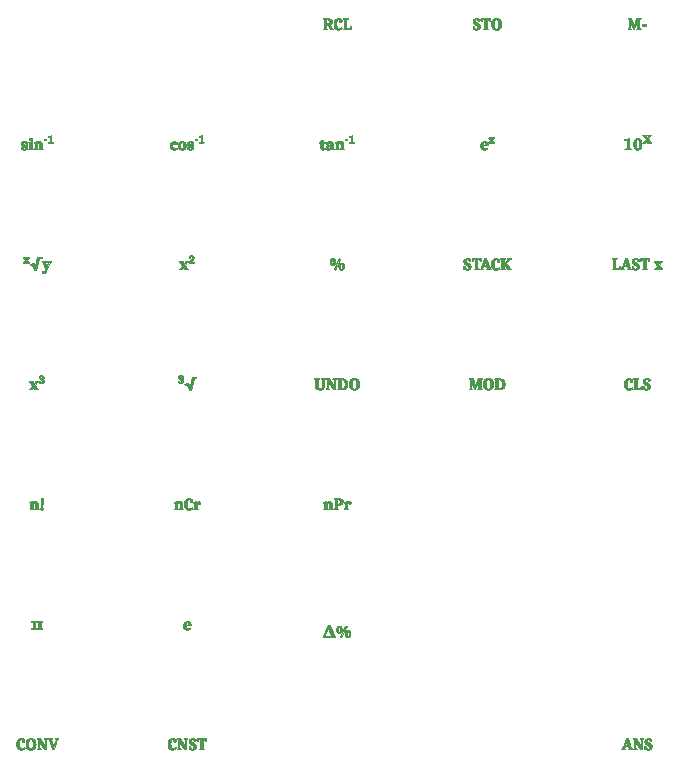
<source format=gbr>
%TF.GenerationSoftware,KiCad,Pcbnew,6.0.5+dfsg-1~bpo11+1*%
%TF.CreationDate,2022-10-05T21:30:27+13:00*%
%TF.ProjectId,FrontPanel,46726f6e-7450-4616-9e65-6c2e6b696361,rev?*%
%TF.SameCoordinates,Original*%
%TF.FileFunction,Legend,Top*%
%TF.FilePolarity,Positive*%
%FSLAX46Y46*%
G04 Gerber Fmt 4.6, Leading zero omitted, Abs format (unit mm)*
G04 Created by KiCad (PCBNEW 6.0.5+dfsg-1~bpo11+1) date 2022-10-05 21:30:27*
%MOMM*%
%LPD*%
G01*
G04 APERTURE LIST*
%ADD10C,0.010000*%
G04 APERTURE END LIST*
D10*
G36*
X140506527Y-90254079D02*
G01*
X140180561Y-90254079D01*
X140180561Y-90120019D01*
X140506527Y-90120019D01*
X140506527Y-90254079D01*
G37*
X140506527Y-90254079D02*
X140180561Y-90254079D01*
X140180561Y-90120019D01*
X140506527Y-90120019D01*
X140506527Y-90254079D01*
G36*
X139520157Y-90256898D02*
G01*
X139717713Y-89621900D01*
X140062027Y-89621900D01*
X140053555Y-89676934D01*
X140046769Y-89679095D01*
X140040171Y-89681343D01*
X140033761Y-89683680D01*
X140027537Y-89686105D01*
X140021502Y-89688619D01*
X140015653Y-89691220D01*
X140009992Y-89693910D01*
X140004519Y-89696688D01*
X139999233Y-89699554D01*
X139994134Y-89702508D01*
X139989223Y-89705551D01*
X139984499Y-89708682D01*
X139979962Y-89711901D01*
X139975613Y-89715209D01*
X139971451Y-89718605D01*
X139967476Y-89722089D01*
X139967476Y-90462922D01*
X139971693Y-90466571D01*
X139976230Y-90470110D01*
X139981086Y-90473539D01*
X139986262Y-90476857D01*
X139991757Y-90480065D01*
X139997573Y-90483163D01*
X140003708Y-90486151D01*
X140010163Y-90489028D01*
X140016937Y-90491795D01*
X140024032Y-90494452D01*
X140031446Y-90496999D01*
X140039179Y-90499435D01*
X140047233Y-90501761D01*
X140055606Y-90503976D01*
X140064299Y-90506082D01*
X140073311Y-90508077D01*
X140073319Y-90508077D01*
X140063435Y-90563111D01*
X139681027Y-90563111D01*
X139686676Y-90505254D01*
X139692608Y-90503931D01*
X139698408Y-90502432D01*
X139704075Y-90500756D01*
X139709609Y-90498904D01*
X139715011Y-90496876D01*
X139720281Y-90494671D01*
X139725418Y-90492290D01*
X139730423Y-90489733D01*
X139735296Y-90486999D01*
X139740036Y-90484088D01*
X139744644Y-90481002D01*
X139749120Y-90477739D01*
X139753464Y-90474299D01*
X139757675Y-90470683D01*
X139761755Y-90466891D01*
X139765702Y-90462922D01*
X139765702Y-89846265D01*
X139535691Y-90563111D01*
X139427033Y-90563111D01*
X139174446Y-89884362D01*
X139174446Y-90462922D01*
X139178663Y-90466571D01*
X139183200Y-90470110D01*
X139188056Y-90473539D01*
X139193232Y-90476857D01*
X139198728Y-90480065D01*
X139204543Y-90483163D01*
X139210678Y-90486151D01*
X139217133Y-90489028D01*
X139223907Y-90491795D01*
X139231002Y-90494452D01*
X139238416Y-90496999D01*
X139246149Y-90499435D01*
X139254203Y-90501761D01*
X139262576Y-90503976D01*
X139271269Y-90506082D01*
X139280281Y-90508077D01*
X139270401Y-90563111D01*
X138965603Y-90563111D01*
X138971241Y-90505254D01*
X138977013Y-90504096D01*
X138982686Y-90502740D01*
X138988259Y-90501185D01*
X138993733Y-90499432D01*
X138999107Y-90497481D01*
X139004382Y-90495331D01*
X139009558Y-90492983D01*
X139014635Y-90490437D01*
X139019612Y-90487692D01*
X139024490Y-90484748D01*
X139029269Y-90481607D01*
X139033949Y-90478266D01*
X139038529Y-90474728D01*
X139043010Y-90470991D01*
X139047392Y-90467056D01*
X139051674Y-90462922D01*
X139051674Y-89722089D01*
X139047865Y-89718935D01*
X139043847Y-89715826D01*
X139039619Y-89712760D01*
X139035181Y-89709739D01*
X139030534Y-89706762D01*
X139025678Y-89703830D01*
X139020612Y-89700941D01*
X139015337Y-89698097D01*
X139009852Y-89695297D01*
X139004158Y-89692541D01*
X138998254Y-89689829D01*
X138992142Y-89687162D01*
X138985819Y-89684538D01*
X138979287Y-89681959D01*
X138972546Y-89679425D01*
X138965596Y-89676934D01*
X138971238Y-89621900D01*
X139290146Y-89621900D01*
X139520157Y-90256898D01*
G37*
X139520157Y-90256898D02*
X139717713Y-89621900D01*
X140062027Y-89621900D01*
X140053555Y-89676934D01*
X140046769Y-89679095D01*
X140040171Y-89681343D01*
X140033761Y-89683680D01*
X140027537Y-89686105D01*
X140021502Y-89688619D01*
X140015653Y-89691220D01*
X140009992Y-89693910D01*
X140004519Y-89696688D01*
X139999233Y-89699554D01*
X139994134Y-89702508D01*
X139989223Y-89705551D01*
X139984499Y-89708682D01*
X139979962Y-89711901D01*
X139975613Y-89715209D01*
X139971451Y-89718605D01*
X139967476Y-89722089D01*
X139967476Y-90462922D01*
X139971693Y-90466571D01*
X139976230Y-90470110D01*
X139981086Y-90473539D01*
X139986262Y-90476857D01*
X139991757Y-90480065D01*
X139997573Y-90483163D01*
X140003708Y-90486151D01*
X140010163Y-90489028D01*
X140016937Y-90491795D01*
X140024032Y-90494452D01*
X140031446Y-90496999D01*
X140039179Y-90499435D01*
X140047233Y-90501761D01*
X140055606Y-90503976D01*
X140064299Y-90506082D01*
X140073311Y-90508077D01*
X140073319Y-90508077D01*
X140063435Y-90563111D01*
X139681027Y-90563111D01*
X139686676Y-90505254D01*
X139692608Y-90503931D01*
X139698408Y-90502432D01*
X139704075Y-90500756D01*
X139709609Y-90498904D01*
X139715011Y-90496876D01*
X139720281Y-90494671D01*
X139725418Y-90492290D01*
X139730423Y-90489733D01*
X139735296Y-90486999D01*
X139740036Y-90484088D01*
X139744644Y-90481002D01*
X139749120Y-90477739D01*
X139753464Y-90474299D01*
X139757675Y-90470683D01*
X139761755Y-90466891D01*
X139765702Y-90462922D01*
X139765702Y-89846265D01*
X139535691Y-90563111D01*
X139427033Y-90563111D01*
X139174446Y-89884362D01*
X139174446Y-90462922D01*
X139178663Y-90466571D01*
X139183200Y-90470110D01*
X139188056Y-90473539D01*
X139193232Y-90476857D01*
X139198728Y-90480065D01*
X139204543Y-90483163D01*
X139210678Y-90486151D01*
X139217133Y-90489028D01*
X139223907Y-90491795D01*
X139231002Y-90494452D01*
X139238416Y-90496999D01*
X139246149Y-90499435D01*
X139254203Y-90501761D01*
X139262576Y-90503976D01*
X139271269Y-90506082D01*
X139280281Y-90508077D01*
X139270401Y-90563111D01*
X138965603Y-90563111D01*
X138971241Y-90505254D01*
X138977013Y-90504096D01*
X138982686Y-90502740D01*
X138988259Y-90501185D01*
X138993733Y-90499432D01*
X138999107Y-90497481D01*
X139004382Y-90495331D01*
X139009558Y-90492983D01*
X139014635Y-90490437D01*
X139019612Y-90487692D01*
X139024490Y-90484748D01*
X139029269Y-90481607D01*
X139033949Y-90478266D01*
X139038529Y-90474728D01*
X139043010Y-90470991D01*
X139047392Y-90467056D01*
X139051674Y-90462922D01*
X139051674Y-89722089D01*
X139047865Y-89718935D01*
X139043847Y-89715826D01*
X139039619Y-89712760D01*
X139035181Y-89709739D01*
X139030534Y-89706762D01*
X139025678Y-89703830D01*
X139020612Y-89700941D01*
X139015337Y-89698097D01*
X139009852Y-89695297D01*
X139004158Y-89692541D01*
X138998254Y-89689829D01*
X138992142Y-89687162D01*
X138985819Y-89684538D01*
X138979287Y-89681959D01*
X138972546Y-89679425D01*
X138965596Y-89676934D01*
X138971238Y-89621900D01*
X139290146Y-89621900D01*
X139520157Y-90256898D01*
G36*
X113238271Y-89718935D02*
G01*
X113234539Y-89715826D01*
X113230553Y-89712760D01*
X113226314Y-89709739D01*
X113221822Y-89706762D01*
X113217076Y-89703830D01*
X113212076Y-89700941D01*
X113206823Y-89698097D01*
X113201316Y-89695297D01*
X113195556Y-89692541D01*
X113189542Y-89689829D01*
X113183275Y-89687162D01*
X113176754Y-89684538D01*
X113169980Y-89681959D01*
X113162952Y-89679425D01*
X113155671Y-89676934D01*
X113161311Y-89621900D01*
X113559252Y-89621900D01*
X113602997Y-89622870D01*
X113643919Y-89625780D01*
X113682019Y-89630631D01*
X113717296Y-89637421D01*
X113749752Y-89646152D01*
X113779385Y-89656824D01*
X113793144Y-89662887D01*
X113806196Y-89669435D01*
X113818544Y-89676469D01*
X113830185Y-89683987D01*
X113841121Y-89691991D01*
X113851352Y-89700479D01*
X113860877Y-89709453D01*
X113869696Y-89718912D01*
X113877810Y-89728855D01*
X113885219Y-89739284D01*
X113891921Y-89750198D01*
X113897919Y-89761597D01*
X113903210Y-89773481D01*
X113907796Y-89785850D01*
X113911677Y-89798705D01*
X113914852Y-89812044D01*
X113917321Y-89825868D01*
X113919085Y-89840178D01*
X113920144Y-89854972D01*
X113920496Y-89870252D01*
X113919780Y-89892361D01*
X113917630Y-89913533D01*
X113914047Y-89933768D01*
X113911718Y-89943534D01*
X113909031Y-89953066D01*
X113905985Y-89962364D01*
X113902582Y-89971427D01*
X113898819Y-89980256D01*
X113894699Y-89988851D01*
X113890220Y-89997212D01*
X113885383Y-90005338D01*
X113880188Y-90013230D01*
X113874635Y-90020888D01*
X113868723Y-90028311D01*
X113862453Y-90035501D01*
X113855824Y-90042456D01*
X113848838Y-90049176D01*
X113841493Y-90055663D01*
X113833789Y-90061915D01*
X113817308Y-90073717D01*
X113799393Y-90084582D01*
X113780046Y-90094510D01*
X113759265Y-90103500D01*
X113737051Y-90111554D01*
X113742629Y-90115556D01*
X113748075Y-90119801D01*
X113753389Y-90124288D01*
X113758570Y-90129017D01*
X113763619Y-90133989D01*
X113768535Y-90139203D01*
X113773320Y-90144660D01*
X113777972Y-90150360D01*
X113782492Y-90156301D01*
X113786880Y-90162486D01*
X113791135Y-90168913D01*
X113795258Y-90175582D01*
X113799249Y-90182494D01*
X113803107Y-90189649D01*
X113806833Y-90197046D01*
X113810427Y-90204686D01*
X113916262Y-90455865D01*
X113917201Y-90457878D01*
X113918253Y-90459861D01*
X113919417Y-90461814D01*
X113920695Y-90463736D01*
X113922085Y-90465629D01*
X113923589Y-90467490D01*
X113925206Y-90469322D01*
X113926935Y-90471123D01*
X113928778Y-90472894D01*
X113930733Y-90474635D01*
X113932802Y-90476345D01*
X113934983Y-90478025D01*
X113937278Y-90479675D01*
X113939685Y-90481294D01*
X113942205Y-90482883D01*
X113944839Y-90484442D01*
X113947585Y-90485970D01*
X113950445Y-90487468D01*
X113953417Y-90488936D01*
X113956502Y-90490373D01*
X113963012Y-90493157D01*
X113969974Y-90495819D01*
X113977387Y-90498360D01*
X113985253Y-90500779D01*
X113993571Y-90503077D01*
X114002341Y-90505254D01*
X113992464Y-90563111D01*
X113735644Y-90563111D01*
X113598765Y-90193402D01*
X113597580Y-90190616D01*
X113596317Y-90187901D01*
X113594978Y-90185258D01*
X113593561Y-90182687D01*
X113592068Y-90180187D01*
X113590497Y-90177759D01*
X113588848Y-90175403D01*
X113587123Y-90173118D01*
X113585321Y-90170905D01*
X113583441Y-90168763D01*
X113581484Y-90166693D01*
X113579451Y-90164695D01*
X113577339Y-90162768D01*
X113575151Y-90160913D01*
X113572886Y-90159129D01*
X113570543Y-90157418D01*
X113568123Y-90155778D01*
X113565626Y-90154209D01*
X113563052Y-90152712D01*
X113560401Y-90151287D01*
X113557673Y-90149934D01*
X113554867Y-90148652D01*
X113549024Y-90146303D01*
X113542873Y-90144241D01*
X113536413Y-90142466D01*
X113529644Y-90140977D01*
X113522566Y-90139775D01*
X113516414Y-90139731D01*
X113509953Y-90139599D01*
X113503184Y-90139379D01*
X113496106Y-90139071D01*
X113481025Y-90138190D01*
X113464709Y-90136956D01*
X113449190Y-90136956D01*
X113449190Y-90462922D01*
X113453076Y-90466571D01*
X113457325Y-90470110D01*
X113461939Y-90473539D01*
X113466916Y-90476857D01*
X113472257Y-90480065D01*
X113477962Y-90483163D01*
X113484031Y-90486151D01*
X113490463Y-90489028D01*
X113497260Y-90491795D01*
X113504420Y-90494452D01*
X113511944Y-90496999D01*
X113519832Y-90499435D01*
X113528084Y-90501761D01*
X113536699Y-90503976D01*
X113545678Y-90506082D01*
X113555022Y-90508077D01*
X113545142Y-90563111D01*
X113155674Y-90563111D01*
X113161312Y-90505254D01*
X113167249Y-90503931D01*
X113173065Y-90502432D01*
X113178759Y-90500756D01*
X113184332Y-90498904D01*
X113189783Y-90496876D01*
X113195114Y-90494671D01*
X113200323Y-90492290D01*
X113205410Y-90489733D01*
X113210377Y-90486999D01*
X113215222Y-90484088D01*
X113219946Y-90481002D01*
X113224549Y-90477739D01*
X113229031Y-90474299D01*
X113233392Y-90470683D01*
X113237631Y-90466891D01*
X113241749Y-90462922D01*
X113241749Y-90050874D01*
X113449190Y-90050874D01*
X113540911Y-90050874D01*
X113550808Y-90050700D01*
X113560391Y-90050179D01*
X113569659Y-90049311D01*
X113578614Y-90048096D01*
X113587254Y-90046533D01*
X113595580Y-90044623D01*
X113603592Y-90042366D01*
X113611289Y-90039761D01*
X113618673Y-90036810D01*
X113625742Y-90033511D01*
X113632497Y-90029864D01*
X113638938Y-90025871D01*
X113645065Y-90021530D01*
X113650877Y-90016842D01*
X113656376Y-90011807D01*
X113661560Y-90006424D01*
X113666430Y-90000694D01*
X113670986Y-89994617D01*
X113675227Y-89988192D01*
X113679155Y-89981421D01*
X113682768Y-89974301D01*
X113686067Y-89966835D01*
X113689052Y-89959022D01*
X113691723Y-89950861D01*
X113694079Y-89942352D01*
X113696121Y-89933497D01*
X113697849Y-89924294D01*
X113699263Y-89914744D01*
X113700363Y-89904847D01*
X113701148Y-89894602D01*
X113701620Y-89884010D01*
X113701777Y-89873075D01*
X113701612Y-89863344D01*
X113701115Y-89853896D01*
X113700289Y-89844735D01*
X113699131Y-89835860D01*
X113697643Y-89827272D01*
X113695824Y-89818971D01*
X113693674Y-89810956D01*
X113691193Y-89803227D01*
X113688382Y-89795786D01*
X113685240Y-89788631D01*
X113681767Y-89781763D01*
X113677964Y-89775181D01*
X113673829Y-89768886D01*
X113669364Y-89762878D01*
X113664568Y-89757156D01*
X113659441Y-89751721D01*
X113654056Y-89746424D01*
X113648484Y-89741469D01*
X113642724Y-89736855D01*
X113636776Y-89732583D01*
X113630641Y-89728653D01*
X113624319Y-89725065D01*
X113617810Y-89721818D01*
X113611112Y-89718914D01*
X113604228Y-89716351D01*
X113597156Y-89714129D01*
X113589897Y-89712250D01*
X113582450Y-89710712D01*
X113574815Y-89709516D01*
X113566993Y-89708662D01*
X113558984Y-89708149D01*
X113550787Y-89707978D01*
X113534693Y-89708066D01*
X113519568Y-89708331D01*
X113505413Y-89708771D01*
X113492228Y-89709388D01*
X113480014Y-89710181D01*
X113468769Y-89711150D01*
X113458495Y-89712295D01*
X113449190Y-89713616D01*
X113449190Y-90050874D01*
X113241749Y-90050874D01*
X113241749Y-89722089D01*
X113238271Y-89718935D01*
G37*
X113238271Y-89718935D02*
X113234539Y-89715826D01*
X113230553Y-89712760D01*
X113226314Y-89709739D01*
X113221822Y-89706762D01*
X113217076Y-89703830D01*
X113212076Y-89700941D01*
X113206823Y-89698097D01*
X113201316Y-89695297D01*
X113195556Y-89692541D01*
X113189542Y-89689829D01*
X113183275Y-89687162D01*
X113176754Y-89684538D01*
X113169980Y-89681959D01*
X113162952Y-89679425D01*
X113155671Y-89676934D01*
X113161311Y-89621900D01*
X113559252Y-89621900D01*
X113602997Y-89622870D01*
X113643919Y-89625780D01*
X113682019Y-89630631D01*
X113717296Y-89637421D01*
X113749752Y-89646152D01*
X113779385Y-89656824D01*
X113793144Y-89662887D01*
X113806196Y-89669435D01*
X113818544Y-89676469D01*
X113830185Y-89683987D01*
X113841121Y-89691991D01*
X113851352Y-89700479D01*
X113860877Y-89709453D01*
X113869696Y-89718912D01*
X113877810Y-89728855D01*
X113885219Y-89739284D01*
X113891921Y-89750198D01*
X113897919Y-89761597D01*
X113903210Y-89773481D01*
X113907796Y-89785850D01*
X113911677Y-89798705D01*
X113914852Y-89812044D01*
X113917321Y-89825868D01*
X113919085Y-89840178D01*
X113920144Y-89854972D01*
X113920496Y-89870252D01*
X113919780Y-89892361D01*
X113917630Y-89913533D01*
X113914047Y-89933768D01*
X113911718Y-89943534D01*
X113909031Y-89953066D01*
X113905985Y-89962364D01*
X113902582Y-89971427D01*
X113898819Y-89980256D01*
X113894699Y-89988851D01*
X113890220Y-89997212D01*
X113885383Y-90005338D01*
X113880188Y-90013230D01*
X113874635Y-90020888D01*
X113868723Y-90028311D01*
X113862453Y-90035501D01*
X113855824Y-90042456D01*
X113848838Y-90049176D01*
X113841493Y-90055663D01*
X113833789Y-90061915D01*
X113817308Y-90073717D01*
X113799393Y-90084582D01*
X113780046Y-90094510D01*
X113759265Y-90103500D01*
X113737051Y-90111554D01*
X113742629Y-90115556D01*
X113748075Y-90119801D01*
X113753389Y-90124288D01*
X113758570Y-90129017D01*
X113763619Y-90133989D01*
X113768535Y-90139203D01*
X113773320Y-90144660D01*
X113777972Y-90150360D01*
X113782492Y-90156301D01*
X113786880Y-90162486D01*
X113791135Y-90168913D01*
X113795258Y-90175582D01*
X113799249Y-90182494D01*
X113803107Y-90189649D01*
X113806833Y-90197046D01*
X113810427Y-90204686D01*
X113916262Y-90455865D01*
X113917201Y-90457878D01*
X113918253Y-90459861D01*
X113919417Y-90461814D01*
X113920695Y-90463736D01*
X113922085Y-90465629D01*
X113923589Y-90467490D01*
X113925206Y-90469322D01*
X113926935Y-90471123D01*
X113928778Y-90472894D01*
X113930733Y-90474635D01*
X113932802Y-90476345D01*
X113934983Y-90478025D01*
X113937278Y-90479675D01*
X113939685Y-90481294D01*
X113942205Y-90482883D01*
X113944839Y-90484442D01*
X113947585Y-90485970D01*
X113950445Y-90487468D01*
X113953417Y-90488936D01*
X113956502Y-90490373D01*
X113963012Y-90493157D01*
X113969974Y-90495819D01*
X113977387Y-90498360D01*
X113985253Y-90500779D01*
X113993571Y-90503077D01*
X114002341Y-90505254D01*
X113992464Y-90563111D01*
X113735644Y-90563111D01*
X113598765Y-90193402D01*
X113597580Y-90190616D01*
X113596317Y-90187901D01*
X113594978Y-90185258D01*
X113593561Y-90182687D01*
X113592068Y-90180187D01*
X113590497Y-90177759D01*
X113588848Y-90175403D01*
X113587123Y-90173118D01*
X113585321Y-90170905D01*
X113583441Y-90168763D01*
X113581484Y-90166693D01*
X113579451Y-90164695D01*
X113577339Y-90162768D01*
X113575151Y-90160913D01*
X113572886Y-90159129D01*
X113570543Y-90157418D01*
X113568123Y-90155778D01*
X113565626Y-90154209D01*
X113563052Y-90152712D01*
X113560401Y-90151287D01*
X113557673Y-90149934D01*
X113554867Y-90148652D01*
X113549024Y-90146303D01*
X113542873Y-90144241D01*
X113536413Y-90142466D01*
X113529644Y-90140977D01*
X113522566Y-90139775D01*
X113516414Y-90139731D01*
X113509953Y-90139599D01*
X113503184Y-90139379D01*
X113496106Y-90139071D01*
X113481025Y-90138190D01*
X113464709Y-90136956D01*
X113449190Y-90136956D01*
X113449190Y-90462922D01*
X113453076Y-90466571D01*
X113457325Y-90470110D01*
X113461939Y-90473539D01*
X113466916Y-90476857D01*
X113472257Y-90480065D01*
X113477962Y-90483163D01*
X113484031Y-90486151D01*
X113490463Y-90489028D01*
X113497260Y-90491795D01*
X113504420Y-90494452D01*
X113511944Y-90496999D01*
X113519832Y-90499435D01*
X113528084Y-90501761D01*
X113536699Y-90503976D01*
X113545678Y-90506082D01*
X113555022Y-90508077D01*
X113545142Y-90563111D01*
X113155674Y-90563111D01*
X113161312Y-90505254D01*
X113167249Y-90503931D01*
X113173065Y-90502432D01*
X113178759Y-90500756D01*
X113184332Y-90498904D01*
X113189783Y-90496876D01*
X113195114Y-90494671D01*
X113200323Y-90492290D01*
X113205410Y-90489733D01*
X113210377Y-90486999D01*
X113215222Y-90484088D01*
X113219946Y-90481002D01*
X113224549Y-90477739D01*
X113229031Y-90474299D01*
X113233392Y-90470683D01*
X113237631Y-90466891D01*
X113241749Y-90462922D01*
X113241749Y-90050874D01*
X113449190Y-90050874D01*
X113540911Y-90050874D01*
X113550808Y-90050700D01*
X113560391Y-90050179D01*
X113569659Y-90049311D01*
X113578614Y-90048096D01*
X113587254Y-90046533D01*
X113595580Y-90044623D01*
X113603592Y-90042366D01*
X113611289Y-90039761D01*
X113618673Y-90036810D01*
X113625742Y-90033511D01*
X113632497Y-90029864D01*
X113638938Y-90025871D01*
X113645065Y-90021530D01*
X113650877Y-90016842D01*
X113656376Y-90011807D01*
X113661560Y-90006424D01*
X113666430Y-90000694D01*
X113670986Y-89994617D01*
X113675227Y-89988192D01*
X113679155Y-89981421D01*
X113682768Y-89974301D01*
X113686067Y-89966835D01*
X113689052Y-89959022D01*
X113691723Y-89950861D01*
X113694079Y-89942352D01*
X113696121Y-89933497D01*
X113697849Y-89924294D01*
X113699263Y-89914744D01*
X113700363Y-89904847D01*
X113701148Y-89894602D01*
X113701620Y-89884010D01*
X113701777Y-89873075D01*
X113701612Y-89863344D01*
X113701115Y-89853896D01*
X113700289Y-89844735D01*
X113699131Y-89835860D01*
X113697643Y-89827272D01*
X113695824Y-89818971D01*
X113693674Y-89810956D01*
X113691193Y-89803227D01*
X113688382Y-89795786D01*
X113685240Y-89788631D01*
X113681767Y-89781763D01*
X113677964Y-89775181D01*
X113673829Y-89768886D01*
X113669364Y-89762878D01*
X113664568Y-89757156D01*
X113659441Y-89751721D01*
X113654056Y-89746424D01*
X113648484Y-89741469D01*
X113642724Y-89736855D01*
X113636776Y-89732583D01*
X113630641Y-89728653D01*
X113624319Y-89725065D01*
X113617810Y-89721818D01*
X113611112Y-89718914D01*
X113604228Y-89716351D01*
X113597156Y-89714129D01*
X113589897Y-89712250D01*
X113582450Y-89710712D01*
X113574815Y-89709516D01*
X113566993Y-89708662D01*
X113558984Y-89708149D01*
X113550787Y-89707978D01*
X113534693Y-89708066D01*
X113519568Y-89708331D01*
X113505413Y-89708771D01*
X113492228Y-89709388D01*
X113480014Y-89710181D01*
X113468769Y-89711150D01*
X113458495Y-89712295D01*
X113449190Y-89713616D01*
X113449190Y-90050874D01*
X113241749Y-90050874D01*
X113241749Y-89722089D01*
X113238271Y-89718935D01*
G36*
X126163583Y-89610950D02*
G01*
X126180670Y-89611943D01*
X126198331Y-89613597D01*
X126216566Y-89615912D01*
X126235373Y-89618889D01*
X126254754Y-89622527D01*
X126274708Y-89626827D01*
X126295235Y-89631787D01*
X126315938Y-89636881D01*
X126335715Y-89642283D01*
X126354566Y-89647994D01*
X126372492Y-89654013D01*
X126389491Y-89660340D01*
X126405566Y-89666977D01*
X126420714Y-89673922D01*
X126434937Y-89681176D01*
X126415177Y-89875909D01*
X126407261Y-89878225D01*
X126399743Y-89880233D01*
X126392621Y-89881931D01*
X126385897Y-89883321D01*
X126379569Y-89884403D01*
X126373637Y-89885175D01*
X126368103Y-89885638D01*
X126362965Y-89885793D01*
X126358182Y-89885705D01*
X126353001Y-89885440D01*
X126347423Y-89884999D01*
X126341448Y-89884382D01*
X126335075Y-89883589D01*
X126328306Y-89882619D01*
X126321140Y-89881473D01*
X126313576Y-89880151D01*
X126308681Y-89854640D01*
X126306002Y-89842596D01*
X126303169Y-89831026D01*
X126300181Y-89819930D01*
X126297040Y-89809308D01*
X126293743Y-89799161D01*
X126290293Y-89789487D01*
X126286688Y-89780287D01*
X126282928Y-89771561D01*
X126279015Y-89763310D01*
X126274946Y-89755532D01*
X126270724Y-89748228D01*
X126266347Y-89741399D01*
X126261816Y-89735043D01*
X126257130Y-89729161D01*
X126252439Y-89723522D01*
X126247539Y-89718246D01*
X126242429Y-89713334D01*
X126237110Y-89708786D01*
X126231581Y-89704602D01*
X126225843Y-89700782D01*
X126219896Y-89697326D01*
X126213739Y-89694233D01*
X126207372Y-89691505D01*
X126200796Y-89689140D01*
X126194011Y-89687139D01*
X126187016Y-89685502D01*
X126179812Y-89684229D01*
X126172397Y-89683319D01*
X126164774Y-89682773D01*
X126156941Y-89682591D01*
X126149285Y-89682718D01*
X126141839Y-89683099D01*
X126134601Y-89683733D01*
X126127574Y-89684621D01*
X126120756Y-89685762D01*
X126114147Y-89687157D01*
X126107747Y-89688805D01*
X126101557Y-89690707D01*
X126095576Y-89692863D01*
X126089805Y-89695272D01*
X126084243Y-89697935D01*
X126078891Y-89700851D01*
X126073748Y-89704021D01*
X126068814Y-89707444D01*
X126064089Y-89711121D01*
X126059574Y-89715051D01*
X126055303Y-89719163D01*
X126051306Y-89723385D01*
X126047586Y-89727717D01*
X126044141Y-89732160D01*
X126040971Y-89736713D01*
X126038077Y-89741376D01*
X126035459Y-89746149D01*
X126033116Y-89751032D01*
X126031049Y-89756026D01*
X126029257Y-89761130D01*
X126027742Y-89766345D01*
X126026501Y-89771669D01*
X126025537Y-89777105D01*
X126024847Y-89782650D01*
X126024434Y-89788306D01*
X126024296Y-89794072D01*
X126024417Y-89799684D01*
X126024781Y-89805229D01*
X126025388Y-89810709D01*
X126026237Y-89816122D01*
X126027328Y-89821469D01*
X126028662Y-89826750D01*
X126030239Y-89831964D01*
X126032058Y-89837113D01*
X126034120Y-89842195D01*
X126036424Y-89847211D01*
X126038971Y-89852161D01*
X126041761Y-89857044D01*
X126044793Y-89861862D01*
X126048067Y-89866613D01*
X126051584Y-89871298D01*
X126055344Y-89875916D01*
X126059462Y-89880298D01*
X126063700Y-89884625D01*
X126068060Y-89888897D01*
X126072542Y-89893114D01*
X126077144Y-89897275D01*
X126081868Y-89901381D01*
X126086713Y-89905432D01*
X126091679Y-89909429D01*
X126096766Y-89913370D01*
X126101975Y-89917256D01*
X126107305Y-89921087D01*
X126112756Y-89924862D01*
X126118329Y-89928583D01*
X126124022Y-89932249D01*
X126129837Y-89935860D01*
X126135773Y-89939416D01*
X126147878Y-89946275D01*
X126160203Y-89953442D01*
X126172749Y-89960917D01*
X126185515Y-89968700D01*
X126198502Y-89976792D01*
X126211709Y-89985192D01*
X126225137Y-89993901D01*
X126238785Y-90002919D01*
X126252765Y-90012112D01*
X126266479Y-90021350D01*
X126279929Y-90030633D01*
X126293114Y-90039959D01*
X126306034Y-90049329D01*
X126318690Y-90058744D01*
X126331082Y-90068201D01*
X126343209Y-90077703D01*
X126349140Y-90082382D01*
X126354939Y-90087250D01*
X126360605Y-90092305D01*
X126366140Y-90097547D01*
X126371542Y-90102976D01*
X126376811Y-90108593D01*
X126381949Y-90114398D01*
X126386954Y-90120389D01*
X126391826Y-90126569D01*
X126396567Y-90132935D01*
X126401175Y-90139490D01*
X126405651Y-90146231D01*
X126409994Y-90153160D01*
X126414205Y-90160277D01*
X126418284Y-90167581D01*
X126422230Y-90175073D01*
X126426160Y-90182525D01*
X126429837Y-90190065D01*
X126433260Y-90197693D01*
X126436429Y-90205410D01*
X126439345Y-90213215D01*
X126442008Y-90221108D01*
X126444416Y-90229090D01*
X126446572Y-90237160D01*
X126448473Y-90245318D01*
X126450121Y-90253564D01*
X126451516Y-90261898D01*
X126452657Y-90270321D01*
X126453545Y-90278832D01*
X126454178Y-90287431D01*
X126454559Y-90296119D01*
X126454686Y-90304894D01*
X126454327Y-90320212D01*
X126453253Y-90335122D01*
X126451461Y-90349624D01*
X126448953Y-90363719D01*
X126445729Y-90377405D01*
X126441788Y-90390683D01*
X126437131Y-90403554D01*
X126431756Y-90416017D01*
X126425666Y-90428072D01*
X126418858Y-90439719D01*
X126411334Y-90450959D01*
X126403094Y-90461790D01*
X126394137Y-90472214D01*
X126384463Y-90482230D01*
X126374072Y-90491838D01*
X126362965Y-90501039D01*
X126351247Y-90509753D01*
X126339021Y-90517906D01*
X126326288Y-90525496D01*
X126313048Y-90532523D01*
X126299301Y-90538989D01*
X126285046Y-90544892D01*
X126270285Y-90550233D01*
X126255016Y-90555012D01*
X126239240Y-90559229D01*
X126222957Y-90562883D01*
X126206167Y-90565975D01*
X126188870Y-90568505D01*
X126171065Y-90570473D01*
X126152754Y-90571878D01*
X126133935Y-90572722D01*
X126114609Y-90573003D01*
X126097633Y-90572650D01*
X126079862Y-90571592D01*
X126061298Y-90569829D01*
X126041939Y-90567360D01*
X126021787Y-90564185D01*
X126000841Y-90560305D01*
X125979100Y-90555719D01*
X125956566Y-90550427D01*
X125934915Y-90544409D01*
X125915115Y-90538346D01*
X125897167Y-90532239D01*
X125881072Y-90526088D01*
X125866828Y-90519892D01*
X125860401Y-90516778D01*
X125854437Y-90513652D01*
X125848935Y-90510516D01*
X125843897Y-90507368D01*
X125839322Y-90504209D01*
X125835209Y-90501039D01*
X125835209Y-90286550D01*
X125849564Y-90281853D01*
X125864403Y-90277641D01*
X125879727Y-90273915D01*
X125895537Y-90270674D01*
X125911831Y-90267918D01*
X125928610Y-90265648D01*
X125945874Y-90263863D01*
X125963623Y-90262563D01*
X125966181Y-90293010D01*
X125969621Y-90322267D01*
X125973942Y-90350334D01*
X125979145Y-90377211D01*
X125985230Y-90402898D01*
X125992198Y-90427394D01*
X126000047Y-90450699D01*
X126004302Y-90461905D01*
X126008778Y-90472814D01*
X126008778Y-90472802D01*
X126024212Y-90478094D01*
X126039470Y-90482681D01*
X126054551Y-90486561D01*
X126062025Y-90488237D01*
X126069455Y-90489737D01*
X126076842Y-90491060D01*
X126084184Y-90492206D01*
X126091482Y-90493176D01*
X126098736Y-90493970D01*
X126105946Y-90494588D01*
X126113112Y-90495029D01*
X126120234Y-90495293D01*
X126127312Y-90495381D01*
X126134285Y-90495243D01*
X126141093Y-90494830D01*
X126147735Y-90494141D01*
X126154212Y-90493176D01*
X126160524Y-90491935D01*
X126166670Y-90490419D01*
X126172650Y-90488627D01*
X126178466Y-90486560D01*
X126184116Y-90484217D01*
X126189600Y-90481599D01*
X126194919Y-90478705D01*
X126200073Y-90475535D01*
X126205062Y-90472090D01*
X126209885Y-90468370D01*
X126214544Y-90464374D01*
X126219036Y-90460103D01*
X126223308Y-90455462D01*
X126227304Y-90450710D01*
X126231025Y-90445849D01*
X126234470Y-90440877D01*
X126237640Y-90435795D01*
X126240534Y-90430602D01*
X126243152Y-90425300D01*
X126245495Y-90419887D01*
X126247562Y-90414364D01*
X126249353Y-90408731D01*
X126250869Y-90402987D01*
X126252110Y-90397133D01*
X126253074Y-90391168D01*
X126253764Y-90385094D01*
X126254177Y-90378908D01*
X126254315Y-90372613D01*
X126254221Y-90366147D01*
X126253940Y-90359802D01*
X126253471Y-90353579D01*
X126252816Y-90347477D01*
X126251972Y-90341496D01*
X126250941Y-90335637D01*
X126249723Y-90329898D01*
X126248318Y-90324282D01*
X126246725Y-90318786D01*
X126244944Y-90313412D01*
X126242976Y-90308159D01*
X126240821Y-90303028D01*
X126238478Y-90298018D01*
X126235947Y-90293129D01*
X126233229Y-90288361D01*
X126230324Y-90283715D01*
X126227447Y-90279003D01*
X126224459Y-90274390D01*
X126221361Y-90269877D01*
X126218153Y-90265462D01*
X126214835Y-90261146D01*
X126211407Y-90256930D01*
X126207868Y-90252812D01*
X126204219Y-90248794D01*
X126200460Y-90244875D01*
X126196591Y-90241055D01*
X126192611Y-90237334D01*
X126188521Y-90233712D01*
X126184321Y-90230189D01*
X126180011Y-90226766D01*
X126175590Y-90223441D01*
X126171059Y-90220216D01*
X126161754Y-90213887D01*
X126152185Y-90207602D01*
X126142352Y-90201362D01*
X126132254Y-90195167D01*
X126121891Y-90189015D01*
X126111264Y-90182908D01*
X126100372Y-90176846D01*
X126089215Y-90170827D01*
X126067254Y-90158657D01*
X126045117Y-90146133D01*
X126022804Y-90133257D01*
X126000313Y-90120027D01*
X125989487Y-90112926D01*
X125978882Y-90105738D01*
X125968497Y-90098462D01*
X125958333Y-90091098D01*
X125948389Y-90083646D01*
X125938666Y-90076106D01*
X125929163Y-90068478D01*
X125919880Y-90060761D01*
X125915344Y-90056638D01*
X125910906Y-90052383D01*
X125906569Y-90047996D01*
X125902330Y-90043476D01*
X125898190Y-90038824D01*
X125894150Y-90034039D01*
X125890209Y-90029123D01*
X125886368Y-90024074D01*
X125882625Y-90018892D01*
X125878982Y-90013579D01*
X125875438Y-90008133D01*
X125871993Y-90002554D01*
X125868647Y-89996844D01*
X125865400Y-89991000D01*
X125862252Y-89985025D01*
X125859204Y-89978917D01*
X125856469Y-89972699D01*
X125853912Y-89966393D01*
X125851530Y-89959999D01*
X125849325Y-89953516D01*
X125847297Y-89946946D01*
X125845444Y-89940287D01*
X125843769Y-89933541D01*
X125842269Y-89926706D01*
X125840946Y-89919783D01*
X125839800Y-89912772D01*
X125838830Y-89905673D01*
X125838036Y-89898486D01*
X125837418Y-89891210D01*
X125836977Y-89883847D01*
X125836713Y-89876395D01*
X125836624Y-89868855D01*
X125836966Y-89855068D01*
X125837992Y-89841579D01*
X125839700Y-89828388D01*
X125842093Y-89815494D01*
X125845168Y-89802899D01*
X125848928Y-89790601D01*
X125853371Y-89778601D01*
X125858497Y-89766898D01*
X125864307Y-89755494D01*
X125870800Y-89744387D01*
X125877977Y-89733577D01*
X125885838Y-89723066D01*
X125894382Y-89712852D01*
X125903609Y-89702935D01*
X125913520Y-89693316D01*
X125924115Y-89683995D01*
X125935404Y-89675110D01*
X125947046Y-89666797D01*
X125959040Y-89659058D01*
X125971387Y-89651892D01*
X125984087Y-89645300D01*
X125997140Y-89639281D01*
X126010545Y-89633835D01*
X126024303Y-89628963D01*
X126038414Y-89624663D01*
X126052878Y-89620937D01*
X126067694Y-89617785D01*
X126082863Y-89615205D01*
X126098385Y-89613199D01*
X126114260Y-89611766D01*
X126130488Y-89610906D01*
X126147068Y-89610620D01*
X126163583Y-89610950D01*
G37*
X126163583Y-89610950D02*
X126180670Y-89611943D01*
X126198331Y-89613597D01*
X126216566Y-89615912D01*
X126235373Y-89618889D01*
X126254754Y-89622527D01*
X126274708Y-89626827D01*
X126295235Y-89631787D01*
X126315938Y-89636881D01*
X126335715Y-89642283D01*
X126354566Y-89647994D01*
X126372492Y-89654013D01*
X126389491Y-89660340D01*
X126405566Y-89666977D01*
X126420714Y-89673922D01*
X126434937Y-89681176D01*
X126415177Y-89875909D01*
X126407261Y-89878225D01*
X126399743Y-89880233D01*
X126392621Y-89881931D01*
X126385897Y-89883321D01*
X126379569Y-89884403D01*
X126373637Y-89885175D01*
X126368103Y-89885638D01*
X126362965Y-89885793D01*
X126358182Y-89885705D01*
X126353001Y-89885440D01*
X126347423Y-89884999D01*
X126341448Y-89884382D01*
X126335075Y-89883589D01*
X126328306Y-89882619D01*
X126321140Y-89881473D01*
X126313576Y-89880151D01*
X126308681Y-89854640D01*
X126306002Y-89842596D01*
X126303169Y-89831026D01*
X126300181Y-89819930D01*
X126297040Y-89809308D01*
X126293743Y-89799161D01*
X126290293Y-89789487D01*
X126286688Y-89780287D01*
X126282928Y-89771561D01*
X126279015Y-89763310D01*
X126274946Y-89755532D01*
X126270724Y-89748228D01*
X126266347Y-89741399D01*
X126261816Y-89735043D01*
X126257130Y-89729161D01*
X126252439Y-89723522D01*
X126247539Y-89718246D01*
X126242429Y-89713334D01*
X126237110Y-89708786D01*
X126231581Y-89704602D01*
X126225843Y-89700782D01*
X126219896Y-89697326D01*
X126213739Y-89694233D01*
X126207372Y-89691505D01*
X126200796Y-89689140D01*
X126194011Y-89687139D01*
X126187016Y-89685502D01*
X126179812Y-89684229D01*
X126172397Y-89683319D01*
X126164774Y-89682773D01*
X126156941Y-89682591D01*
X126149285Y-89682718D01*
X126141839Y-89683099D01*
X126134601Y-89683733D01*
X126127574Y-89684621D01*
X126120756Y-89685762D01*
X126114147Y-89687157D01*
X126107747Y-89688805D01*
X126101557Y-89690707D01*
X126095576Y-89692863D01*
X126089805Y-89695272D01*
X126084243Y-89697935D01*
X126078891Y-89700851D01*
X126073748Y-89704021D01*
X126068814Y-89707444D01*
X126064089Y-89711121D01*
X126059574Y-89715051D01*
X126055303Y-89719163D01*
X126051306Y-89723385D01*
X126047586Y-89727717D01*
X126044141Y-89732160D01*
X126040971Y-89736713D01*
X126038077Y-89741376D01*
X126035459Y-89746149D01*
X126033116Y-89751032D01*
X126031049Y-89756026D01*
X126029257Y-89761130D01*
X126027742Y-89766345D01*
X126026501Y-89771669D01*
X126025537Y-89777105D01*
X126024847Y-89782650D01*
X126024434Y-89788306D01*
X126024296Y-89794072D01*
X126024417Y-89799684D01*
X126024781Y-89805229D01*
X126025388Y-89810709D01*
X126026237Y-89816122D01*
X126027328Y-89821469D01*
X126028662Y-89826750D01*
X126030239Y-89831964D01*
X126032058Y-89837113D01*
X126034120Y-89842195D01*
X126036424Y-89847211D01*
X126038971Y-89852161D01*
X126041761Y-89857044D01*
X126044793Y-89861862D01*
X126048067Y-89866613D01*
X126051584Y-89871298D01*
X126055344Y-89875916D01*
X126059462Y-89880298D01*
X126063700Y-89884625D01*
X126068060Y-89888897D01*
X126072542Y-89893114D01*
X126077144Y-89897275D01*
X126081868Y-89901381D01*
X126086713Y-89905432D01*
X126091679Y-89909429D01*
X126096766Y-89913370D01*
X126101975Y-89917256D01*
X126107305Y-89921087D01*
X126112756Y-89924862D01*
X126118329Y-89928583D01*
X126124022Y-89932249D01*
X126129837Y-89935860D01*
X126135773Y-89939416D01*
X126147878Y-89946275D01*
X126160203Y-89953442D01*
X126172749Y-89960917D01*
X126185515Y-89968700D01*
X126198502Y-89976792D01*
X126211709Y-89985192D01*
X126225137Y-89993901D01*
X126238785Y-90002919D01*
X126252765Y-90012112D01*
X126266479Y-90021350D01*
X126279929Y-90030633D01*
X126293114Y-90039959D01*
X126306034Y-90049329D01*
X126318690Y-90058744D01*
X126331082Y-90068201D01*
X126343209Y-90077703D01*
X126349140Y-90082382D01*
X126354939Y-90087250D01*
X126360605Y-90092305D01*
X126366140Y-90097547D01*
X126371542Y-90102976D01*
X126376811Y-90108593D01*
X126381949Y-90114398D01*
X126386954Y-90120389D01*
X126391826Y-90126569D01*
X126396567Y-90132935D01*
X126401175Y-90139490D01*
X126405651Y-90146231D01*
X126409994Y-90153160D01*
X126414205Y-90160277D01*
X126418284Y-90167581D01*
X126422230Y-90175073D01*
X126426160Y-90182525D01*
X126429837Y-90190065D01*
X126433260Y-90197693D01*
X126436429Y-90205410D01*
X126439345Y-90213215D01*
X126442008Y-90221108D01*
X126444416Y-90229090D01*
X126446572Y-90237160D01*
X126448473Y-90245318D01*
X126450121Y-90253564D01*
X126451516Y-90261898D01*
X126452657Y-90270321D01*
X126453545Y-90278832D01*
X126454178Y-90287431D01*
X126454559Y-90296119D01*
X126454686Y-90304894D01*
X126454327Y-90320212D01*
X126453253Y-90335122D01*
X126451461Y-90349624D01*
X126448953Y-90363719D01*
X126445729Y-90377405D01*
X126441788Y-90390683D01*
X126437131Y-90403554D01*
X126431756Y-90416017D01*
X126425666Y-90428072D01*
X126418858Y-90439719D01*
X126411334Y-90450959D01*
X126403094Y-90461790D01*
X126394137Y-90472214D01*
X126384463Y-90482230D01*
X126374072Y-90491838D01*
X126362965Y-90501039D01*
X126351247Y-90509753D01*
X126339021Y-90517906D01*
X126326288Y-90525496D01*
X126313048Y-90532523D01*
X126299301Y-90538989D01*
X126285046Y-90544892D01*
X126270285Y-90550233D01*
X126255016Y-90555012D01*
X126239240Y-90559229D01*
X126222957Y-90562883D01*
X126206167Y-90565975D01*
X126188870Y-90568505D01*
X126171065Y-90570473D01*
X126152754Y-90571878D01*
X126133935Y-90572722D01*
X126114609Y-90573003D01*
X126097633Y-90572650D01*
X126079862Y-90571592D01*
X126061298Y-90569829D01*
X126041939Y-90567360D01*
X126021787Y-90564185D01*
X126000841Y-90560305D01*
X125979100Y-90555719D01*
X125956566Y-90550427D01*
X125934915Y-90544409D01*
X125915115Y-90538346D01*
X125897167Y-90532239D01*
X125881072Y-90526088D01*
X125866828Y-90519892D01*
X125860401Y-90516778D01*
X125854437Y-90513652D01*
X125848935Y-90510516D01*
X125843897Y-90507368D01*
X125839322Y-90504209D01*
X125835209Y-90501039D01*
X125835209Y-90286550D01*
X125849564Y-90281853D01*
X125864403Y-90277641D01*
X125879727Y-90273915D01*
X125895537Y-90270674D01*
X125911831Y-90267918D01*
X125928610Y-90265648D01*
X125945874Y-90263863D01*
X125963623Y-90262563D01*
X125966181Y-90293010D01*
X125969621Y-90322267D01*
X125973942Y-90350334D01*
X125979145Y-90377211D01*
X125985230Y-90402898D01*
X125992198Y-90427394D01*
X126000047Y-90450699D01*
X126004302Y-90461905D01*
X126008778Y-90472814D01*
X126008778Y-90472802D01*
X126024212Y-90478094D01*
X126039470Y-90482681D01*
X126054551Y-90486561D01*
X126062025Y-90488237D01*
X126069455Y-90489737D01*
X126076842Y-90491060D01*
X126084184Y-90492206D01*
X126091482Y-90493176D01*
X126098736Y-90493970D01*
X126105946Y-90494588D01*
X126113112Y-90495029D01*
X126120234Y-90495293D01*
X126127312Y-90495381D01*
X126134285Y-90495243D01*
X126141093Y-90494830D01*
X126147735Y-90494141D01*
X126154212Y-90493176D01*
X126160524Y-90491935D01*
X126166670Y-90490419D01*
X126172650Y-90488627D01*
X126178466Y-90486560D01*
X126184116Y-90484217D01*
X126189600Y-90481599D01*
X126194919Y-90478705D01*
X126200073Y-90475535D01*
X126205062Y-90472090D01*
X126209885Y-90468370D01*
X126214544Y-90464374D01*
X126219036Y-90460103D01*
X126223308Y-90455462D01*
X126227304Y-90450710D01*
X126231025Y-90445849D01*
X126234470Y-90440877D01*
X126237640Y-90435795D01*
X126240534Y-90430602D01*
X126243152Y-90425300D01*
X126245495Y-90419887D01*
X126247562Y-90414364D01*
X126249353Y-90408731D01*
X126250869Y-90402987D01*
X126252110Y-90397133D01*
X126253074Y-90391168D01*
X126253764Y-90385094D01*
X126254177Y-90378908D01*
X126254315Y-90372613D01*
X126254221Y-90366147D01*
X126253940Y-90359802D01*
X126253471Y-90353579D01*
X126252816Y-90347477D01*
X126251972Y-90341496D01*
X126250941Y-90335637D01*
X126249723Y-90329898D01*
X126248318Y-90324282D01*
X126246725Y-90318786D01*
X126244944Y-90313412D01*
X126242976Y-90308159D01*
X126240821Y-90303028D01*
X126238478Y-90298018D01*
X126235947Y-90293129D01*
X126233229Y-90288361D01*
X126230324Y-90283715D01*
X126227447Y-90279003D01*
X126224459Y-90274390D01*
X126221361Y-90269877D01*
X126218153Y-90265462D01*
X126214835Y-90261146D01*
X126211407Y-90256930D01*
X126207868Y-90252812D01*
X126204219Y-90248794D01*
X126200460Y-90244875D01*
X126196591Y-90241055D01*
X126192611Y-90237334D01*
X126188521Y-90233712D01*
X126184321Y-90230189D01*
X126180011Y-90226766D01*
X126175590Y-90223441D01*
X126171059Y-90220216D01*
X126161754Y-90213887D01*
X126152185Y-90207602D01*
X126142352Y-90201362D01*
X126132254Y-90195167D01*
X126121891Y-90189015D01*
X126111264Y-90182908D01*
X126100372Y-90176846D01*
X126089215Y-90170827D01*
X126067254Y-90158657D01*
X126045117Y-90146133D01*
X126022804Y-90133257D01*
X126000313Y-90120027D01*
X125989487Y-90112926D01*
X125978882Y-90105738D01*
X125968497Y-90098462D01*
X125958333Y-90091098D01*
X125948389Y-90083646D01*
X125938666Y-90076106D01*
X125929163Y-90068478D01*
X125919880Y-90060761D01*
X125915344Y-90056638D01*
X125910906Y-90052383D01*
X125906569Y-90047996D01*
X125902330Y-90043476D01*
X125898190Y-90038824D01*
X125894150Y-90034039D01*
X125890209Y-90029123D01*
X125886368Y-90024074D01*
X125882625Y-90018892D01*
X125878982Y-90013579D01*
X125875438Y-90008133D01*
X125871993Y-90002554D01*
X125868647Y-89996844D01*
X125865400Y-89991000D01*
X125862252Y-89985025D01*
X125859204Y-89978917D01*
X125856469Y-89972699D01*
X125853912Y-89966393D01*
X125851530Y-89959999D01*
X125849325Y-89953516D01*
X125847297Y-89946946D01*
X125845444Y-89940287D01*
X125843769Y-89933541D01*
X125842269Y-89926706D01*
X125840946Y-89919783D01*
X125839800Y-89912772D01*
X125838830Y-89905673D01*
X125838036Y-89898486D01*
X125837418Y-89891210D01*
X125836977Y-89883847D01*
X125836713Y-89876395D01*
X125836624Y-89868855D01*
X125836966Y-89855068D01*
X125837992Y-89841579D01*
X125839700Y-89828388D01*
X125842093Y-89815494D01*
X125845168Y-89802899D01*
X125848928Y-89790601D01*
X125853371Y-89778601D01*
X125858497Y-89766898D01*
X125864307Y-89755494D01*
X125870800Y-89744387D01*
X125877977Y-89733577D01*
X125885838Y-89723066D01*
X125894382Y-89712852D01*
X125903609Y-89702935D01*
X125913520Y-89693316D01*
X125924115Y-89683995D01*
X125935404Y-89675110D01*
X125947046Y-89666797D01*
X125959040Y-89659058D01*
X125971387Y-89651892D01*
X125984087Y-89645300D01*
X125997140Y-89639281D01*
X126010545Y-89633835D01*
X126024303Y-89628963D01*
X126038414Y-89624663D01*
X126052878Y-89620937D01*
X126067694Y-89617785D01*
X126082863Y-89615205D01*
X126098385Y-89613199D01*
X126114260Y-89611766D01*
X126130488Y-89610906D01*
X126147068Y-89610620D01*
X126163583Y-89610950D01*
G36*
X127411658Y-90033991D02*
G01*
X127413725Y-90006442D01*
X127416619Y-89979796D01*
X127420339Y-89954055D01*
X127424887Y-89929217D01*
X127430262Y-89905283D01*
X127436463Y-89882254D01*
X127443491Y-89860128D01*
X127451346Y-89838906D01*
X127460028Y-89818588D01*
X127469536Y-89799175D01*
X127479872Y-89780665D01*
X127491034Y-89763060D01*
X127503023Y-89746358D01*
X127515839Y-89730561D01*
X127529641Y-89715525D01*
X127544237Y-89701458D01*
X127559627Y-89688361D01*
X127575810Y-89676235D01*
X127592788Y-89665078D01*
X127610559Y-89654892D01*
X127629123Y-89645676D01*
X127648482Y-89637430D01*
X127668634Y-89630154D01*
X127689580Y-89623848D01*
X127711320Y-89618512D01*
X127733853Y-89614146D01*
X127757180Y-89610751D01*
X127781302Y-89608326D01*
X127806216Y-89606870D01*
X127831925Y-89606385D01*
X127857628Y-89606870D01*
X127882527Y-89608326D01*
X127906621Y-89610751D01*
X127929911Y-89614146D01*
X127952395Y-89618512D01*
X127974075Y-89623848D01*
X127994949Y-89630154D01*
X128015019Y-89637430D01*
X128034284Y-89645676D01*
X128052745Y-89654892D01*
X128070400Y-89665078D01*
X128087251Y-89676235D01*
X128103297Y-89688361D01*
X128118539Y-89701458D01*
X128132975Y-89715525D01*
X128146607Y-89730561D01*
X128159422Y-89746358D01*
X128171411Y-89763060D01*
X128182572Y-89780665D01*
X128192907Y-89799175D01*
X128202416Y-89818588D01*
X128211097Y-89838906D01*
X128218952Y-89860128D01*
X128225980Y-89882254D01*
X128232181Y-89905283D01*
X128237555Y-89929217D01*
X128242103Y-89954055D01*
X128245823Y-89979796D01*
X128248717Y-90006442D01*
X128250784Y-90033991D01*
X128252025Y-90062445D01*
X128252438Y-90091802D01*
X128252025Y-90120994D01*
X128250784Y-90149305D01*
X128248717Y-90176734D01*
X128245823Y-90203281D01*
X128242103Y-90228945D01*
X128237555Y-90253728D01*
X128232181Y-90277629D01*
X128225980Y-90300648D01*
X128218952Y-90322784D01*
X128211097Y-90344039D01*
X128202416Y-90364412D01*
X128192907Y-90383903D01*
X128182572Y-90402512D01*
X128171411Y-90420238D01*
X128159422Y-90437083D01*
X128146607Y-90453046D01*
X128132975Y-90468083D01*
X128118539Y-90482149D01*
X128103297Y-90495246D01*
X128087251Y-90507372D01*
X128070400Y-90518529D01*
X128052745Y-90528715D01*
X128034284Y-90537931D01*
X128015019Y-90546177D01*
X127994949Y-90553453D01*
X127974075Y-90559759D01*
X127952395Y-90565095D01*
X127929911Y-90569461D01*
X127906621Y-90572856D01*
X127882527Y-90575282D01*
X127857628Y-90576737D01*
X127831925Y-90577222D01*
X127806216Y-90576737D01*
X127781302Y-90575282D01*
X127757180Y-90572856D01*
X127733853Y-90569461D01*
X127711320Y-90565095D01*
X127689580Y-90559759D01*
X127668634Y-90553453D01*
X127648482Y-90546177D01*
X127629123Y-90537931D01*
X127610559Y-90528715D01*
X127592788Y-90518529D01*
X127575810Y-90507372D01*
X127559627Y-90495246D01*
X127544237Y-90482149D01*
X127529641Y-90468083D01*
X127515839Y-90453046D01*
X127503023Y-90437083D01*
X127491034Y-90420238D01*
X127479872Y-90402512D01*
X127469536Y-90383903D01*
X127460028Y-90364412D01*
X127451346Y-90344039D01*
X127443491Y-90322784D01*
X127436463Y-90300648D01*
X127430262Y-90277629D01*
X127424887Y-90253728D01*
X127420339Y-90228945D01*
X127416619Y-90203281D01*
X127413725Y-90176734D01*
X127411658Y-90149305D01*
X127410417Y-90120994D01*
X127410004Y-90091802D01*
X127410004Y-90091798D01*
X127642838Y-90091798D01*
X127643521Y-90143546D01*
X127645572Y-90191546D01*
X127648990Y-90235797D01*
X127653775Y-90276300D01*
X127659927Y-90313055D01*
X127663516Y-90330027D01*
X127667446Y-90346062D01*
X127671718Y-90361159D01*
X127676332Y-90375320D01*
X127681288Y-90388544D01*
X127686585Y-90400830D01*
X127692438Y-90412279D01*
X127698711Y-90422989D01*
X127702004Y-90428067D01*
X127705402Y-90432961D01*
X127708905Y-90437669D01*
X127712513Y-90442194D01*
X127716225Y-90446533D01*
X127720042Y-90450688D01*
X127723964Y-90454658D01*
X127727991Y-90458443D01*
X127732122Y-90462044D01*
X127736358Y-90465460D01*
X127740699Y-90468692D01*
X127745144Y-90471738D01*
X127749695Y-90474600D01*
X127754349Y-90477278D01*
X127759109Y-90479771D01*
X127763974Y-90482079D01*
X127768943Y-90484202D01*
X127774017Y-90486141D01*
X127779196Y-90487895D01*
X127784479Y-90489465D01*
X127789867Y-90490850D01*
X127795360Y-90492050D01*
X127800958Y-90493066D01*
X127806660Y-90493896D01*
X127812467Y-90494543D01*
X127818379Y-90495004D01*
X127830517Y-90495374D01*
X127842820Y-90495004D01*
X127854682Y-90493896D01*
X127866103Y-90492050D01*
X127877083Y-90489465D01*
X127887622Y-90486141D01*
X127897720Y-90482079D01*
X127907378Y-90477278D01*
X127916594Y-90471738D01*
X127925369Y-90465460D01*
X127933704Y-90458443D01*
X127941597Y-90450688D01*
X127949049Y-90442194D01*
X127956061Y-90432961D01*
X127962631Y-90422989D01*
X127968761Y-90412279D01*
X127974449Y-90400830D01*
X127979747Y-90388544D01*
X127984702Y-90375320D01*
X127989316Y-90361159D01*
X127993588Y-90346062D01*
X127997518Y-90330027D01*
X128001106Y-90313055D01*
X128004353Y-90295146D01*
X128007257Y-90276300D01*
X128009820Y-90256517D01*
X128012042Y-90235797D01*
X128013921Y-90214140D01*
X128015459Y-90191546D01*
X128016655Y-90168015D01*
X128017509Y-90143546D01*
X128018022Y-90118141D01*
X128018193Y-90091798D01*
X128017509Y-90039741D01*
X128015459Y-89991521D01*
X128012042Y-89947137D01*
X128007257Y-89906590D01*
X128004353Y-89887755D01*
X128001106Y-89869879D01*
X127997518Y-89852962D01*
X127993588Y-89837005D01*
X127989316Y-89822006D01*
X127984702Y-89807967D01*
X127979747Y-89794886D01*
X127974449Y-89782765D01*
X127968761Y-89771316D01*
X127962631Y-89760605D01*
X127959401Y-89755527D01*
X127956061Y-89750634D01*
X127952610Y-89745925D01*
X127949049Y-89741400D01*
X127945378Y-89737061D01*
X127941597Y-89732906D01*
X127937705Y-89728936D01*
X127933704Y-89725151D01*
X127929592Y-89721550D01*
X127925369Y-89718134D01*
X127921037Y-89714903D01*
X127916594Y-89711856D01*
X127912041Y-89708994D01*
X127907378Y-89706317D01*
X127902604Y-89703824D01*
X127897720Y-89701516D01*
X127892726Y-89699392D01*
X127887622Y-89697454D01*
X127882408Y-89695700D01*
X127877083Y-89694130D01*
X127871648Y-89692745D01*
X127866103Y-89691545D01*
X127860448Y-89690530D01*
X127854682Y-89689699D01*
X127848806Y-89689053D01*
X127842820Y-89688591D01*
X127830517Y-89688222D01*
X127818379Y-89688591D01*
X127806660Y-89689699D01*
X127795360Y-89691545D01*
X127784479Y-89694130D01*
X127774017Y-89697454D01*
X127763974Y-89701516D01*
X127754349Y-89706317D01*
X127745144Y-89711856D01*
X127736358Y-89718134D01*
X127727991Y-89725151D01*
X127720042Y-89732906D01*
X127712513Y-89741400D01*
X127705402Y-89750634D01*
X127698711Y-89760605D01*
X127692438Y-89771316D01*
X127686585Y-89782765D01*
X127681288Y-89794886D01*
X127676332Y-89807967D01*
X127671718Y-89822006D01*
X127667446Y-89837005D01*
X127663516Y-89852962D01*
X127659927Y-89869879D01*
X127656680Y-89887755D01*
X127653775Y-89906590D01*
X127651212Y-89926384D01*
X127648990Y-89947137D01*
X127647110Y-89968850D01*
X127645572Y-89991521D01*
X127644376Y-90015152D01*
X127643521Y-90039741D01*
X127643009Y-90065290D01*
X127642838Y-90091798D01*
X127410004Y-90091798D01*
X127410417Y-90062445D01*
X127411658Y-90033991D01*
G37*
X127411658Y-90033991D02*
X127413725Y-90006442D01*
X127416619Y-89979796D01*
X127420339Y-89954055D01*
X127424887Y-89929217D01*
X127430262Y-89905283D01*
X127436463Y-89882254D01*
X127443491Y-89860128D01*
X127451346Y-89838906D01*
X127460028Y-89818588D01*
X127469536Y-89799175D01*
X127479872Y-89780665D01*
X127491034Y-89763060D01*
X127503023Y-89746358D01*
X127515839Y-89730561D01*
X127529641Y-89715525D01*
X127544237Y-89701458D01*
X127559627Y-89688361D01*
X127575810Y-89676235D01*
X127592788Y-89665078D01*
X127610559Y-89654892D01*
X127629123Y-89645676D01*
X127648482Y-89637430D01*
X127668634Y-89630154D01*
X127689580Y-89623848D01*
X127711320Y-89618512D01*
X127733853Y-89614146D01*
X127757180Y-89610751D01*
X127781302Y-89608326D01*
X127806216Y-89606870D01*
X127831925Y-89606385D01*
X127857628Y-89606870D01*
X127882527Y-89608326D01*
X127906621Y-89610751D01*
X127929911Y-89614146D01*
X127952395Y-89618512D01*
X127974075Y-89623848D01*
X127994949Y-89630154D01*
X128015019Y-89637430D01*
X128034284Y-89645676D01*
X128052745Y-89654892D01*
X128070400Y-89665078D01*
X128087251Y-89676235D01*
X128103297Y-89688361D01*
X128118539Y-89701458D01*
X128132975Y-89715525D01*
X128146607Y-89730561D01*
X128159422Y-89746358D01*
X128171411Y-89763060D01*
X128182572Y-89780665D01*
X128192907Y-89799175D01*
X128202416Y-89818588D01*
X128211097Y-89838906D01*
X128218952Y-89860128D01*
X128225980Y-89882254D01*
X128232181Y-89905283D01*
X128237555Y-89929217D01*
X128242103Y-89954055D01*
X128245823Y-89979796D01*
X128248717Y-90006442D01*
X128250784Y-90033991D01*
X128252025Y-90062445D01*
X128252438Y-90091802D01*
X128252025Y-90120994D01*
X128250784Y-90149305D01*
X128248717Y-90176734D01*
X128245823Y-90203281D01*
X128242103Y-90228945D01*
X128237555Y-90253728D01*
X128232181Y-90277629D01*
X128225980Y-90300648D01*
X128218952Y-90322784D01*
X128211097Y-90344039D01*
X128202416Y-90364412D01*
X128192907Y-90383903D01*
X128182572Y-90402512D01*
X128171411Y-90420238D01*
X128159422Y-90437083D01*
X128146607Y-90453046D01*
X128132975Y-90468083D01*
X128118539Y-90482149D01*
X128103297Y-90495246D01*
X128087251Y-90507372D01*
X128070400Y-90518529D01*
X128052745Y-90528715D01*
X128034284Y-90537931D01*
X128015019Y-90546177D01*
X127994949Y-90553453D01*
X127974075Y-90559759D01*
X127952395Y-90565095D01*
X127929911Y-90569461D01*
X127906621Y-90572856D01*
X127882527Y-90575282D01*
X127857628Y-90576737D01*
X127831925Y-90577222D01*
X127806216Y-90576737D01*
X127781302Y-90575282D01*
X127757180Y-90572856D01*
X127733853Y-90569461D01*
X127711320Y-90565095D01*
X127689580Y-90559759D01*
X127668634Y-90553453D01*
X127648482Y-90546177D01*
X127629123Y-90537931D01*
X127610559Y-90528715D01*
X127592788Y-90518529D01*
X127575810Y-90507372D01*
X127559627Y-90495246D01*
X127544237Y-90482149D01*
X127529641Y-90468083D01*
X127515839Y-90453046D01*
X127503023Y-90437083D01*
X127491034Y-90420238D01*
X127479872Y-90402512D01*
X127469536Y-90383903D01*
X127460028Y-90364412D01*
X127451346Y-90344039D01*
X127443491Y-90322784D01*
X127436463Y-90300648D01*
X127430262Y-90277629D01*
X127424887Y-90253728D01*
X127420339Y-90228945D01*
X127416619Y-90203281D01*
X127413725Y-90176734D01*
X127411658Y-90149305D01*
X127410417Y-90120994D01*
X127410004Y-90091802D01*
X127410004Y-90091798D01*
X127642838Y-90091798D01*
X127643521Y-90143546D01*
X127645572Y-90191546D01*
X127648990Y-90235797D01*
X127653775Y-90276300D01*
X127659927Y-90313055D01*
X127663516Y-90330027D01*
X127667446Y-90346062D01*
X127671718Y-90361159D01*
X127676332Y-90375320D01*
X127681288Y-90388544D01*
X127686585Y-90400830D01*
X127692438Y-90412279D01*
X127698711Y-90422989D01*
X127702004Y-90428067D01*
X127705402Y-90432961D01*
X127708905Y-90437669D01*
X127712513Y-90442194D01*
X127716225Y-90446533D01*
X127720042Y-90450688D01*
X127723964Y-90454658D01*
X127727991Y-90458443D01*
X127732122Y-90462044D01*
X127736358Y-90465460D01*
X127740699Y-90468692D01*
X127745144Y-90471738D01*
X127749695Y-90474600D01*
X127754349Y-90477278D01*
X127759109Y-90479771D01*
X127763974Y-90482079D01*
X127768943Y-90484202D01*
X127774017Y-90486141D01*
X127779196Y-90487895D01*
X127784479Y-90489465D01*
X127789867Y-90490850D01*
X127795360Y-90492050D01*
X127800958Y-90493066D01*
X127806660Y-90493896D01*
X127812467Y-90494543D01*
X127818379Y-90495004D01*
X127830517Y-90495374D01*
X127842820Y-90495004D01*
X127854682Y-90493896D01*
X127866103Y-90492050D01*
X127877083Y-90489465D01*
X127887622Y-90486141D01*
X127897720Y-90482079D01*
X127907378Y-90477278D01*
X127916594Y-90471738D01*
X127925369Y-90465460D01*
X127933704Y-90458443D01*
X127941597Y-90450688D01*
X127949049Y-90442194D01*
X127956061Y-90432961D01*
X127962631Y-90422989D01*
X127968761Y-90412279D01*
X127974449Y-90400830D01*
X127979747Y-90388544D01*
X127984702Y-90375320D01*
X127989316Y-90361159D01*
X127993588Y-90346062D01*
X127997518Y-90330027D01*
X128001106Y-90313055D01*
X128004353Y-90295146D01*
X128007257Y-90276300D01*
X128009820Y-90256517D01*
X128012042Y-90235797D01*
X128013921Y-90214140D01*
X128015459Y-90191546D01*
X128016655Y-90168015D01*
X128017509Y-90143546D01*
X128018022Y-90118141D01*
X128018193Y-90091798D01*
X128017509Y-90039741D01*
X128015459Y-89991521D01*
X128012042Y-89947137D01*
X128007257Y-89906590D01*
X128004353Y-89887755D01*
X128001106Y-89869879D01*
X127997518Y-89852962D01*
X127993588Y-89837005D01*
X127989316Y-89822006D01*
X127984702Y-89807967D01*
X127979747Y-89794886D01*
X127974449Y-89782765D01*
X127968761Y-89771316D01*
X127962631Y-89760605D01*
X127959401Y-89755527D01*
X127956061Y-89750634D01*
X127952610Y-89745925D01*
X127949049Y-89741400D01*
X127945378Y-89737061D01*
X127941597Y-89732906D01*
X127937705Y-89728936D01*
X127933704Y-89725151D01*
X127929592Y-89721550D01*
X127925369Y-89718134D01*
X127921037Y-89714903D01*
X127916594Y-89711856D01*
X127912041Y-89708994D01*
X127907378Y-89706317D01*
X127902604Y-89703824D01*
X127897720Y-89701516D01*
X127892726Y-89699392D01*
X127887622Y-89697454D01*
X127882408Y-89695700D01*
X127877083Y-89694130D01*
X127871648Y-89692745D01*
X127866103Y-89691545D01*
X127860448Y-89690530D01*
X127854682Y-89689699D01*
X127848806Y-89689053D01*
X127842820Y-89688591D01*
X127830517Y-89688222D01*
X127818379Y-89688591D01*
X127806660Y-89689699D01*
X127795360Y-89691545D01*
X127784479Y-89694130D01*
X127774017Y-89697454D01*
X127763974Y-89701516D01*
X127754349Y-89706317D01*
X127745144Y-89711856D01*
X127736358Y-89718134D01*
X127727991Y-89725151D01*
X127720042Y-89732906D01*
X127712513Y-89741400D01*
X127705402Y-89750634D01*
X127698711Y-89760605D01*
X127692438Y-89771316D01*
X127686585Y-89782765D01*
X127681288Y-89794886D01*
X127676332Y-89807967D01*
X127671718Y-89822006D01*
X127667446Y-89837005D01*
X127663516Y-89852962D01*
X127659927Y-89869879D01*
X127656680Y-89887755D01*
X127653775Y-89906590D01*
X127651212Y-89926384D01*
X127648990Y-89947137D01*
X127647110Y-89968850D01*
X127645572Y-89991521D01*
X127644376Y-90015152D01*
X127643521Y-90039741D01*
X127643009Y-90065290D01*
X127642838Y-90091798D01*
X127410004Y-90091798D01*
X127410417Y-90062445D01*
X127411658Y-90033991D01*
G36*
X88433424Y-99749821D02*
G01*
X88446213Y-99750979D01*
X88458119Y-99752908D01*
X88463741Y-99754162D01*
X88469143Y-99755610D01*
X88474325Y-99757250D01*
X88479286Y-99759082D01*
X88484026Y-99761108D01*
X88488546Y-99763327D01*
X88492846Y-99765739D01*
X88496925Y-99768344D01*
X88500783Y-99771141D01*
X88504421Y-99774132D01*
X88507839Y-99777315D01*
X88511036Y-99780692D01*
X88514012Y-99784261D01*
X88516769Y-99788023D01*
X88519304Y-99791979D01*
X88521619Y-99796127D01*
X88523714Y-99800468D01*
X88525588Y-99805002D01*
X88527242Y-99809729D01*
X88528675Y-99814649D01*
X88529888Y-99819762D01*
X88530880Y-99825068D01*
X88531651Y-99830567D01*
X88532203Y-99836259D01*
X88532533Y-99842143D01*
X88532644Y-99848221D01*
X88532533Y-99854298D01*
X88532203Y-99860182D01*
X88531651Y-99865873D01*
X88530880Y-99871371D01*
X88529888Y-99876676D01*
X88528675Y-99881789D01*
X88527242Y-99886708D01*
X88525588Y-99891435D01*
X88523714Y-99895969D01*
X88521619Y-99900310D01*
X88519304Y-99904457D01*
X88516769Y-99908412D01*
X88514012Y-99912174D01*
X88511036Y-99915744D01*
X88507839Y-99919120D01*
X88504421Y-99922303D01*
X88500783Y-99925294D01*
X88496925Y-99928091D01*
X88492846Y-99930696D01*
X88488546Y-99933107D01*
X88484026Y-99935326D01*
X88479286Y-99937352D01*
X88474325Y-99939185D01*
X88469143Y-99940825D01*
X88463741Y-99942272D01*
X88458119Y-99943526D01*
X88452276Y-99944587D01*
X88446213Y-99945455D01*
X88439929Y-99946130D01*
X88433424Y-99946613D01*
X88426700Y-99946902D01*
X88419754Y-99946999D01*
X88406255Y-99946613D01*
X88393627Y-99945455D01*
X88387639Y-99944587D01*
X88381869Y-99943526D01*
X88376317Y-99942272D01*
X88370983Y-99940825D01*
X88365866Y-99939185D01*
X88360967Y-99937352D01*
X88356286Y-99935326D01*
X88351823Y-99933107D01*
X88347577Y-99930696D01*
X88343549Y-99928091D01*
X88339739Y-99925294D01*
X88336146Y-99922303D01*
X88332771Y-99919120D01*
X88329614Y-99915744D01*
X88326675Y-99912174D01*
X88323953Y-99908412D01*
X88321449Y-99904457D01*
X88319163Y-99900310D01*
X88317095Y-99895969D01*
X88315244Y-99891435D01*
X88313611Y-99886708D01*
X88312196Y-99881789D01*
X88310998Y-99876676D01*
X88310019Y-99871371D01*
X88309257Y-99865873D01*
X88308712Y-99860182D01*
X88308386Y-99854298D01*
X88308277Y-99848221D01*
X88308386Y-99842143D01*
X88308712Y-99836259D01*
X88309257Y-99830567D01*
X88310019Y-99825068D01*
X88310998Y-99819762D01*
X88312196Y-99814649D01*
X88313611Y-99809729D01*
X88315244Y-99805002D01*
X88317095Y-99800468D01*
X88319163Y-99796127D01*
X88321449Y-99791979D01*
X88323953Y-99788023D01*
X88326675Y-99784261D01*
X88329614Y-99780692D01*
X88332771Y-99777315D01*
X88336146Y-99774132D01*
X88339739Y-99771141D01*
X88343549Y-99768344D01*
X88347577Y-99765739D01*
X88351823Y-99763327D01*
X88356286Y-99761108D01*
X88360967Y-99759082D01*
X88365866Y-99757250D01*
X88370983Y-99755610D01*
X88376317Y-99754162D01*
X88381869Y-99752908D01*
X88387639Y-99751847D01*
X88393627Y-99750979D01*
X88399832Y-99750304D01*
X88406255Y-99749821D01*
X88412896Y-99749532D01*
X88419754Y-99749435D01*
X88433424Y-99749821D01*
G37*
X88433424Y-99749821D02*
X88446213Y-99750979D01*
X88458119Y-99752908D01*
X88463741Y-99754162D01*
X88469143Y-99755610D01*
X88474325Y-99757250D01*
X88479286Y-99759082D01*
X88484026Y-99761108D01*
X88488546Y-99763327D01*
X88492846Y-99765739D01*
X88496925Y-99768344D01*
X88500783Y-99771141D01*
X88504421Y-99774132D01*
X88507839Y-99777315D01*
X88511036Y-99780692D01*
X88514012Y-99784261D01*
X88516769Y-99788023D01*
X88519304Y-99791979D01*
X88521619Y-99796127D01*
X88523714Y-99800468D01*
X88525588Y-99805002D01*
X88527242Y-99809729D01*
X88528675Y-99814649D01*
X88529888Y-99819762D01*
X88530880Y-99825068D01*
X88531651Y-99830567D01*
X88532203Y-99836259D01*
X88532533Y-99842143D01*
X88532644Y-99848221D01*
X88532533Y-99854298D01*
X88532203Y-99860182D01*
X88531651Y-99865873D01*
X88530880Y-99871371D01*
X88529888Y-99876676D01*
X88528675Y-99881789D01*
X88527242Y-99886708D01*
X88525588Y-99891435D01*
X88523714Y-99895969D01*
X88521619Y-99900310D01*
X88519304Y-99904457D01*
X88516769Y-99908412D01*
X88514012Y-99912174D01*
X88511036Y-99915744D01*
X88507839Y-99919120D01*
X88504421Y-99922303D01*
X88500783Y-99925294D01*
X88496925Y-99928091D01*
X88492846Y-99930696D01*
X88488546Y-99933107D01*
X88484026Y-99935326D01*
X88479286Y-99937352D01*
X88474325Y-99939185D01*
X88469143Y-99940825D01*
X88463741Y-99942272D01*
X88458119Y-99943526D01*
X88452276Y-99944587D01*
X88446213Y-99945455D01*
X88439929Y-99946130D01*
X88433424Y-99946613D01*
X88426700Y-99946902D01*
X88419754Y-99946999D01*
X88406255Y-99946613D01*
X88393627Y-99945455D01*
X88387639Y-99944587D01*
X88381869Y-99943526D01*
X88376317Y-99942272D01*
X88370983Y-99940825D01*
X88365866Y-99939185D01*
X88360967Y-99937352D01*
X88356286Y-99935326D01*
X88351823Y-99933107D01*
X88347577Y-99930696D01*
X88343549Y-99928091D01*
X88339739Y-99925294D01*
X88336146Y-99922303D01*
X88332771Y-99919120D01*
X88329614Y-99915744D01*
X88326675Y-99912174D01*
X88323953Y-99908412D01*
X88321449Y-99904457D01*
X88319163Y-99900310D01*
X88317095Y-99895969D01*
X88315244Y-99891435D01*
X88313611Y-99886708D01*
X88312196Y-99881789D01*
X88310998Y-99876676D01*
X88310019Y-99871371D01*
X88309257Y-99865873D01*
X88308712Y-99860182D01*
X88308386Y-99854298D01*
X88308277Y-99848221D01*
X88308386Y-99842143D01*
X88308712Y-99836259D01*
X88309257Y-99830567D01*
X88310019Y-99825068D01*
X88310998Y-99819762D01*
X88312196Y-99814649D01*
X88313611Y-99809729D01*
X88315244Y-99805002D01*
X88317095Y-99800468D01*
X88319163Y-99796127D01*
X88321449Y-99791979D01*
X88323953Y-99788023D01*
X88326675Y-99784261D01*
X88329614Y-99780692D01*
X88332771Y-99777315D01*
X88336146Y-99774132D01*
X88339739Y-99771141D01*
X88343549Y-99768344D01*
X88347577Y-99765739D01*
X88351823Y-99763327D01*
X88356286Y-99761108D01*
X88360967Y-99759082D01*
X88365866Y-99757250D01*
X88370983Y-99755610D01*
X88376317Y-99754162D01*
X88381869Y-99752908D01*
X88387639Y-99751847D01*
X88393627Y-99750979D01*
X88399832Y-99750304D01*
X88406255Y-99749821D01*
X88412896Y-99749532D01*
X88419754Y-99749435D01*
X88433424Y-99749821D01*
G36*
X102529250Y-99953156D02*
G01*
X102312482Y-99953156D01*
X102312482Y-99864006D01*
X102529250Y-99864006D01*
X102529250Y-99953156D01*
G37*
X102529250Y-99953156D02*
X102312482Y-99953156D01*
X102312482Y-99864006D01*
X102529250Y-99864006D01*
X102529250Y-99953156D01*
G36*
X140919983Y-99533531D02*
G01*
X140913936Y-99533951D01*
X140908142Y-99534502D01*
X140902602Y-99535186D01*
X140897316Y-99536002D01*
X140892283Y-99536950D01*
X140887504Y-99538030D01*
X140882979Y-99539243D01*
X140878707Y-99540587D01*
X140874689Y-99542064D01*
X140870925Y-99543674D01*
X140867414Y-99545415D01*
X140864157Y-99547289D01*
X140861153Y-99549295D01*
X140858404Y-99551433D01*
X140855907Y-99553704D01*
X140853665Y-99556107D01*
X140670224Y-99780472D01*
X140877655Y-100071159D01*
X140879888Y-100074097D01*
X140882351Y-100076914D01*
X140885047Y-100079609D01*
X140887974Y-100082183D01*
X140891132Y-100084636D01*
X140894522Y-100086967D01*
X140898144Y-100089178D01*
X140901997Y-100091267D01*
X140906082Y-100093234D01*
X140910398Y-100095081D01*
X140914946Y-100096806D01*
X140919725Y-100098411D01*
X140924736Y-100099894D01*
X140929979Y-100101255D01*
X140935453Y-100102496D01*
X140941159Y-100103615D01*
X140932686Y-100158646D01*
X140589783Y-100158646D01*
X140601071Y-100100792D01*
X140605089Y-100100720D01*
X140609030Y-100100505D01*
X140612894Y-100100147D01*
X140616681Y-100099646D01*
X140620391Y-100099001D01*
X140624023Y-100098213D01*
X140627579Y-100097282D01*
X140631057Y-100096208D01*
X140634458Y-100094990D01*
X140637782Y-100093629D01*
X140641029Y-100092124D01*
X140644199Y-100090476D01*
X140647291Y-100088685D01*
X140650306Y-100086750D01*
X140653244Y-100084672D01*
X140656098Y-100082456D01*
X140656105Y-100082466D01*
X140656105Y-100082451D01*
X140656098Y-100082456D01*
X140540394Y-99918777D01*
X140406338Y-100075409D01*
X140410786Y-100077834D01*
X140415312Y-100080171D01*
X140419914Y-100082419D01*
X140424594Y-100084580D01*
X140429350Y-100086652D01*
X140434184Y-100088637D01*
X140439096Y-100090533D01*
X140444084Y-100092341D01*
X140449150Y-100094060D01*
X140454292Y-100095692D01*
X140459512Y-100097235D01*
X140464810Y-100098691D01*
X140470184Y-100100058D01*
X140475636Y-100101337D01*
X140481165Y-100102527D01*
X140486771Y-100103630D01*
X140478299Y-100158669D01*
X140218655Y-100158669D01*
X140228535Y-100100815D01*
X140233380Y-100100406D01*
X140238037Y-100099888D01*
X140242507Y-100099259D01*
X140246790Y-100098520D01*
X140250885Y-100097671D01*
X140254793Y-100096712D01*
X140258514Y-100095642D01*
X140262048Y-100094462D01*
X140265394Y-100093172D01*
X140268553Y-100091772D01*
X140271524Y-100090262D01*
X140274308Y-100088641D01*
X140276905Y-100086910D01*
X140279314Y-100085068D01*
X140281535Y-100083117D01*
X140283570Y-100081055D01*
X140486771Y-99843987D01*
X140289215Y-99564590D01*
X140287143Y-99561983D01*
X140284807Y-99559452D01*
X140282205Y-99556999D01*
X140279339Y-99554623D01*
X140276208Y-99552324D01*
X140272813Y-99550102D01*
X140269153Y-99547957D01*
X140265229Y-99545890D01*
X140261039Y-99543900D01*
X140256585Y-99541987D01*
X140251867Y-99540151D01*
X140246884Y-99538392D01*
X140241636Y-99536710D01*
X140236123Y-99535105D01*
X140230346Y-99533578D01*
X140224305Y-99532127D01*
X140232777Y-99477097D01*
X140574269Y-99477097D01*
X140564389Y-99534950D01*
X140559709Y-99535517D01*
X140555195Y-99536161D01*
X140550846Y-99536882D01*
X140546662Y-99537681D01*
X140542644Y-99538557D01*
X140538791Y-99539510D01*
X140535104Y-99540541D01*
X140531581Y-99541649D01*
X140528224Y-99542834D01*
X140525033Y-99544096D01*
X140522006Y-99545436D01*
X140519145Y-99546853D01*
X140516449Y-99548347D01*
X140513919Y-99549918D01*
X140511554Y-99551566D01*
X140509354Y-99553291D01*
X140616597Y-99704277D01*
X140732308Y-99560349D01*
X140729408Y-99557757D01*
X140726354Y-99555276D01*
X140723146Y-99552906D01*
X140719784Y-99550645D01*
X140716267Y-99548495D01*
X140712596Y-99546455D01*
X140708770Y-99544526D01*
X140704790Y-99542707D01*
X140700656Y-99540997D01*
X140696368Y-99539399D01*
X140691925Y-99537910D01*
X140687328Y-99536532D01*
X140682577Y-99535263D01*
X140677671Y-99534105D01*
X140672611Y-99533057D01*
X140667397Y-99532120D01*
X140675869Y-99475678D01*
X140928456Y-99475678D01*
X140919983Y-99533531D01*
G37*
X140919983Y-99533531D02*
X140913936Y-99533951D01*
X140908142Y-99534502D01*
X140902602Y-99535186D01*
X140897316Y-99536002D01*
X140892283Y-99536950D01*
X140887504Y-99538030D01*
X140882979Y-99539243D01*
X140878707Y-99540587D01*
X140874689Y-99542064D01*
X140870925Y-99543674D01*
X140867414Y-99545415D01*
X140864157Y-99547289D01*
X140861153Y-99549295D01*
X140858404Y-99551433D01*
X140855907Y-99553704D01*
X140853665Y-99556107D01*
X140670224Y-99780472D01*
X140877655Y-100071159D01*
X140879888Y-100074097D01*
X140882351Y-100076914D01*
X140885047Y-100079609D01*
X140887974Y-100082183D01*
X140891132Y-100084636D01*
X140894522Y-100086967D01*
X140898144Y-100089178D01*
X140901997Y-100091267D01*
X140906082Y-100093234D01*
X140910398Y-100095081D01*
X140914946Y-100096806D01*
X140919725Y-100098411D01*
X140924736Y-100099894D01*
X140929979Y-100101255D01*
X140935453Y-100102496D01*
X140941159Y-100103615D01*
X140932686Y-100158646D01*
X140589783Y-100158646D01*
X140601071Y-100100792D01*
X140605089Y-100100720D01*
X140609030Y-100100505D01*
X140612894Y-100100147D01*
X140616681Y-100099646D01*
X140620391Y-100099001D01*
X140624023Y-100098213D01*
X140627579Y-100097282D01*
X140631057Y-100096208D01*
X140634458Y-100094990D01*
X140637782Y-100093629D01*
X140641029Y-100092124D01*
X140644199Y-100090476D01*
X140647291Y-100088685D01*
X140650306Y-100086750D01*
X140653244Y-100084672D01*
X140656098Y-100082456D01*
X140656105Y-100082466D01*
X140656105Y-100082451D01*
X140656098Y-100082456D01*
X140540394Y-99918777D01*
X140406338Y-100075409D01*
X140410786Y-100077834D01*
X140415312Y-100080171D01*
X140419914Y-100082419D01*
X140424594Y-100084580D01*
X140429350Y-100086652D01*
X140434184Y-100088637D01*
X140439096Y-100090533D01*
X140444084Y-100092341D01*
X140449150Y-100094060D01*
X140454292Y-100095692D01*
X140459512Y-100097235D01*
X140464810Y-100098691D01*
X140470184Y-100100058D01*
X140475636Y-100101337D01*
X140481165Y-100102527D01*
X140486771Y-100103630D01*
X140478299Y-100158669D01*
X140218655Y-100158669D01*
X140228535Y-100100815D01*
X140233380Y-100100406D01*
X140238037Y-100099888D01*
X140242507Y-100099259D01*
X140246790Y-100098520D01*
X140250885Y-100097671D01*
X140254793Y-100096712D01*
X140258514Y-100095642D01*
X140262048Y-100094462D01*
X140265394Y-100093172D01*
X140268553Y-100091772D01*
X140271524Y-100090262D01*
X140274308Y-100088641D01*
X140276905Y-100086910D01*
X140279314Y-100085068D01*
X140281535Y-100083117D01*
X140283570Y-100081055D01*
X140486771Y-99843987D01*
X140289215Y-99564590D01*
X140287143Y-99561983D01*
X140284807Y-99559452D01*
X140282205Y-99556999D01*
X140279339Y-99554623D01*
X140276208Y-99552324D01*
X140272813Y-99550102D01*
X140269153Y-99547957D01*
X140265229Y-99545890D01*
X140261039Y-99543900D01*
X140256585Y-99541987D01*
X140251867Y-99540151D01*
X140246884Y-99538392D01*
X140241636Y-99536710D01*
X140236123Y-99535105D01*
X140230346Y-99533578D01*
X140224305Y-99532127D01*
X140232777Y-99477097D01*
X140574269Y-99477097D01*
X140564389Y-99534950D01*
X140559709Y-99535517D01*
X140555195Y-99536161D01*
X140550846Y-99536882D01*
X140546662Y-99537681D01*
X140542644Y-99538557D01*
X140538791Y-99539510D01*
X140535104Y-99540541D01*
X140531581Y-99541649D01*
X140528224Y-99542834D01*
X140525033Y-99544096D01*
X140522006Y-99545436D01*
X140519145Y-99546853D01*
X140516449Y-99548347D01*
X140513919Y-99549918D01*
X140511554Y-99551566D01*
X140509354Y-99553291D01*
X140616597Y-99704277D01*
X140732308Y-99560349D01*
X140729408Y-99557757D01*
X140726354Y-99555276D01*
X140723146Y-99552906D01*
X140719784Y-99550645D01*
X140716267Y-99548495D01*
X140712596Y-99546455D01*
X140708770Y-99544526D01*
X140704790Y-99542707D01*
X140700656Y-99540997D01*
X140696368Y-99539399D01*
X140691925Y-99537910D01*
X140687328Y-99536532D01*
X140682577Y-99535263D01*
X140677671Y-99534105D01*
X140672611Y-99533057D01*
X140667397Y-99532120D01*
X140675869Y-99475678D01*
X140928456Y-99475678D01*
X140919983Y-99533531D01*
G36*
X127646035Y-99742966D02*
G01*
X127642013Y-99743244D01*
X127638161Y-99743611D01*
X127634477Y-99744065D01*
X127630961Y-99744608D01*
X127627615Y-99745238D01*
X127624436Y-99745957D01*
X127621427Y-99746763D01*
X127618586Y-99747658D01*
X127615914Y-99748640D01*
X127613410Y-99749711D01*
X127611075Y-99750869D01*
X127608909Y-99752115D01*
X127606911Y-99753450D01*
X127605082Y-99754872D01*
X127603421Y-99756382D01*
X127601929Y-99757980D01*
X127479939Y-99907188D01*
X127617882Y-100100502D01*
X127619367Y-100102456D01*
X127621005Y-100104329D01*
X127622798Y-100106122D01*
X127624744Y-100107833D01*
X127626845Y-100109465D01*
X127629099Y-100111015D01*
X127631507Y-100112485D01*
X127634070Y-100113874D01*
X127636786Y-100115183D01*
X127639656Y-100116411D01*
X127642680Y-100117558D01*
X127645859Y-100118625D01*
X127649191Y-100119611D01*
X127652677Y-100120517D01*
X127656317Y-100121341D01*
X127660111Y-100122086D01*
X127654480Y-100158676D01*
X127426453Y-100158676D01*
X127433960Y-100120201D01*
X127436633Y-100120153D01*
X127439254Y-100120011D01*
X127441823Y-100119772D01*
X127444342Y-100119439D01*
X127446809Y-100119010D01*
X127449224Y-100118486D01*
X127451589Y-100117866D01*
X127453902Y-100117151D01*
X127456163Y-100116341D01*
X127458374Y-100115436D01*
X127460533Y-100114435D01*
X127462641Y-100113339D01*
X127464697Y-100112148D01*
X127466702Y-100110861D01*
X127468656Y-100109479D01*
X127470559Y-100108002D01*
X127470562Y-100107986D01*
X127393616Y-99999138D01*
X127304467Y-100103302D01*
X127307425Y-100104915D01*
X127310434Y-100106469D01*
X127313495Y-100107965D01*
X127316607Y-100109402D01*
X127319771Y-100110780D01*
X127322986Y-100112100D01*
X127326252Y-100113361D01*
X127329569Y-100114563D01*
X127332938Y-100115707D01*
X127336358Y-100116792D01*
X127339829Y-100117818D01*
X127343352Y-100118786D01*
X127346926Y-100119695D01*
X127350552Y-100120545D01*
X127354228Y-100121337D01*
X127357956Y-100122070D01*
X127352326Y-100158669D01*
X127179657Y-100158669D01*
X127186230Y-100120193D01*
X127189452Y-100119922D01*
X127192550Y-100119577D01*
X127195522Y-100119159D01*
X127198370Y-100118668D01*
X127201094Y-100118103D01*
X127203692Y-100117464D01*
X127206166Y-100116753D01*
X127208516Y-100115968D01*
X127210740Y-100115110D01*
X127212840Y-100114178D01*
X127214816Y-100113174D01*
X127216667Y-100112096D01*
X127218393Y-100110946D01*
X127219995Y-100109722D01*
X127221472Y-100108425D01*
X127222824Y-100107056D01*
X127357956Y-99949410D01*
X127226578Y-99763603D01*
X127225200Y-99761871D01*
X127223646Y-99760189D01*
X127221915Y-99758558D01*
X127220009Y-99756979D01*
X127217927Y-99755450D01*
X127215669Y-99753973D01*
X127213235Y-99752547D01*
X127210625Y-99751172D01*
X127207839Y-99749848D01*
X127204877Y-99748576D01*
X127201739Y-99747355D01*
X127198426Y-99746185D01*
X127194936Y-99745067D01*
X127191270Y-99743999D01*
X127187429Y-99742984D01*
X127183411Y-99742020D01*
X127189042Y-99705429D01*
X127416134Y-99705429D01*
X127409561Y-99743904D01*
X127406449Y-99744282D01*
X127403447Y-99744711D01*
X127400555Y-99745191D01*
X127397773Y-99745722D01*
X127395101Y-99746305D01*
X127392539Y-99746939D01*
X127390087Y-99747625D01*
X127387745Y-99748362D01*
X127385513Y-99749150D01*
X127383391Y-99749989D01*
X127381379Y-99750880D01*
X127379477Y-99751822D01*
X127377685Y-99752815D01*
X127376002Y-99753860D01*
X127374430Y-99754956D01*
X127372967Y-99756104D01*
X127444283Y-99856514D01*
X127521229Y-99760796D01*
X127519301Y-99759074D01*
X127517270Y-99757426D01*
X127515137Y-99755850D01*
X127512901Y-99754348D01*
X127510562Y-99752919D01*
X127508121Y-99751563D01*
X127505577Y-99750281D01*
X127502930Y-99749071D01*
X127500181Y-99747935D01*
X127497329Y-99746871D01*
X127494374Y-99745881D01*
X127491317Y-99744964D01*
X127488157Y-99744120D01*
X127484895Y-99743349D01*
X127481530Y-99742652D01*
X127478062Y-99742027D01*
X127483693Y-99704491D01*
X127651665Y-99704491D01*
X127646035Y-99742966D01*
G37*
X127646035Y-99742966D02*
X127642013Y-99743244D01*
X127638161Y-99743611D01*
X127634477Y-99744065D01*
X127630961Y-99744608D01*
X127627615Y-99745238D01*
X127624436Y-99745957D01*
X127621427Y-99746763D01*
X127618586Y-99747658D01*
X127615914Y-99748640D01*
X127613410Y-99749711D01*
X127611075Y-99750869D01*
X127608909Y-99752115D01*
X127606911Y-99753450D01*
X127605082Y-99754872D01*
X127603421Y-99756382D01*
X127601929Y-99757980D01*
X127479939Y-99907188D01*
X127617882Y-100100502D01*
X127619367Y-100102456D01*
X127621005Y-100104329D01*
X127622798Y-100106122D01*
X127624744Y-100107833D01*
X127626845Y-100109465D01*
X127629099Y-100111015D01*
X127631507Y-100112485D01*
X127634070Y-100113874D01*
X127636786Y-100115183D01*
X127639656Y-100116411D01*
X127642680Y-100117558D01*
X127645859Y-100118625D01*
X127649191Y-100119611D01*
X127652677Y-100120517D01*
X127656317Y-100121341D01*
X127660111Y-100122086D01*
X127654480Y-100158676D01*
X127426453Y-100158676D01*
X127433960Y-100120201D01*
X127436633Y-100120153D01*
X127439254Y-100120011D01*
X127441823Y-100119772D01*
X127444342Y-100119439D01*
X127446809Y-100119010D01*
X127449224Y-100118486D01*
X127451589Y-100117866D01*
X127453902Y-100117151D01*
X127456163Y-100116341D01*
X127458374Y-100115436D01*
X127460533Y-100114435D01*
X127462641Y-100113339D01*
X127464697Y-100112148D01*
X127466702Y-100110861D01*
X127468656Y-100109479D01*
X127470559Y-100108002D01*
X127470562Y-100107986D01*
X127393616Y-99999138D01*
X127304467Y-100103302D01*
X127307425Y-100104915D01*
X127310434Y-100106469D01*
X127313495Y-100107965D01*
X127316607Y-100109402D01*
X127319771Y-100110780D01*
X127322986Y-100112100D01*
X127326252Y-100113361D01*
X127329569Y-100114563D01*
X127332938Y-100115707D01*
X127336358Y-100116792D01*
X127339829Y-100117818D01*
X127343352Y-100118786D01*
X127346926Y-100119695D01*
X127350552Y-100120545D01*
X127354228Y-100121337D01*
X127357956Y-100122070D01*
X127352326Y-100158669D01*
X127179657Y-100158669D01*
X127186230Y-100120193D01*
X127189452Y-100119922D01*
X127192550Y-100119577D01*
X127195522Y-100119159D01*
X127198370Y-100118668D01*
X127201094Y-100118103D01*
X127203692Y-100117464D01*
X127206166Y-100116753D01*
X127208516Y-100115968D01*
X127210740Y-100115110D01*
X127212840Y-100114178D01*
X127214816Y-100113174D01*
X127216667Y-100112096D01*
X127218393Y-100110946D01*
X127219995Y-100109722D01*
X127221472Y-100108425D01*
X127222824Y-100107056D01*
X127357956Y-99949410D01*
X127226578Y-99763603D01*
X127225200Y-99761871D01*
X127223646Y-99760189D01*
X127221915Y-99758558D01*
X127220009Y-99756979D01*
X127217927Y-99755450D01*
X127215669Y-99753973D01*
X127213235Y-99752547D01*
X127210625Y-99751172D01*
X127207839Y-99749848D01*
X127204877Y-99748576D01*
X127201739Y-99747355D01*
X127198426Y-99746185D01*
X127194936Y-99745067D01*
X127191270Y-99743999D01*
X127187429Y-99742984D01*
X127183411Y-99742020D01*
X127189042Y-99705429D01*
X127416134Y-99705429D01*
X127409561Y-99743904D01*
X127406449Y-99744282D01*
X127403447Y-99744711D01*
X127400555Y-99745191D01*
X127397773Y-99745722D01*
X127395101Y-99746305D01*
X127392539Y-99746939D01*
X127390087Y-99747625D01*
X127387745Y-99748362D01*
X127385513Y-99749150D01*
X127383391Y-99749989D01*
X127381379Y-99750880D01*
X127379477Y-99751822D01*
X127377685Y-99752815D01*
X127376002Y-99753860D01*
X127374430Y-99754956D01*
X127372967Y-99756104D01*
X127444283Y-99856514D01*
X127521229Y-99760796D01*
X127519301Y-99759074D01*
X127517270Y-99757426D01*
X127515137Y-99755850D01*
X127512901Y-99754348D01*
X127510562Y-99752919D01*
X127508121Y-99751563D01*
X127505577Y-99750281D01*
X127502930Y-99749071D01*
X127500181Y-99747935D01*
X127497329Y-99746871D01*
X127494374Y-99745881D01*
X127491317Y-99744964D01*
X127488157Y-99744120D01*
X127484895Y-99743349D01*
X127481530Y-99742652D01*
X127478062Y-99742027D01*
X127483693Y-99704491D01*
X127651665Y-99704491D01*
X127646035Y-99742966D01*
G36*
X115258219Y-89679753D02*
G01*
X115250728Y-89681242D01*
X115243425Y-89682884D01*
X115236309Y-89684681D01*
X115229380Y-89686633D01*
X115222639Y-89688738D01*
X115216085Y-89690998D01*
X115209718Y-89693413D01*
X115203539Y-89695982D01*
X115197548Y-89698705D01*
X115191743Y-89701582D01*
X115186126Y-89704614D01*
X115180697Y-89707800D01*
X115175455Y-89711141D01*
X115170400Y-89714636D01*
X115165533Y-89718285D01*
X115160853Y-89722089D01*
X115160860Y-90475621D01*
X115407805Y-90475621D01*
X115413355Y-90466983D01*
X115418718Y-90458004D01*
X115423894Y-90448682D01*
X115428882Y-90439019D01*
X115433683Y-90429015D01*
X115438296Y-90418668D01*
X115442722Y-90407980D01*
X115446961Y-90396951D01*
X115451012Y-90385579D01*
X115454876Y-90373866D01*
X115458552Y-90361811D01*
X115462041Y-90349415D01*
X115465343Y-90336676D01*
X115468457Y-90323596D01*
X115471384Y-90310174D01*
X115474123Y-90296411D01*
X115481157Y-90295419D01*
X115488146Y-90294560D01*
X115495091Y-90293833D01*
X115501993Y-90293238D01*
X115508850Y-90292775D01*
X115515663Y-90292445D01*
X115522433Y-90292246D01*
X115529158Y-90292180D01*
X115535794Y-90292246D01*
X115542298Y-90292445D01*
X115548670Y-90292775D01*
X115554910Y-90293238D01*
X115561017Y-90293833D01*
X115566993Y-90294560D01*
X115572836Y-90295419D01*
X115578547Y-90296411D01*
X115564436Y-90563111D01*
X114867346Y-90563111D01*
X114872988Y-90505254D01*
X114879751Y-90504124D01*
X114886282Y-90502850D01*
X114892582Y-90501433D01*
X114898651Y-90499873D01*
X114904488Y-90498169D01*
X114910093Y-90496323D01*
X114915467Y-90494333D01*
X114920610Y-90492199D01*
X114925521Y-90489923D01*
X114930201Y-90487503D01*
X114934649Y-90484940D01*
X114938865Y-90482233D01*
X114942850Y-90479384D01*
X114946604Y-90476391D01*
X114950126Y-90473255D01*
X114953417Y-90469975D01*
X114953417Y-89722089D01*
X114950430Y-89719608D01*
X114947112Y-89717105D01*
X114943464Y-89714580D01*
X114939484Y-89712034D01*
X114935174Y-89709465D01*
X114930533Y-89706874D01*
X114925561Y-89704261D01*
X114920258Y-89701626D01*
X114914625Y-89698969D01*
X114908661Y-89696290D01*
X114902366Y-89693589D01*
X114895741Y-89690866D01*
X114888784Y-89688121D01*
X114881497Y-89685354D01*
X114873879Y-89682565D01*
X114865931Y-89679753D01*
X114872988Y-89621900D01*
X115266688Y-89621900D01*
X115258219Y-89679753D01*
G37*
X115258219Y-89679753D02*
X115250728Y-89681242D01*
X115243425Y-89682884D01*
X115236309Y-89684681D01*
X115229380Y-89686633D01*
X115222639Y-89688738D01*
X115216085Y-89690998D01*
X115209718Y-89693413D01*
X115203539Y-89695982D01*
X115197548Y-89698705D01*
X115191743Y-89701582D01*
X115186126Y-89704614D01*
X115180697Y-89707800D01*
X115175455Y-89711141D01*
X115170400Y-89714636D01*
X115165533Y-89718285D01*
X115160853Y-89722089D01*
X115160860Y-90475621D01*
X115407805Y-90475621D01*
X115413355Y-90466983D01*
X115418718Y-90458004D01*
X115423894Y-90448682D01*
X115428882Y-90439019D01*
X115433683Y-90429015D01*
X115438296Y-90418668D01*
X115442722Y-90407980D01*
X115446961Y-90396951D01*
X115451012Y-90385579D01*
X115454876Y-90373866D01*
X115458552Y-90361811D01*
X115462041Y-90349415D01*
X115465343Y-90336676D01*
X115468457Y-90323596D01*
X115471384Y-90310174D01*
X115474123Y-90296411D01*
X115481157Y-90295419D01*
X115488146Y-90294560D01*
X115495091Y-90293833D01*
X115501993Y-90293238D01*
X115508850Y-90292775D01*
X115515663Y-90292445D01*
X115522433Y-90292246D01*
X115529158Y-90292180D01*
X115535794Y-90292246D01*
X115542298Y-90292445D01*
X115548670Y-90292775D01*
X115554910Y-90293238D01*
X115561017Y-90293833D01*
X115566993Y-90294560D01*
X115572836Y-90295419D01*
X115578547Y-90296411D01*
X115564436Y-90563111D01*
X114867346Y-90563111D01*
X114872988Y-90505254D01*
X114879751Y-90504124D01*
X114886282Y-90502850D01*
X114892582Y-90501433D01*
X114898651Y-90499873D01*
X114904488Y-90498169D01*
X114910093Y-90496323D01*
X114915467Y-90494333D01*
X114920610Y-90492199D01*
X114925521Y-90489923D01*
X114930201Y-90487503D01*
X114934649Y-90484940D01*
X114938865Y-90482233D01*
X114942850Y-90479384D01*
X114946604Y-90476391D01*
X114950126Y-90473255D01*
X114953417Y-90469975D01*
X114953417Y-89722089D01*
X114950430Y-89719608D01*
X114947112Y-89717105D01*
X114943464Y-89714580D01*
X114939484Y-89712034D01*
X114935174Y-89709465D01*
X114930533Y-89706874D01*
X114925561Y-89704261D01*
X114920258Y-89701626D01*
X114914625Y-89698969D01*
X114908661Y-89696290D01*
X114902366Y-89693589D01*
X114895741Y-89690866D01*
X114888784Y-89688121D01*
X114881497Y-89685354D01*
X114873879Y-89682565D01*
X114865931Y-89679753D01*
X114872988Y-89621900D01*
X115266688Y-89621900D01*
X115258219Y-89679753D01*
G36*
X114659211Y-100029058D02*
G01*
X114670743Y-100029736D01*
X114681965Y-100030866D01*
X114692879Y-100032448D01*
X114703484Y-100034482D01*
X114713781Y-100036968D01*
X114723769Y-100039906D01*
X114733448Y-100043296D01*
X114742818Y-100047138D01*
X114751880Y-100051432D01*
X114760633Y-100056178D01*
X114769078Y-100061375D01*
X114777214Y-100067025D01*
X114785041Y-100073126D01*
X114792559Y-100079680D01*
X114799769Y-100086685D01*
X114806775Y-100094089D01*
X114813329Y-100101834D01*
X114819430Y-100109921D01*
X114825080Y-100118349D01*
X114830278Y-100127120D01*
X114835024Y-100136232D01*
X114839318Y-100145685D01*
X114843160Y-100155480D01*
X114846549Y-100165617D01*
X114849487Y-100176096D01*
X114851973Y-100186916D01*
X114854007Y-100198077D01*
X114855589Y-100209581D01*
X114856719Y-100221425D01*
X114857397Y-100233612D01*
X114857622Y-100246140D01*
X114857622Y-100629959D01*
X114862110Y-100633251D01*
X114866752Y-100636422D01*
X114871547Y-100639471D01*
X114876498Y-100642399D01*
X114881602Y-100645205D01*
X114886861Y-100647890D01*
X114892274Y-100650453D01*
X114897841Y-100652895D01*
X114903562Y-100655215D01*
X114909438Y-100657414D01*
X114915469Y-100659492D01*
X114921653Y-100661448D01*
X114927992Y-100663283D01*
X114934486Y-100664997D01*
X114941133Y-100666589D01*
X114947935Y-100668060D01*
X114942294Y-100723099D01*
X114585284Y-100723099D01*
X114589514Y-100668060D01*
X114594746Y-100666919D01*
X114599856Y-100665612D01*
X114604844Y-100664140D01*
X114609712Y-100662503D01*
X114614458Y-100660700D01*
X114619082Y-100658732D01*
X114623586Y-100656599D01*
X114627968Y-100654300D01*
X114632228Y-100651836D01*
X114636368Y-100649206D01*
X114640386Y-100646412D01*
X114644283Y-100643452D01*
X114648059Y-100640326D01*
X114651714Y-100637036D01*
X114655247Y-100633580D01*
X114658659Y-100629959D01*
X114658659Y-100258850D01*
X114658318Y-100242445D01*
X114657292Y-100227098D01*
X114655584Y-100212810D01*
X114653191Y-100199581D01*
X114650115Y-100187410D01*
X114646356Y-100176297D01*
X114641913Y-100166243D01*
X114639435Y-100161613D01*
X114636787Y-100157248D01*
X114633967Y-100153147D01*
X114630977Y-100149310D01*
X114627816Y-100145739D01*
X114624484Y-100142431D01*
X114620980Y-100139389D01*
X114617307Y-100136611D01*
X114613462Y-100134097D01*
X114609446Y-100131849D01*
X114605260Y-100129864D01*
X114600902Y-100128145D01*
X114596374Y-100126690D01*
X114591675Y-100125499D01*
X114586805Y-100124573D01*
X114581764Y-100123912D01*
X114576552Y-100123515D01*
X114571169Y-100123383D01*
X114566589Y-100123465D01*
X114562019Y-100123713D01*
X114557460Y-100124127D01*
X114552913Y-100124706D01*
X114548377Y-100125450D01*
X114543851Y-100126359D01*
X114539337Y-100127434D01*
X114534834Y-100128675D01*
X114530342Y-100130080D01*
X114525860Y-100131651D01*
X114521390Y-100133387D01*
X114516931Y-100135288D01*
X114512483Y-100137355D01*
X114508046Y-100139587D01*
X114503620Y-100141984D01*
X114499205Y-100144547D01*
X114495027Y-100147248D01*
X114490958Y-100150060D01*
X114487000Y-100152982D01*
X114483153Y-100156014D01*
X114479415Y-100159156D01*
X114475788Y-100162408D01*
X114472271Y-100165771D01*
X114468864Y-100169244D01*
X114465568Y-100172827D01*
X114462382Y-100176520D01*
X114459306Y-100180324D01*
X114456341Y-100184238D01*
X114453485Y-100188262D01*
X114450741Y-100192397D01*
X114448106Y-100196641D01*
X114445582Y-100200996D01*
X114445582Y-100629974D01*
X114449716Y-100633100D01*
X114454004Y-100636127D01*
X114458447Y-100639054D01*
X114463044Y-100641882D01*
X114467795Y-100644611D01*
X114472701Y-100647240D01*
X114477761Y-100649770D01*
X114482976Y-100652201D01*
X114488345Y-100654532D01*
X114493868Y-100656764D01*
X114499545Y-100658897D01*
X114505377Y-100660931D01*
X114511364Y-100662866D01*
X114517504Y-100664702D01*
X114523799Y-100666438D01*
X114530249Y-100668076D01*
X114524611Y-100723106D01*
X114167601Y-100723106D01*
X114171831Y-100665253D01*
X114177416Y-100664122D01*
X114182878Y-100662849D01*
X114188220Y-100661432D01*
X114193440Y-100659871D01*
X114198539Y-100658168D01*
X114203516Y-100656321D01*
X114208373Y-100654330D01*
X114213107Y-100652197D01*
X114217721Y-100649920D01*
X114222213Y-100647500D01*
X114226584Y-100644937D01*
X114230834Y-100642231D01*
X114234962Y-100639381D01*
X114238969Y-100636389D01*
X114242854Y-100633253D01*
X114246619Y-100629974D01*
X114246619Y-100223572D01*
X114246541Y-100217349D01*
X114246310Y-100211379D01*
X114245924Y-100205663D01*
X114245384Y-100200200D01*
X114244690Y-100194991D01*
X114243841Y-100190036D01*
X114242838Y-100185334D01*
X114241680Y-100180885D01*
X114240368Y-100176691D01*
X114238902Y-100172749D01*
X114237281Y-100169062D01*
X114235506Y-100165627D01*
X114233577Y-100162447D01*
X114231493Y-100159520D01*
X114229255Y-100156847D01*
X114226862Y-100154427D01*
X114224277Y-100152022D01*
X114221461Y-100149751D01*
X114218413Y-100147611D01*
X114215134Y-100145605D01*
X114211622Y-100143730D01*
X114207880Y-100141988D01*
X114203906Y-100140379D01*
X114199700Y-100138902D01*
X114195262Y-100137557D01*
X114190593Y-100136345D01*
X114185693Y-100135265D01*
X114180561Y-100134318D01*
X114175197Y-100133502D01*
X114169602Y-100132820D01*
X114163775Y-100132269D01*
X114157717Y-100131851D01*
X114161948Y-100076813D01*
X114256403Y-100058999D01*
X114328106Y-100045063D01*
X114377054Y-100035007D01*
X114403246Y-100028832D01*
X114428648Y-100041534D01*
X114439936Y-100123375D01*
X114450172Y-100111927D01*
X114460772Y-100101217D01*
X114471736Y-100091246D01*
X114483063Y-100082013D01*
X114494754Y-100073519D01*
X114506809Y-100065764D01*
X114519228Y-100058747D01*
X114532011Y-100052468D01*
X114545157Y-100046929D01*
X114558668Y-100042127D01*
X114572542Y-100038065D01*
X114586780Y-100034741D01*
X114601382Y-100032156D01*
X114616348Y-100030309D01*
X114631678Y-100029201D01*
X114647372Y-100028832D01*
X114659211Y-100029058D01*
G37*
X114659211Y-100029058D02*
X114670743Y-100029736D01*
X114681965Y-100030866D01*
X114692879Y-100032448D01*
X114703484Y-100034482D01*
X114713781Y-100036968D01*
X114723769Y-100039906D01*
X114733448Y-100043296D01*
X114742818Y-100047138D01*
X114751880Y-100051432D01*
X114760633Y-100056178D01*
X114769078Y-100061375D01*
X114777214Y-100067025D01*
X114785041Y-100073126D01*
X114792559Y-100079680D01*
X114799769Y-100086685D01*
X114806775Y-100094089D01*
X114813329Y-100101834D01*
X114819430Y-100109921D01*
X114825080Y-100118349D01*
X114830278Y-100127120D01*
X114835024Y-100136232D01*
X114839318Y-100145685D01*
X114843160Y-100155480D01*
X114846549Y-100165617D01*
X114849487Y-100176096D01*
X114851973Y-100186916D01*
X114854007Y-100198077D01*
X114855589Y-100209581D01*
X114856719Y-100221425D01*
X114857397Y-100233612D01*
X114857622Y-100246140D01*
X114857622Y-100629959D01*
X114862110Y-100633251D01*
X114866752Y-100636422D01*
X114871547Y-100639471D01*
X114876498Y-100642399D01*
X114881602Y-100645205D01*
X114886861Y-100647890D01*
X114892274Y-100650453D01*
X114897841Y-100652895D01*
X114903562Y-100655215D01*
X114909438Y-100657414D01*
X114915469Y-100659492D01*
X114921653Y-100661448D01*
X114927992Y-100663283D01*
X114934486Y-100664997D01*
X114941133Y-100666589D01*
X114947935Y-100668060D01*
X114942294Y-100723099D01*
X114585284Y-100723099D01*
X114589514Y-100668060D01*
X114594746Y-100666919D01*
X114599856Y-100665612D01*
X114604844Y-100664140D01*
X114609712Y-100662503D01*
X114614458Y-100660700D01*
X114619082Y-100658732D01*
X114623586Y-100656599D01*
X114627968Y-100654300D01*
X114632228Y-100651836D01*
X114636368Y-100649206D01*
X114640386Y-100646412D01*
X114644283Y-100643452D01*
X114648059Y-100640326D01*
X114651714Y-100637036D01*
X114655247Y-100633580D01*
X114658659Y-100629959D01*
X114658659Y-100258850D01*
X114658318Y-100242445D01*
X114657292Y-100227098D01*
X114655584Y-100212810D01*
X114653191Y-100199581D01*
X114650115Y-100187410D01*
X114646356Y-100176297D01*
X114641913Y-100166243D01*
X114639435Y-100161613D01*
X114636787Y-100157248D01*
X114633967Y-100153147D01*
X114630977Y-100149310D01*
X114627816Y-100145739D01*
X114624484Y-100142431D01*
X114620980Y-100139389D01*
X114617307Y-100136611D01*
X114613462Y-100134097D01*
X114609446Y-100131849D01*
X114605260Y-100129864D01*
X114600902Y-100128145D01*
X114596374Y-100126690D01*
X114591675Y-100125499D01*
X114586805Y-100124573D01*
X114581764Y-100123912D01*
X114576552Y-100123515D01*
X114571169Y-100123383D01*
X114566589Y-100123465D01*
X114562019Y-100123713D01*
X114557460Y-100124127D01*
X114552913Y-100124706D01*
X114548377Y-100125450D01*
X114543851Y-100126359D01*
X114539337Y-100127434D01*
X114534834Y-100128675D01*
X114530342Y-100130080D01*
X114525860Y-100131651D01*
X114521390Y-100133387D01*
X114516931Y-100135288D01*
X114512483Y-100137355D01*
X114508046Y-100139587D01*
X114503620Y-100141984D01*
X114499205Y-100144547D01*
X114495027Y-100147248D01*
X114490958Y-100150060D01*
X114487000Y-100152982D01*
X114483153Y-100156014D01*
X114479415Y-100159156D01*
X114475788Y-100162408D01*
X114472271Y-100165771D01*
X114468864Y-100169244D01*
X114465568Y-100172827D01*
X114462382Y-100176520D01*
X114459306Y-100180324D01*
X114456341Y-100184238D01*
X114453485Y-100188262D01*
X114450741Y-100192397D01*
X114448106Y-100196641D01*
X114445582Y-100200996D01*
X114445582Y-100629974D01*
X114449716Y-100633100D01*
X114454004Y-100636127D01*
X114458447Y-100639054D01*
X114463044Y-100641882D01*
X114467795Y-100644611D01*
X114472701Y-100647240D01*
X114477761Y-100649770D01*
X114482976Y-100652201D01*
X114488345Y-100654532D01*
X114493868Y-100656764D01*
X114499545Y-100658897D01*
X114505377Y-100660931D01*
X114511364Y-100662866D01*
X114517504Y-100664702D01*
X114523799Y-100666438D01*
X114530249Y-100668076D01*
X114524611Y-100723106D01*
X114167601Y-100723106D01*
X114171831Y-100665253D01*
X114177416Y-100664122D01*
X114182878Y-100662849D01*
X114188220Y-100661432D01*
X114193440Y-100659871D01*
X114198539Y-100658168D01*
X114203516Y-100656321D01*
X114208373Y-100654330D01*
X114213107Y-100652197D01*
X114217721Y-100649920D01*
X114222213Y-100647500D01*
X114226584Y-100644937D01*
X114230834Y-100642231D01*
X114234962Y-100639381D01*
X114238969Y-100636389D01*
X114242854Y-100633253D01*
X114246619Y-100629974D01*
X114246619Y-100223572D01*
X114246541Y-100217349D01*
X114246310Y-100211379D01*
X114245924Y-100205663D01*
X114245384Y-100200200D01*
X114244690Y-100194991D01*
X114243841Y-100190036D01*
X114242838Y-100185334D01*
X114241680Y-100180885D01*
X114240368Y-100176691D01*
X114238902Y-100172749D01*
X114237281Y-100169062D01*
X114235506Y-100165627D01*
X114233577Y-100162447D01*
X114231493Y-100159520D01*
X114229255Y-100156847D01*
X114226862Y-100154427D01*
X114224277Y-100152022D01*
X114221461Y-100149751D01*
X114218413Y-100147611D01*
X114215134Y-100145605D01*
X114211622Y-100143730D01*
X114207880Y-100141988D01*
X114203906Y-100140379D01*
X114199700Y-100138902D01*
X114195262Y-100137557D01*
X114190593Y-100136345D01*
X114185693Y-100135265D01*
X114180561Y-100134318D01*
X114175197Y-100133502D01*
X114169602Y-100132820D01*
X114163775Y-100132269D01*
X114157717Y-100131851D01*
X114161948Y-100076813D01*
X114256403Y-100058999D01*
X114328106Y-100045063D01*
X114377054Y-100035007D01*
X114403246Y-100028832D01*
X114428648Y-100041534D01*
X114439936Y-100123375D01*
X114450172Y-100111927D01*
X114460772Y-100101217D01*
X114471736Y-100091246D01*
X114483063Y-100082013D01*
X114494754Y-100073519D01*
X114506809Y-100065764D01*
X114519228Y-100058747D01*
X114532011Y-100052468D01*
X114545157Y-100046929D01*
X114558668Y-100042127D01*
X114572542Y-100038065D01*
X114586780Y-100034741D01*
X114601382Y-100032156D01*
X114616348Y-100030309D01*
X114631678Y-100029201D01*
X114647372Y-100028832D01*
X114659211Y-100029058D01*
G36*
X139452416Y-100193542D02*
G01*
X139454153Y-100166411D01*
X139456583Y-100140141D01*
X139459709Y-100114730D01*
X139463528Y-100090179D01*
X139468043Y-100066488D01*
X139473252Y-100043656D01*
X139479155Y-100021685D01*
X139485753Y-100000573D01*
X139493045Y-99980321D01*
X139501032Y-99960929D01*
X139509714Y-99942397D01*
X139519090Y-99924725D01*
X139529160Y-99907913D01*
X139539925Y-99891960D01*
X139551335Y-99876924D01*
X139563340Y-99862858D01*
X139575941Y-99849762D01*
X139589137Y-99837635D01*
X139602928Y-99826479D01*
X139617315Y-99816293D01*
X139632297Y-99807076D01*
X139647874Y-99798830D01*
X139664046Y-99791554D01*
X139680814Y-99785248D01*
X139698177Y-99779912D01*
X139716136Y-99775546D01*
X139734690Y-99772150D01*
X139753839Y-99769725D01*
X139773583Y-99768269D01*
X139793923Y-99767784D01*
X139814257Y-99768269D01*
X139833985Y-99769725D01*
X139853106Y-99772150D01*
X139871622Y-99775546D01*
X139889531Y-99779912D01*
X139906833Y-99785248D01*
X139923529Y-99791554D01*
X139939619Y-99798830D01*
X139955103Y-99807076D01*
X139969980Y-99816293D01*
X139984251Y-99826479D01*
X139997915Y-99837635D01*
X140010974Y-99849762D01*
X140023425Y-99862858D01*
X140035270Y-99876924D01*
X140046509Y-99891960D01*
X140057274Y-99907741D01*
X140067345Y-99924393D01*
X140076720Y-99941916D01*
X140085402Y-99960310D01*
X140093389Y-99979575D01*
X140100681Y-99999711D01*
X140107279Y-100020719D01*
X140113182Y-100042597D01*
X140118391Y-100065346D01*
X140122906Y-100088966D01*
X140126725Y-100113458D01*
X140129851Y-100138820D01*
X140132282Y-100165053D01*
X140134018Y-100192157D01*
X140135060Y-100220132D01*
X140135407Y-100248978D01*
X140135060Y-100277833D01*
X140134018Y-100305840D01*
X140132282Y-100332998D01*
X140129851Y-100359307D01*
X140126725Y-100384768D01*
X140122906Y-100409379D01*
X140118391Y-100433142D01*
X140113182Y-100456057D01*
X140107279Y-100478122D01*
X140100681Y-100499339D01*
X140093389Y-100519706D01*
X140085402Y-100539225D01*
X140076720Y-100557895D01*
X140067345Y-100575716D01*
X140057274Y-100592688D01*
X140046509Y-100608810D01*
X140035270Y-100623847D01*
X140023425Y-100637913D01*
X140010974Y-100651009D01*
X139997915Y-100663135D01*
X139984251Y-100674292D01*
X139977191Y-100679506D01*
X139969980Y-100684478D01*
X139962617Y-100689207D01*
X139955103Y-100693694D01*
X139947437Y-100697939D01*
X139939619Y-100701941D01*
X139923529Y-100709217D01*
X139906833Y-100715523D01*
X139889531Y-100720859D01*
X139871622Y-100725225D01*
X139853106Y-100728620D01*
X139833985Y-100731046D01*
X139814257Y-100732501D01*
X139793923Y-100732986D01*
X139773583Y-100732501D01*
X139753839Y-100731046D01*
X139734690Y-100728620D01*
X139716136Y-100725225D01*
X139698177Y-100720859D01*
X139680814Y-100715523D01*
X139664046Y-100709217D01*
X139647874Y-100701941D01*
X139632297Y-100693694D01*
X139617315Y-100684478D01*
X139602928Y-100674292D01*
X139589137Y-100663135D01*
X139575941Y-100651009D01*
X139563340Y-100637913D01*
X139551335Y-100623847D01*
X139539925Y-100608810D01*
X139529160Y-100592692D01*
X139519090Y-100575735D01*
X139509714Y-100557941D01*
X139501032Y-100539309D01*
X139493045Y-100519839D01*
X139485753Y-100499532D01*
X139479155Y-100478387D01*
X139473252Y-100456404D01*
X139468043Y-100433583D01*
X139463528Y-100409925D01*
X139459709Y-100385429D01*
X139456583Y-100360095D01*
X139454153Y-100333923D01*
X139452416Y-100306914D01*
X139451375Y-100279066D01*
X139451027Y-100250382D01*
X139451044Y-100248978D01*
X139658455Y-100248978D01*
X139658940Y-100301717D01*
X139660395Y-100350577D01*
X139662820Y-100395556D01*
X139666215Y-100436654D01*
X139670581Y-100473872D01*
X139675916Y-100507209D01*
X139682223Y-100536665D01*
X139689499Y-100562241D01*
X139693711Y-100573520D01*
X139698230Y-100584071D01*
X139703059Y-100593895D01*
X139708196Y-100602990D01*
X139713642Y-100611358D01*
X139719396Y-100618999D01*
X139725459Y-100625911D01*
X139731831Y-100632096D01*
X139735133Y-100634916D01*
X139738511Y-100637554D01*
X139741967Y-100640009D01*
X139745500Y-100642283D01*
X139749110Y-100644375D01*
X139752798Y-100646285D01*
X139756562Y-100648013D01*
X139760404Y-100649559D01*
X139764323Y-100650924D01*
X139768319Y-100652106D01*
X139772392Y-100653107D01*
X139776542Y-100653925D01*
X139780770Y-100654562D01*
X139785074Y-100655016D01*
X139793915Y-100655380D01*
X139798373Y-100655289D01*
X139802752Y-100655016D01*
X139807050Y-100654562D01*
X139811268Y-100653925D01*
X139815407Y-100653107D01*
X139819465Y-100652106D01*
X139823444Y-100650924D01*
X139827342Y-100649559D01*
X139831161Y-100648013D01*
X139834899Y-100646285D01*
X139838558Y-100644375D01*
X139842137Y-100642283D01*
X139845635Y-100640009D01*
X139849054Y-100637554D01*
X139852393Y-100634916D01*
X139855652Y-100632096D01*
X139858831Y-100629095D01*
X139861930Y-100625911D01*
X139864950Y-100622546D01*
X139867889Y-100618999D01*
X139870748Y-100615270D01*
X139873528Y-100611358D01*
X139876227Y-100607265D01*
X139878847Y-100602990D01*
X139883846Y-100593895D01*
X139888526Y-100584071D01*
X139892886Y-100573520D01*
X139896927Y-100562241D01*
X139900857Y-100549938D01*
X139904534Y-100536665D01*
X139907957Y-100522422D01*
X139911126Y-100507209D01*
X139914042Y-100491026D01*
X139916705Y-100473872D01*
X139919114Y-100455748D01*
X139921269Y-100436654D01*
X139923170Y-100416590D01*
X139924819Y-100395556D01*
X139927354Y-100350577D01*
X139928876Y-100301717D01*
X139929383Y-100248978D01*
X139928876Y-100196238D01*
X139927354Y-100147377D01*
X139924819Y-100102397D01*
X139921269Y-100061297D01*
X139916705Y-100024078D01*
X139911126Y-99990740D01*
X139904534Y-99961283D01*
X139900857Y-99948010D01*
X139896927Y-99935707D01*
X139892886Y-99924087D01*
X139888526Y-99913217D01*
X139883846Y-99903096D01*
X139878847Y-99893726D01*
X139873528Y-99885105D01*
X139867889Y-99877233D01*
X139861930Y-99870112D01*
X139855652Y-99863740D01*
X139852393Y-99860835D01*
X139849054Y-99858118D01*
X139845635Y-99855588D01*
X139842137Y-99853245D01*
X139838558Y-99851090D01*
X139834899Y-99849122D01*
X139831161Y-99847342D01*
X139827342Y-99845749D01*
X139823444Y-99844344D01*
X139819465Y-99843125D01*
X139815407Y-99842095D01*
X139811268Y-99841251D01*
X139807050Y-99840596D01*
X139802752Y-99840127D01*
X139793915Y-99839752D01*
X139789456Y-99839845D01*
X139785074Y-99840121D01*
X139780769Y-99840583D01*
X139776541Y-99841229D01*
X139772391Y-99842060D01*
X139768317Y-99843076D01*
X139764321Y-99844276D01*
X139760402Y-99845660D01*
X139756561Y-99847230D01*
X139752796Y-99848984D01*
X139749109Y-99850923D01*
X139745499Y-99853046D01*
X139741965Y-99855354D01*
X139738510Y-99857847D01*
X139735131Y-99860524D01*
X139731830Y-99863386D01*
X139728605Y-99866433D01*
X139725458Y-99869664D01*
X139722388Y-99873080D01*
X139719395Y-99876681D01*
X139716480Y-99880466D01*
X139713641Y-99884437D01*
X139708195Y-99892931D01*
X139703059Y-99902164D01*
X139698230Y-99912136D01*
X139693710Y-99922846D01*
X139689499Y-99934296D01*
X139685740Y-99946605D01*
X139682223Y-99959895D01*
X139678948Y-99974167D01*
X139675916Y-99989419D01*
X139673127Y-100005653D01*
X139670581Y-100022867D01*
X139668277Y-100041063D01*
X139666215Y-100060240D01*
X139662820Y-100101537D01*
X139660395Y-100146759D01*
X139658940Y-100195906D01*
X139658455Y-100248978D01*
X139451044Y-100248978D01*
X139451375Y-100221532D01*
X139452416Y-100193542D01*
G37*
X139452416Y-100193542D02*
X139454153Y-100166411D01*
X139456583Y-100140141D01*
X139459709Y-100114730D01*
X139463528Y-100090179D01*
X139468043Y-100066488D01*
X139473252Y-100043656D01*
X139479155Y-100021685D01*
X139485753Y-100000573D01*
X139493045Y-99980321D01*
X139501032Y-99960929D01*
X139509714Y-99942397D01*
X139519090Y-99924725D01*
X139529160Y-99907913D01*
X139539925Y-99891960D01*
X139551335Y-99876924D01*
X139563340Y-99862858D01*
X139575941Y-99849762D01*
X139589137Y-99837635D01*
X139602928Y-99826479D01*
X139617315Y-99816293D01*
X139632297Y-99807076D01*
X139647874Y-99798830D01*
X139664046Y-99791554D01*
X139680814Y-99785248D01*
X139698177Y-99779912D01*
X139716136Y-99775546D01*
X139734690Y-99772150D01*
X139753839Y-99769725D01*
X139773583Y-99768269D01*
X139793923Y-99767784D01*
X139814257Y-99768269D01*
X139833985Y-99769725D01*
X139853106Y-99772150D01*
X139871622Y-99775546D01*
X139889531Y-99779912D01*
X139906833Y-99785248D01*
X139923529Y-99791554D01*
X139939619Y-99798830D01*
X139955103Y-99807076D01*
X139969980Y-99816293D01*
X139984251Y-99826479D01*
X139997915Y-99837635D01*
X140010974Y-99849762D01*
X140023425Y-99862858D01*
X140035270Y-99876924D01*
X140046509Y-99891960D01*
X140057274Y-99907741D01*
X140067345Y-99924393D01*
X140076720Y-99941916D01*
X140085402Y-99960310D01*
X140093389Y-99979575D01*
X140100681Y-99999711D01*
X140107279Y-100020719D01*
X140113182Y-100042597D01*
X140118391Y-100065346D01*
X140122906Y-100088966D01*
X140126725Y-100113458D01*
X140129851Y-100138820D01*
X140132282Y-100165053D01*
X140134018Y-100192157D01*
X140135060Y-100220132D01*
X140135407Y-100248978D01*
X140135060Y-100277833D01*
X140134018Y-100305840D01*
X140132282Y-100332998D01*
X140129851Y-100359307D01*
X140126725Y-100384768D01*
X140122906Y-100409379D01*
X140118391Y-100433142D01*
X140113182Y-100456057D01*
X140107279Y-100478122D01*
X140100681Y-100499339D01*
X140093389Y-100519706D01*
X140085402Y-100539225D01*
X140076720Y-100557895D01*
X140067345Y-100575716D01*
X140057274Y-100592688D01*
X140046509Y-100608810D01*
X140035270Y-100623847D01*
X140023425Y-100637913D01*
X140010974Y-100651009D01*
X139997915Y-100663135D01*
X139984251Y-100674292D01*
X139977191Y-100679506D01*
X139969980Y-100684478D01*
X139962617Y-100689207D01*
X139955103Y-100693694D01*
X139947437Y-100697939D01*
X139939619Y-100701941D01*
X139923529Y-100709217D01*
X139906833Y-100715523D01*
X139889531Y-100720859D01*
X139871622Y-100725225D01*
X139853106Y-100728620D01*
X139833985Y-100731046D01*
X139814257Y-100732501D01*
X139793923Y-100732986D01*
X139773583Y-100732501D01*
X139753839Y-100731046D01*
X139734690Y-100728620D01*
X139716136Y-100725225D01*
X139698177Y-100720859D01*
X139680814Y-100715523D01*
X139664046Y-100709217D01*
X139647874Y-100701941D01*
X139632297Y-100693694D01*
X139617315Y-100684478D01*
X139602928Y-100674292D01*
X139589137Y-100663135D01*
X139575941Y-100651009D01*
X139563340Y-100637913D01*
X139551335Y-100623847D01*
X139539925Y-100608810D01*
X139529160Y-100592692D01*
X139519090Y-100575735D01*
X139509714Y-100557941D01*
X139501032Y-100539309D01*
X139493045Y-100519839D01*
X139485753Y-100499532D01*
X139479155Y-100478387D01*
X139473252Y-100456404D01*
X139468043Y-100433583D01*
X139463528Y-100409925D01*
X139459709Y-100385429D01*
X139456583Y-100360095D01*
X139454153Y-100333923D01*
X139452416Y-100306914D01*
X139451375Y-100279066D01*
X139451027Y-100250382D01*
X139451044Y-100248978D01*
X139658455Y-100248978D01*
X139658940Y-100301717D01*
X139660395Y-100350577D01*
X139662820Y-100395556D01*
X139666215Y-100436654D01*
X139670581Y-100473872D01*
X139675916Y-100507209D01*
X139682223Y-100536665D01*
X139689499Y-100562241D01*
X139693711Y-100573520D01*
X139698230Y-100584071D01*
X139703059Y-100593895D01*
X139708196Y-100602990D01*
X139713642Y-100611358D01*
X139719396Y-100618999D01*
X139725459Y-100625911D01*
X139731831Y-100632096D01*
X139735133Y-100634916D01*
X139738511Y-100637554D01*
X139741967Y-100640009D01*
X139745500Y-100642283D01*
X139749110Y-100644375D01*
X139752798Y-100646285D01*
X139756562Y-100648013D01*
X139760404Y-100649559D01*
X139764323Y-100650924D01*
X139768319Y-100652106D01*
X139772392Y-100653107D01*
X139776542Y-100653925D01*
X139780770Y-100654562D01*
X139785074Y-100655016D01*
X139793915Y-100655380D01*
X139798373Y-100655289D01*
X139802752Y-100655016D01*
X139807050Y-100654562D01*
X139811268Y-100653925D01*
X139815407Y-100653107D01*
X139819465Y-100652106D01*
X139823444Y-100650924D01*
X139827342Y-100649559D01*
X139831161Y-100648013D01*
X139834899Y-100646285D01*
X139838558Y-100644375D01*
X139842137Y-100642283D01*
X139845635Y-100640009D01*
X139849054Y-100637554D01*
X139852393Y-100634916D01*
X139855652Y-100632096D01*
X139858831Y-100629095D01*
X139861930Y-100625911D01*
X139864950Y-100622546D01*
X139867889Y-100618999D01*
X139870748Y-100615270D01*
X139873528Y-100611358D01*
X139876227Y-100607265D01*
X139878847Y-100602990D01*
X139883846Y-100593895D01*
X139888526Y-100584071D01*
X139892886Y-100573520D01*
X139896927Y-100562241D01*
X139900857Y-100549938D01*
X139904534Y-100536665D01*
X139907957Y-100522422D01*
X139911126Y-100507209D01*
X139914042Y-100491026D01*
X139916705Y-100473872D01*
X139919114Y-100455748D01*
X139921269Y-100436654D01*
X139923170Y-100416590D01*
X139924819Y-100395556D01*
X139927354Y-100350577D01*
X139928876Y-100301717D01*
X139929383Y-100248978D01*
X139928876Y-100196238D01*
X139927354Y-100147377D01*
X139924819Y-100102397D01*
X139921269Y-100061297D01*
X139916705Y-100024078D01*
X139911126Y-99990740D01*
X139904534Y-99961283D01*
X139900857Y-99948010D01*
X139896927Y-99935707D01*
X139892886Y-99924087D01*
X139888526Y-99913217D01*
X139883846Y-99903096D01*
X139878847Y-99893726D01*
X139873528Y-99885105D01*
X139867889Y-99877233D01*
X139861930Y-99870112D01*
X139855652Y-99863740D01*
X139852393Y-99860835D01*
X139849054Y-99858118D01*
X139845635Y-99855588D01*
X139842137Y-99853245D01*
X139838558Y-99851090D01*
X139834899Y-99849122D01*
X139831161Y-99847342D01*
X139827342Y-99845749D01*
X139823444Y-99844344D01*
X139819465Y-99843125D01*
X139815407Y-99842095D01*
X139811268Y-99841251D01*
X139807050Y-99840596D01*
X139802752Y-99840127D01*
X139793915Y-99839752D01*
X139789456Y-99839845D01*
X139785074Y-99840121D01*
X139780769Y-99840583D01*
X139776541Y-99841229D01*
X139772391Y-99842060D01*
X139768317Y-99843076D01*
X139764321Y-99844276D01*
X139760402Y-99845660D01*
X139756561Y-99847230D01*
X139752796Y-99848984D01*
X139749109Y-99850923D01*
X139745499Y-99853046D01*
X139741965Y-99855354D01*
X139738510Y-99857847D01*
X139735131Y-99860524D01*
X139731830Y-99863386D01*
X139728605Y-99866433D01*
X139725458Y-99869664D01*
X139722388Y-99873080D01*
X139719395Y-99876681D01*
X139716480Y-99880466D01*
X139713641Y-99884437D01*
X139708195Y-99892931D01*
X139703059Y-99902164D01*
X139698230Y-99912136D01*
X139693710Y-99922846D01*
X139689499Y-99934296D01*
X139685740Y-99946605D01*
X139682223Y-99959895D01*
X139678948Y-99974167D01*
X139675916Y-99989419D01*
X139673127Y-100005653D01*
X139670581Y-100022867D01*
X139668277Y-100041063D01*
X139666215Y-100060240D01*
X139662820Y-100101537D01*
X139660395Y-100146759D01*
X139658940Y-100195906D01*
X139658455Y-100248978D01*
X139451044Y-100248978D01*
X139451375Y-100221532D01*
X139452416Y-100193542D01*
G36*
X113408039Y-100522882D02*
G01*
X113409940Y-100512301D01*
X113412383Y-100502047D01*
X113415369Y-100492121D01*
X113418898Y-100482523D01*
X113422970Y-100473253D01*
X113427585Y-100464311D01*
X113432743Y-100455698D01*
X113438444Y-100447412D01*
X113444688Y-100439454D01*
X113451475Y-100431824D01*
X113458805Y-100424521D01*
X113466677Y-100417547D01*
X113475093Y-100410901D01*
X113484051Y-100404583D01*
X113493553Y-100398593D01*
X113503597Y-100392930D01*
X113514184Y-100387596D01*
X113525315Y-100382590D01*
X113536988Y-100377911D01*
X113549204Y-100373561D01*
X113561963Y-100369539D01*
X113575265Y-100365844D01*
X113589110Y-100362478D01*
X113603498Y-100359439D01*
X113618428Y-100356729D01*
X113633902Y-100354346D01*
X113649919Y-100352292D01*
X113683581Y-100349167D01*
X113807761Y-100340691D01*
X113807761Y-100258850D01*
X113807386Y-100235104D01*
X113806261Y-100213254D01*
X113805418Y-100203040D01*
X113804387Y-100193300D01*
X113803169Y-100184034D01*
X113801763Y-100175242D01*
X113800170Y-100166923D01*
X113798390Y-100159079D01*
X113796422Y-100151709D01*
X113794266Y-100144813D01*
X113791924Y-100138392D01*
X113789393Y-100132444D01*
X113786675Y-100126970D01*
X113783770Y-100121971D01*
X113782333Y-100119627D01*
X113780843Y-100117358D01*
X113779302Y-100115163D01*
X113777707Y-100113042D01*
X113776061Y-100110996D01*
X113774362Y-100109024D01*
X113772611Y-100107127D01*
X113770807Y-100105304D01*
X113768951Y-100103556D01*
X113767042Y-100101882D01*
X113765081Y-100100282D01*
X113763068Y-100098757D01*
X113761002Y-100097306D01*
X113758884Y-100095930D01*
X113756714Y-100094628D01*
X113754491Y-100093400D01*
X113752216Y-100092247D01*
X113749889Y-100091168D01*
X113747509Y-100090164D01*
X113745077Y-100089234D01*
X113742592Y-100088378D01*
X113740055Y-100087597D01*
X113737466Y-100086890D01*
X113734824Y-100086258D01*
X113732130Y-100085700D01*
X113729383Y-100085217D01*
X113726585Y-100084807D01*
X113723734Y-100084473D01*
X113720830Y-100084212D01*
X113717874Y-100084026D01*
X113711806Y-100083878D01*
X113705891Y-100083960D01*
X113700142Y-100084208D01*
X113694558Y-100084621D01*
X113689139Y-100085200D01*
X113683886Y-100085943D01*
X113678798Y-100086852D01*
X113673876Y-100087927D01*
X113669119Y-100089167D01*
X113664527Y-100090572D01*
X113660101Y-100092143D01*
X113655840Y-100093879D01*
X113651744Y-100095780D01*
X113647814Y-100097847D01*
X113644049Y-100100080D01*
X113640449Y-100102478D01*
X113637015Y-100105042D01*
X113633939Y-100107566D01*
X113631062Y-100110200D01*
X113628383Y-100112945D01*
X113625902Y-100115800D01*
X113623621Y-100118766D01*
X113621537Y-100121841D01*
X113619652Y-100125027D01*
X113617966Y-100128324D01*
X113616477Y-100131730D01*
X113615188Y-100135247D01*
X113614096Y-100138874D01*
X113613204Y-100142611D01*
X113612509Y-100146458D01*
X113612013Y-100150415D01*
X113611716Y-100154483D01*
X113611616Y-100158661D01*
X113611738Y-100162685D01*
X113612102Y-100166642D01*
X113612708Y-100170534D01*
X113613557Y-100174359D01*
X113614648Y-100178119D01*
X113615982Y-100181812D01*
X113617559Y-100185438D01*
X113619377Y-100188999D01*
X113621439Y-100192494D01*
X113623743Y-100195922D01*
X113626289Y-100199284D01*
X113629078Y-100202581D01*
X113632109Y-100205810D01*
X113635382Y-100208974D01*
X113638898Y-100212072D01*
X113642657Y-100215103D01*
X113641698Y-100219458D01*
X113640584Y-100223703D01*
X113639316Y-100227838D01*
X113637894Y-100231862D01*
X113636318Y-100235776D01*
X113634587Y-100239579D01*
X113632702Y-100243273D01*
X113630663Y-100246856D01*
X113628469Y-100250329D01*
X113626121Y-100253691D01*
X113623618Y-100256944D01*
X113620961Y-100260086D01*
X113618150Y-100263118D01*
X113615184Y-100266040D01*
X113612064Y-100268852D01*
X113608790Y-100271553D01*
X113605378Y-100274115D01*
X113601844Y-100276513D01*
X113598190Y-100278745D01*
X113594414Y-100280811D01*
X113590517Y-100282713D01*
X113586498Y-100284449D01*
X113582359Y-100286020D01*
X113578098Y-100287425D01*
X113573716Y-100288665D01*
X113569213Y-100289740D01*
X113564588Y-100290650D01*
X113559842Y-100291394D01*
X113554975Y-100291973D01*
X113549986Y-100292386D01*
X113544876Y-100292634D01*
X113539645Y-100292717D01*
X113534397Y-100292601D01*
X113529238Y-100292254D01*
X113524167Y-100291676D01*
X113519184Y-100290866D01*
X113514289Y-100289824D01*
X113509483Y-100288551D01*
X113504764Y-100287047D01*
X113500134Y-100285311D01*
X113495592Y-100283343D01*
X113491138Y-100281144D01*
X113486772Y-100278713D01*
X113482494Y-100276051D01*
X113478305Y-100273157D01*
X113474203Y-100270031D01*
X113470190Y-100266674D01*
X113466265Y-100263084D01*
X113462507Y-100259326D01*
X113458991Y-100255457D01*
X113455717Y-100251477D01*
X113452686Y-100247388D01*
X113449897Y-100243188D01*
X113447351Y-100238877D01*
X113445047Y-100234457D01*
X113442986Y-100229926D01*
X113441167Y-100225285D01*
X113439591Y-100220534D01*
X113438257Y-100215673D01*
X113437165Y-100210701D01*
X113436316Y-100205619D01*
X113435710Y-100200427D01*
X113435346Y-100195125D01*
X113435225Y-100189713D01*
X113435500Y-100180490D01*
X113436327Y-100171521D01*
X113437705Y-100162805D01*
X113439634Y-100154344D01*
X113442115Y-100146136D01*
X113445146Y-100138182D01*
X113448729Y-100130482D01*
X113452863Y-100123035D01*
X113457548Y-100115842D01*
X113462785Y-100108903D01*
X113468572Y-100102217D01*
X113474911Y-100095784D01*
X113481801Y-100089604D01*
X113489242Y-100083678D01*
X113497234Y-100078006D01*
X113505778Y-100072586D01*
X113514983Y-100067290D01*
X113524607Y-100062335D01*
X113534650Y-100057722D01*
X113545112Y-100053450D01*
X113555993Y-100049520D01*
X113567293Y-100045932D01*
X113579012Y-100042686D01*
X113591150Y-100039782D01*
X113603707Y-100037219D01*
X113616683Y-100034998D01*
X113630077Y-100033118D01*
X113643891Y-100031580D01*
X113658123Y-100030384D01*
X113672774Y-100029530D01*
X113687844Y-100029018D01*
X113703333Y-100028847D01*
X113740072Y-100029718D01*
X113774440Y-100032330D01*
X113806438Y-100036685D01*
X113836065Y-100042781D01*
X113863323Y-100050620D01*
X113876063Y-100055192D01*
X113888210Y-100060200D01*
X113899765Y-100065643D01*
X113910727Y-100071522D01*
X113921097Y-100077836D01*
X113930874Y-100084585D01*
X113940058Y-100091770D01*
X113948650Y-100099391D01*
X113956650Y-100107447D01*
X113964057Y-100115938D01*
X113970871Y-100124865D01*
X113977093Y-100134227D01*
X113982722Y-100144025D01*
X113987758Y-100154258D01*
X113992203Y-100164927D01*
X113996054Y-100176031D01*
X113999313Y-100187571D01*
X114001980Y-100199546D01*
X114004053Y-100211956D01*
X114005535Y-100224802D01*
X114006424Y-100238084D01*
X114006720Y-100251801D01*
X114006720Y-100635620D01*
X114009862Y-100638911D01*
X114013291Y-100642081D01*
X114017007Y-100645129D01*
X114021009Y-100648056D01*
X114025297Y-100650861D01*
X114029872Y-100653546D01*
X114034734Y-100656109D01*
X114039883Y-100658550D01*
X114045318Y-100660871D01*
X114051039Y-100663070D01*
X114057047Y-100665148D01*
X114063342Y-100667105D01*
X114069923Y-100668941D01*
X114076791Y-100670655D01*
X114083946Y-100672249D01*
X114091387Y-100673721D01*
X114085749Y-100723106D01*
X113831747Y-100723106D01*
X113817637Y-100642677D01*
X113806232Y-100653614D01*
X113794596Y-100663845D01*
X113782729Y-100673370D01*
X113770629Y-100682190D01*
X113758299Y-100690304D01*
X113745737Y-100697712D01*
X113732943Y-100704414D01*
X113719918Y-100710411D01*
X113706661Y-100715702D01*
X113693172Y-100720288D01*
X113679452Y-100724168D01*
X113665501Y-100727343D01*
X113651318Y-100729812D01*
X113636903Y-100731576D01*
X113622256Y-100732634D01*
X113607378Y-100732986D01*
X113595384Y-100732810D01*
X113583742Y-100732281D01*
X113572454Y-100731399D01*
X113561518Y-100730164D01*
X113550934Y-100728576D01*
X113540704Y-100726636D01*
X113530826Y-100724343D01*
X113521302Y-100721697D01*
X113512130Y-100718698D01*
X113503310Y-100715346D01*
X113494844Y-100711642D01*
X113486730Y-100707585D01*
X113478970Y-100703175D01*
X113471562Y-100698412D01*
X113464506Y-100693296D01*
X113457804Y-100687828D01*
X113451482Y-100682025D01*
X113445568Y-100675902D01*
X113440062Y-100669458D01*
X113434963Y-100662696D01*
X113430273Y-100655613D01*
X113425990Y-100648210D01*
X113422115Y-100640488D01*
X113418648Y-100632445D01*
X113415589Y-100624083D01*
X113412938Y-100615401D01*
X113410695Y-100606400D01*
X113408859Y-100597078D01*
X113407432Y-100587437D01*
X113406412Y-100577476D01*
X113405800Y-100567195D01*
X113405596Y-100556595D01*
X113405868Y-100545029D01*
X113406666Y-100534012D01*
X113591856Y-100534012D01*
X113592187Y-100547000D01*
X113593179Y-100559149D01*
X113594833Y-100570461D01*
X113597148Y-100580934D01*
X113598553Y-100585857D01*
X113600124Y-100590570D01*
X113601861Y-100595073D01*
X113603762Y-100599367D01*
X113605829Y-100603452D01*
X113608062Y-100607327D01*
X113610460Y-100610993D01*
X113613023Y-100614449D01*
X113615751Y-100617695D01*
X113618645Y-100620732D01*
X113621704Y-100623560D01*
X113624929Y-100626178D01*
X113628319Y-100628587D01*
X113631874Y-100630786D01*
X113635595Y-100632776D01*
X113639481Y-100634556D01*
X113643533Y-100636127D01*
X113647749Y-100637488D01*
X113652132Y-100638640D01*
X113656679Y-100639583D01*
X113661392Y-100640316D01*
X113666271Y-100640839D01*
X113671314Y-100641154D01*
X113676524Y-100641258D01*
X113684643Y-100640955D01*
X113692773Y-100640046D01*
X113700915Y-100638530D01*
X113709067Y-100636407D01*
X113717230Y-100633679D01*
X113725405Y-100630344D01*
X113733590Y-100626403D01*
X113741787Y-100621855D01*
X113749994Y-100616701D01*
X113758213Y-100610940D01*
X113766443Y-100604574D01*
X113774683Y-100597600D01*
X113782935Y-100590021D01*
X113791198Y-100581835D01*
X113799472Y-100573043D01*
X113807757Y-100563644D01*
X113807757Y-100409836D01*
X113737200Y-100415482D01*
X113727669Y-100416282D01*
X113718480Y-100417270D01*
X113709633Y-100418445D01*
X113701128Y-100419807D01*
X113692965Y-100421357D01*
X113685143Y-100423094D01*
X113677663Y-100425018D01*
X113670525Y-100427130D01*
X113663729Y-100429429D01*
X113657275Y-100431914D01*
X113651162Y-100434588D01*
X113645391Y-100437448D01*
X113639961Y-100440495D01*
X113634874Y-100443730D01*
X113630128Y-100447151D01*
X113625723Y-100450760D01*
X113621622Y-100454559D01*
X113617785Y-100458544D01*
X113614213Y-100462718D01*
X113610906Y-100467078D01*
X113607863Y-100471626D01*
X113605085Y-100476360D01*
X113602572Y-100481283D01*
X113600323Y-100486392D01*
X113598338Y-100491689D01*
X113596619Y-100497173D01*
X113595163Y-100502844D01*
X113593973Y-100508703D01*
X113593047Y-100514749D01*
X113592385Y-100520983D01*
X113591989Y-100527404D01*
X113591856Y-100534012D01*
X113406666Y-100534012D01*
X113406682Y-100533792D01*
X113408039Y-100522882D01*
G37*
X113408039Y-100522882D02*
X113409940Y-100512301D01*
X113412383Y-100502047D01*
X113415369Y-100492121D01*
X113418898Y-100482523D01*
X113422970Y-100473253D01*
X113427585Y-100464311D01*
X113432743Y-100455698D01*
X113438444Y-100447412D01*
X113444688Y-100439454D01*
X113451475Y-100431824D01*
X113458805Y-100424521D01*
X113466677Y-100417547D01*
X113475093Y-100410901D01*
X113484051Y-100404583D01*
X113493553Y-100398593D01*
X113503597Y-100392930D01*
X113514184Y-100387596D01*
X113525315Y-100382590D01*
X113536988Y-100377911D01*
X113549204Y-100373561D01*
X113561963Y-100369539D01*
X113575265Y-100365844D01*
X113589110Y-100362478D01*
X113603498Y-100359439D01*
X113618428Y-100356729D01*
X113633902Y-100354346D01*
X113649919Y-100352292D01*
X113683581Y-100349167D01*
X113807761Y-100340691D01*
X113807761Y-100258850D01*
X113807386Y-100235104D01*
X113806261Y-100213254D01*
X113805418Y-100203040D01*
X113804387Y-100193300D01*
X113803169Y-100184034D01*
X113801763Y-100175242D01*
X113800170Y-100166923D01*
X113798390Y-100159079D01*
X113796422Y-100151709D01*
X113794266Y-100144813D01*
X113791924Y-100138392D01*
X113789393Y-100132444D01*
X113786675Y-100126970D01*
X113783770Y-100121971D01*
X113782333Y-100119627D01*
X113780843Y-100117358D01*
X113779302Y-100115163D01*
X113777707Y-100113042D01*
X113776061Y-100110996D01*
X113774362Y-100109024D01*
X113772611Y-100107127D01*
X113770807Y-100105304D01*
X113768951Y-100103556D01*
X113767042Y-100101882D01*
X113765081Y-100100282D01*
X113763068Y-100098757D01*
X113761002Y-100097306D01*
X113758884Y-100095930D01*
X113756714Y-100094628D01*
X113754491Y-100093400D01*
X113752216Y-100092247D01*
X113749889Y-100091168D01*
X113747509Y-100090164D01*
X113745077Y-100089234D01*
X113742592Y-100088378D01*
X113740055Y-100087597D01*
X113737466Y-100086890D01*
X113734824Y-100086258D01*
X113732130Y-100085700D01*
X113729383Y-100085217D01*
X113726585Y-100084807D01*
X113723734Y-100084473D01*
X113720830Y-100084212D01*
X113717874Y-100084026D01*
X113711806Y-100083878D01*
X113705891Y-100083960D01*
X113700142Y-100084208D01*
X113694558Y-100084621D01*
X113689139Y-100085200D01*
X113683886Y-100085943D01*
X113678798Y-100086852D01*
X113673876Y-100087927D01*
X113669119Y-100089167D01*
X113664527Y-100090572D01*
X113660101Y-100092143D01*
X113655840Y-100093879D01*
X113651744Y-100095780D01*
X113647814Y-100097847D01*
X113644049Y-100100080D01*
X113640449Y-100102478D01*
X113637015Y-100105042D01*
X113633939Y-100107566D01*
X113631062Y-100110200D01*
X113628383Y-100112945D01*
X113625902Y-100115800D01*
X113623621Y-100118766D01*
X113621537Y-100121841D01*
X113619652Y-100125027D01*
X113617966Y-100128324D01*
X113616477Y-100131730D01*
X113615188Y-100135247D01*
X113614096Y-100138874D01*
X113613204Y-100142611D01*
X113612509Y-100146458D01*
X113612013Y-100150415D01*
X113611716Y-100154483D01*
X113611616Y-100158661D01*
X113611738Y-100162685D01*
X113612102Y-100166642D01*
X113612708Y-100170534D01*
X113613557Y-100174359D01*
X113614648Y-100178119D01*
X113615982Y-100181812D01*
X113617559Y-100185438D01*
X113619377Y-100188999D01*
X113621439Y-100192494D01*
X113623743Y-100195922D01*
X113626289Y-100199284D01*
X113629078Y-100202581D01*
X113632109Y-100205810D01*
X113635382Y-100208974D01*
X113638898Y-100212072D01*
X113642657Y-100215103D01*
X113641698Y-100219458D01*
X113640584Y-100223703D01*
X113639316Y-100227838D01*
X113637894Y-100231862D01*
X113636318Y-100235776D01*
X113634587Y-100239579D01*
X113632702Y-100243273D01*
X113630663Y-100246856D01*
X113628469Y-100250329D01*
X113626121Y-100253691D01*
X113623618Y-100256944D01*
X113620961Y-100260086D01*
X113618150Y-100263118D01*
X113615184Y-100266040D01*
X113612064Y-100268852D01*
X113608790Y-100271553D01*
X113605378Y-100274115D01*
X113601844Y-100276513D01*
X113598190Y-100278745D01*
X113594414Y-100280811D01*
X113590517Y-100282713D01*
X113586498Y-100284449D01*
X113582359Y-100286020D01*
X113578098Y-100287425D01*
X113573716Y-100288665D01*
X113569213Y-100289740D01*
X113564588Y-100290650D01*
X113559842Y-100291394D01*
X113554975Y-100291973D01*
X113549986Y-100292386D01*
X113544876Y-100292634D01*
X113539645Y-100292717D01*
X113534397Y-100292601D01*
X113529238Y-100292254D01*
X113524167Y-100291676D01*
X113519184Y-100290866D01*
X113514289Y-100289824D01*
X113509483Y-100288551D01*
X113504764Y-100287047D01*
X113500134Y-100285311D01*
X113495592Y-100283343D01*
X113491138Y-100281144D01*
X113486772Y-100278713D01*
X113482494Y-100276051D01*
X113478305Y-100273157D01*
X113474203Y-100270031D01*
X113470190Y-100266674D01*
X113466265Y-100263084D01*
X113462507Y-100259326D01*
X113458991Y-100255457D01*
X113455717Y-100251477D01*
X113452686Y-100247388D01*
X113449897Y-100243188D01*
X113447351Y-100238877D01*
X113445047Y-100234457D01*
X113442986Y-100229926D01*
X113441167Y-100225285D01*
X113439591Y-100220534D01*
X113438257Y-100215673D01*
X113437165Y-100210701D01*
X113436316Y-100205619D01*
X113435710Y-100200427D01*
X113435346Y-100195125D01*
X113435225Y-100189713D01*
X113435500Y-100180490D01*
X113436327Y-100171521D01*
X113437705Y-100162805D01*
X113439634Y-100154344D01*
X113442115Y-100146136D01*
X113445146Y-100138182D01*
X113448729Y-100130482D01*
X113452863Y-100123035D01*
X113457548Y-100115842D01*
X113462785Y-100108903D01*
X113468572Y-100102217D01*
X113474911Y-100095784D01*
X113481801Y-100089604D01*
X113489242Y-100083678D01*
X113497234Y-100078006D01*
X113505778Y-100072586D01*
X113514983Y-100067290D01*
X113524607Y-100062335D01*
X113534650Y-100057722D01*
X113545112Y-100053450D01*
X113555993Y-100049520D01*
X113567293Y-100045932D01*
X113579012Y-100042686D01*
X113591150Y-100039782D01*
X113603707Y-100037219D01*
X113616683Y-100034998D01*
X113630077Y-100033118D01*
X113643891Y-100031580D01*
X113658123Y-100030384D01*
X113672774Y-100029530D01*
X113687844Y-100029018D01*
X113703333Y-100028847D01*
X113740072Y-100029718D01*
X113774440Y-100032330D01*
X113806438Y-100036685D01*
X113836065Y-100042781D01*
X113863323Y-100050620D01*
X113876063Y-100055192D01*
X113888210Y-100060200D01*
X113899765Y-100065643D01*
X113910727Y-100071522D01*
X113921097Y-100077836D01*
X113930874Y-100084585D01*
X113940058Y-100091770D01*
X113948650Y-100099391D01*
X113956650Y-100107447D01*
X113964057Y-100115938D01*
X113970871Y-100124865D01*
X113977093Y-100134227D01*
X113982722Y-100144025D01*
X113987758Y-100154258D01*
X113992203Y-100164927D01*
X113996054Y-100176031D01*
X113999313Y-100187571D01*
X114001980Y-100199546D01*
X114004053Y-100211956D01*
X114005535Y-100224802D01*
X114006424Y-100238084D01*
X114006720Y-100251801D01*
X114006720Y-100635620D01*
X114009862Y-100638911D01*
X114013291Y-100642081D01*
X114017007Y-100645129D01*
X114021009Y-100648056D01*
X114025297Y-100650861D01*
X114029872Y-100653546D01*
X114034734Y-100656109D01*
X114039883Y-100658550D01*
X114045318Y-100660871D01*
X114051039Y-100663070D01*
X114057047Y-100665148D01*
X114063342Y-100667105D01*
X114069923Y-100668941D01*
X114076791Y-100670655D01*
X114083946Y-100672249D01*
X114091387Y-100673721D01*
X114085749Y-100723106D01*
X113831747Y-100723106D01*
X113817637Y-100642677D01*
X113806232Y-100653614D01*
X113794596Y-100663845D01*
X113782729Y-100673370D01*
X113770629Y-100682190D01*
X113758299Y-100690304D01*
X113745737Y-100697712D01*
X113732943Y-100704414D01*
X113719918Y-100710411D01*
X113706661Y-100715702D01*
X113693172Y-100720288D01*
X113679452Y-100724168D01*
X113665501Y-100727343D01*
X113651318Y-100729812D01*
X113636903Y-100731576D01*
X113622256Y-100732634D01*
X113607378Y-100732986D01*
X113595384Y-100732810D01*
X113583742Y-100732281D01*
X113572454Y-100731399D01*
X113561518Y-100730164D01*
X113550934Y-100728576D01*
X113540704Y-100726636D01*
X113530826Y-100724343D01*
X113521302Y-100721697D01*
X113512130Y-100718698D01*
X113503310Y-100715346D01*
X113494844Y-100711642D01*
X113486730Y-100707585D01*
X113478970Y-100703175D01*
X113471562Y-100698412D01*
X113464506Y-100693296D01*
X113457804Y-100687828D01*
X113451482Y-100682025D01*
X113445568Y-100675902D01*
X113440062Y-100669458D01*
X113434963Y-100662696D01*
X113430273Y-100655613D01*
X113425990Y-100648210D01*
X113422115Y-100640488D01*
X113418648Y-100632445D01*
X113415589Y-100624083D01*
X113412938Y-100615401D01*
X113410695Y-100606400D01*
X113408859Y-100597078D01*
X113407432Y-100587437D01*
X113406412Y-100577476D01*
X113405800Y-100567195D01*
X113405596Y-100556595D01*
X113405868Y-100545029D01*
X113406666Y-100534012D01*
X113591856Y-100534012D01*
X113592187Y-100547000D01*
X113593179Y-100559149D01*
X113594833Y-100570461D01*
X113597148Y-100580934D01*
X113598553Y-100585857D01*
X113600124Y-100590570D01*
X113601861Y-100595073D01*
X113603762Y-100599367D01*
X113605829Y-100603452D01*
X113608062Y-100607327D01*
X113610460Y-100610993D01*
X113613023Y-100614449D01*
X113615751Y-100617695D01*
X113618645Y-100620732D01*
X113621704Y-100623560D01*
X113624929Y-100626178D01*
X113628319Y-100628587D01*
X113631874Y-100630786D01*
X113635595Y-100632776D01*
X113639481Y-100634556D01*
X113643533Y-100636127D01*
X113647749Y-100637488D01*
X113652132Y-100638640D01*
X113656679Y-100639583D01*
X113661392Y-100640316D01*
X113666271Y-100640839D01*
X113671314Y-100641154D01*
X113676524Y-100641258D01*
X113684643Y-100640955D01*
X113692773Y-100640046D01*
X113700915Y-100638530D01*
X113709067Y-100636407D01*
X113717230Y-100633679D01*
X113725405Y-100630344D01*
X113733590Y-100626403D01*
X113741787Y-100621855D01*
X113749994Y-100616701D01*
X113758213Y-100610940D01*
X113766443Y-100604574D01*
X113774683Y-100597600D01*
X113782935Y-100590021D01*
X113791198Y-100581835D01*
X113799472Y-100573043D01*
X113807757Y-100563644D01*
X113807757Y-100409836D01*
X113737200Y-100415482D01*
X113727669Y-100416282D01*
X113718480Y-100417270D01*
X113709633Y-100418445D01*
X113701128Y-100419807D01*
X113692965Y-100421357D01*
X113685143Y-100423094D01*
X113677663Y-100425018D01*
X113670525Y-100427130D01*
X113663729Y-100429429D01*
X113657275Y-100431914D01*
X113651162Y-100434588D01*
X113645391Y-100437448D01*
X113639961Y-100440495D01*
X113634874Y-100443730D01*
X113630128Y-100447151D01*
X113625723Y-100450760D01*
X113621622Y-100454559D01*
X113617785Y-100458544D01*
X113614213Y-100462718D01*
X113610906Y-100467078D01*
X113607863Y-100471626D01*
X113605085Y-100476360D01*
X113602572Y-100481283D01*
X113600323Y-100486392D01*
X113598338Y-100491689D01*
X113596619Y-100497173D01*
X113595163Y-100502844D01*
X113593973Y-100508703D01*
X113593047Y-100514749D01*
X113592385Y-100520983D01*
X113591989Y-100527404D01*
X113591856Y-100534012D01*
X113406666Y-100534012D01*
X113406682Y-100533792D01*
X113408039Y-100522882D01*
G36*
X100874556Y-100359008D02*
G01*
X100875564Y-100338463D01*
X100877246Y-100318569D01*
X100879599Y-100299326D01*
X100882626Y-100280734D01*
X100886324Y-100262791D01*
X100890696Y-100245500D01*
X100895739Y-100228859D01*
X100901456Y-100212869D01*
X100907844Y-100197529D01*
X100914905Y-100182839D01*
X100922639Y-100168800D01*
X100931045Y-100155412D01*
X100940124Y-100142673D01*
X100949875Y-100130586D01*
X100960298Y-100119148D01*
X100971377Y-100108211D01*
X100983096Y-100097980D01*
X100995454Y-100088455D01*
X101008452Y-100079635D01*
X101022089Y-100071520D01*
X101036365Y-100064112D01*
X101051281Y-100057408D01*
X101066836Y-100051411D01*
X101083031Y-100046119D01*
X101099865Y-100041532D01*
X101117339Y-100037652D01*
X101135452Y-100034476D01*
X101154204Y-100032007D01*
X101173596Y-100030243D01*
X101193627Y-100029184D01*
X101214298Y-100028832D01*
X101234963Y-100029184D01*
X101254977Y-100030243D01*
X101274341Y-100032007D01*
X101293055Y-100034476D01*
X101311118Y-100037652D01*
X101328531Y-100041532D01*
X101345294Y-100046119D01*
X101361406Y-100051411D01*
X101376867Y-100057408D01*
X101391678Y-100064112D01*
X101405839Y-100071520D01*
X101419349Y-100079635D01*
X101432209Y-100088455D01*
X101444418Y-100097980D01*
X101455977Y-100108211D01*
X101466886Y-100119148D01*
X101477309Y-100130586D01*
X101487060Y-100142673D01*
X101496139Y-100155412D01*
X101504544Y-100168800D01*
X101512278Y-100182839D01*
X101519339Y-100197529D01*
X101525727Y-100212869D01*
X101531443Y-100228859D01*
X101536487Y-100245500D01*
X101540858Y-100262791D01*
X101544557Y-100280734D01*
X101547583Y-100299326D01*
X101549937Y-100318569D01*
X101551618Y-100338463D01*
X101552626Y-100359008D01*
X101552963Y-100380203D01*
X101552626Y-100401403D01*
X101551618Y-100421963D01*
X101549937Y-100441883D01*
X101547583Y-100461165D01*
X101544557Y-100479806D01*
X101540858Y-100497809D01*
X101536487Y-100515172D01*
X101531443Y-100531896D01*
X101525727Y-100547980D01*
X101519339Y-100563425D01*
X101512278Y-100578231D01*
X101504544Y-100592397D01*
X101496139Y-100605924D01*
X101487060Y-100618812D01*
X101477309Y-100631060D01*
X101466886Y-100642670D01*
X101455978Y-100653606D01*
X101444419Y-100663838D01*
X101432210Y-100673363D01*
X101419350Y-100682183D01*
X101405840Y-100690298D01*
X101391679Y-100697707D01*
X101376868Y-100704410D01*
X101361406Y-100710407D01*
X101345294Y-100715699D01*
X101328532Y-100720286D01*
X101311119Y-100724166D01*
X101293055Y-100727342D01*
X101274342Y-100729811D01*
X101254977Y-100731575D01*
X101234963Y-100732634D01*
X101214298Y-100732986D01*
X101193627Y-100732634D01*
X101173596Y-100731575D01*
X101154204Y-100729811D01*
X101135452Y-100727342D01*
X101117339Y-100724166D01*
X101099865Y-100720286D01*
X101083031Y-100715699D01*
X101066836Y-100710407D01*
X101051281Y-100704410D01*
X101036365Y-100697707D01*
X101022089Y-100690298D01*
X101008452Y-100682183D01*
X100995454Y-100673363D01*
X100983096Y-100663838D01*
X100971377Y-100653606D01*
X100960298Y-100642670D01*
X100949875Y-100631060D01*
X100940124Y-100618812D01*
X100931045Y-100605924D01*
X100922639Y-100592397D01*
X100914905Y-100578231D01*
X100907844Y-100563425D01*
X100901456Y-100547980D01*
X100895739Y-100531896D01*
X100890696Y-100515172D01*
X100886324Y-100497809D01*
X100882626Y-100479806D01*
X100879599Y-100461165D01*
X100877246Y-100441883D01*
X100875564Y-100421963D01*
X100874556Y-100401403D01*
X100874242Y-100381615D01*
X101081653Y-100381615D01*
X101082138Y-100416671D01*
X101083593Y-100449171D01*
X101086018Y-100479113D01*
X101089414Y-100506497D01*
X101091475Y-100519231D01*
X101093779Y-100531325D01*
X101096326Y-100542779D01*
X101099115Y-100553595D01*
X101102147Y-100563771D01*
X101105421Y-100573307D01*
X101108938Y-100582204D01*
X101112697Y-100590462D01*
X101116732Y-100598152D01*
X101118865Y-100601810D01*
X101121075Y-100605345D01*
X101123362Y-100608756D01*
X101125727Y-100612043D01*
X101128169Y-100615205D01*
X101130688Y-100618244D01*
X101133284Y-100621158D01*
X101135957Y-100623949D01*
X101138708Y-100626615D01*
X101141536Y-100629158D01*
X101144440Y-100631576D01*
X101147423Y-100633871D01*
X101150482Y-100636041D01*
X101153618Y-100638087D01*
X101156832Y-100640010D01*
X101160123Y-100641808D01*
X101163491Y-100643482D01*
X101166936Y-100645032D01*
X101170458Y-100646458D01*
X101174058Y-100647761D01*
X101177734Y-100648939D01*
X101181488Y-100649993D01*
X101185319Y-100650923D01*
X101189227Y-100651729D01*
X101193213Y-100652411D01*
X101197275Y-100652969D01*
X101201415Y-100653403D01*
X101205632Y-100653713D01*
X101214298Y-100653961D01*
X101222957Y-100653713D01*
X101231297Y-100652969D01*
X101239317Y-100651729D01*
X101247018Y-100649993D01*
X101254399Y-100647761D01*
X101261460Y-100645032D01*
X101268201Y-100641808D01*
X101274623Y-100638087D01*
X101280725Y-100633871D01*
X101286507Y-100629158D01*
X101291969Y-100623949D01*
X101297112Y-100618244D01*
X101301935Y-100612043D01*
X101306439Y-100605345D01*
X101310623Y-100598152D01*
X101314487Y-100590462D01*
X101318246Y-100582034D01*
X101321762Y-100572977D01*
X101325036Y-100563292D01*
X101328068Y-100552978D01*
X101330857Y-100542036D01*
X101333404Y-100530466D01*
X101335708Y-100518267D01*
X101337769Y-100505440D01*
X101339588Y-100491984D01*
X101341165Y-100477900D01*
X101342499Y-100463188D01*
X101343590Y-100447848D01*
X101344439Y-100431879D01*
X101345046Y-100415282D01*
X101345410Y-100398057D01*
X101345531Y-100380203D01*
X101345046Y-100345147D01*
X101343590Y-100312649D01*
X101341165Y-100282708D01*
X101337769Y-100255324D01*
X101335708Y-100242592D01*
X101333404Y-100230498D01*
X101330857Y-100219044D01*
X101328068Y-100208230D01*
X101325036Y-100198054D01*
X101321762Y-100188518D01*
X101318246Y-100179621D01*
X101314487Y-100171364D01*
X101312595Y-100167457D01*
X101310623Y-100163674D01*
X101308571Y-100160015D01*
X101306439Y-100156480D01*
X101304227Y-100153070D01*
X101301935Y-100149783D01*
X101299564Y-100146620D01*
X101297112Y-100143582D01*
X101294581Y-100140667D01*
X101291969Y-100137877D01*
X101289278Y-100135210D01*
X101286507Y-100132668D01*
X101283656Y-100130249D01*
X101280725Y-100127955D01*
X101277714Y-100125785D01*
X101274623Y-100123738D01*
X101271452Y-100121816D01*
X101268201Y-100120018D01*
X101264870Y-100118344D01*
X101261460Y-100116793D01*
X101257969Y-100115367D01*
X101254399Y-100114065D01*
X101250748Y-100112887D01*
X101247018Y-100111833D01*
X101243208Y-100110903D01*
X101239317Y-100110097D01*
X101235347Y-100109415D01*
X101231297Y-100108856D01*
X101227167Y-100108422D01*
X101222957Y-100108112D01*
X101214298Y-100107864D01*
X101205632Y-100108112D01*
X101197275Y-100108856D01*
X101189227Y-100110097D01*
X101181488Y-100111833D01*
X101174058Y-100114065D01*
X101166936Y-100116793D01*
X101160123Y-100120018D01*
X101153618Y-100123738D01*
X101147423Y-100127955D01*
X101141536Y-100132668D01*
X101135957Y-100137877D01*
X101130688Y-100143582D01*
X101125727Y-100149783D01*
X101121075Y-100156480D01*
X101116732Y-100163674D01*
X101112697Y-100171364D01*
X101108938Y-100179627D01*
X101105421Y-100188540D01*
X101102147Y-100198104D01*
X101099115Y-100208318D01*
X101096326Y-100219183D01*
X101093779Y-100230698D01*
X101091475Y-100242863D01*
X101089414Y-100255678D01*
X101087595Y-100269144D01*
X101086018Y-100283260D01*
X101084685Y-100298027D01*
X101083593Y-100313444D01*
X101082744Y-100329511D01*
X101082138Y-100346229D01*
X101081774Y-100363596D01*
X101081653Y-100381615D01*
X100874242Y-100381615D01*
X100874219Y-100380203D01*
X100874556Y-100359008D01*
G37*
X100874556Y-100359008D02*
X100875564Y-100338463D01*
X100877246Y-100318569D01*
X100879599Y-100299326D01*
X100882626Y-100280734D01*
X100886324Y-100262791D01*
X100890696Y-100245500D01*
X100895739Y-100228859D01*
X100901456Y-100212869D01*
X100907844Y-100197529D01*
X100914905Y-100182839D01*
X100922639Y-100168800D01*
X100931045Y-100155412D01*
X100940124Y-100142673D01*
X100949875Y-100130586D01*
X100960298Y-100119148D01*
X100971377Y-100108211D01*
X100983096Y-100097980D01*
X100995454Y-100088455D01*
X101008452Y-100079635D01*
X101022089Y-100071520D01*
X101036365Y-100064112D01*
X101051281Y-100057408D01*
X101066836Y-100051411D01*
X101083031Y-100046119D01*
X101099865Y-100041532D01*
X101117339Y-100037652D01*
X101135452Y-100034476D01*
X101154204Y-100032007D01*
X101173596Y-100030243D01*
X101193627Y-100029184D01*
X101214298Y-100028832D01*
X101234963Y-100029184D01*
X101254977Y-100030243D01*
X101274341Y-100032007D01*
X101293055Y-100034476D01*
X101311118Y-100037652D01*
X101328531Y-100041532D01*
X101345294Y-100046119D01*
X101361406Y-100051411D01*
X101376867Y-100057408D01*
X101391678Y-100064112D01*
X101405839Y-100071520D01*
X101419349Y-100079635D01*
X101432209Y-100088455D01*
X101444418Y-100097980D01*
X101455977Y-100108211D01*
X101466886Y-100119148D01*
X101477309Y-100130586D01*
X101487060Y-100142673D01*
X101496139Y-100155412D01*
X101504544Y-100168800D01*
X101512278Y-100182839D01*
X101519339Y-100197529D01*
X101525727Y-100212869D01*
X101531443Y-100228859D01*
X101536487Y-100245500D01*
X101540858Y-100262791D01*
X101544557Y-100280734D01*
X101547583Y-100299326D01*
X101549937Y-100318569D01*
X101551618Y-100338463D01*
X101552626Y-100359008D01*
X101552963Y-100380203D01*
X101552626Y-100401403D01*
X101551618Y-100421963D01*
X101549937Y-100441883D01*
X101547583Y-100461165D01*
X101544557Y-100479806D01*
X101540858Y-100497809D01*
X101536487Y-100515172D01*
X101531443Y-100531896D01*
X101525727Y-100547980D01*
X101519339Y-100563425D01*
X101512278Y-100578231D01*
X101504544Y-100592397D01*
X101496139Y-100605924D01*
X101487060Y-100618812D01*
X101477309Y-100631060D01*
X101466886Y-100642670D01*
X101455978Y-100653606D01*
X101444419Y-100663838D01*
X101432210Y-100673363D01*
X101419350Y-100682183D01*
X101405840Y-100690298D01*
X101391679Y-100697707D01*
X101376868Y-100704410D01*
X101361406Y-100710407D01*
X101345294Y-100715699D01*
X101328532Y-100720286D01*
X101311119Y-100724166D01*
X101293055Y-100727342D01*
X101274342Y-100729811D01*
X101254977Y-100731575D01*
X101234963Y-100732634D01*
X101214298Y-100732986D01*
X101193627Y-100732634D01*
X101173596Y-100731575D01*
X101154204Y-100729811D01*
X101135452Y-100727342D01*
X101117339Y-100724166D01*
X101099865Y-100720286D01*
X101083031Y-100715699D01*
X101066836Y-100710407D01*
X101051281Y-100704410D01*
X101036365Y-100697707D01*
X101022089Y-100690298D01*
X101008452Y-100682183D01*
X100995454Y-100673363D01*
X100983096Y-100663838D01*
X100971377Y-100653606D01*
X100960298Y-100642670D01*
X100949875Y-100631060D01*
X100940124Y-100618812D01*
X100931045Y-100605924D01*
X100922639Y-100592397D01*
X100914905Y-100578231D01*
X100907844Y-100563425D01*
X100901456Y-100547980D01*
X100895739Y-100531896D01*
X100890696Y-100515172D01*
X100886324Y-100497809D01*
X100882626Y-100479806D01*
X100879599Y-100461165D01*
X100877246Y-100441883D01*
X100875564Y-100421963D01*
X100874556Y-100401403D01*
X100874242Y-100381615D01*
X101081653Y-100381615D01*
X101082138Y-100416671D01*
X101083593Y-100449171D01*
X101086018Y-100479113D01*
X101089414Y-100506497D01*
X101091475Y-100519231D01*
X101093779Y-100531325D01*
X101096326Y-100542779D01*
X101099115Y-100553595D01*
X101102147Y-100563771D01*
X101105421Y-100573307D01*
X101108938Y-100582204D01*
X101112697Y-100590462D01*
X101116732Y-100598152D01*
X101118865Y-100601810D01*
X101121075Y-100605345D01*
X101123362Y-100608756D01*
X101125727Y-100612043D01*
X101128169Y-100615205D01*
X101130688Y-100618244D01*
X101133284Y-100621158D01*
X101135957Y-100623949D01*
X101138708Y-100626615D01*
X101141536Y-100629158D01*
X101144440Y-100631576D01*
X101147423Y-100633871D01*
X101150482Y-100636041D01*
X101153618Y-100638087D01*
X101156832Y-100640010D01*
X101160123Y-100641808D01*
X101163491Y-100643482D01*
X101166936Y-100645032D01*
X101170458Y-100646458D01*
X101174058Y-100647761D01*
X101177734Y-100648939D01*
X101181488Y-100649993D01*
X101185319Y-100650923D01*
X101189227Y-100651729D01*
X101193213Y-100652411D01*
X101197275Y-100652969D01*
X101201415Y-100653403D01*
X101205632Y-100653713D01*
X101214298Y-100653961D01*
X101222957Y-100653713D01*
X101231297Y-100652969D01*
X101239317Y-100651729D01*
X101247018Y-100649993D01*
X101254399Y-100647761D01*
X101261460Y-100645032D01*
X101268201Y-100641808D01*
X101274623Y-100638087D01*
X101280725Y-100633871D01*
X101286507Y-100629158D01*
X101291969Y-100623949D01*
X101297112Y-100618244D01*
X101301935Y-100612043D01*
X101306439Y-100605345D01*
X101310623Y-100598152D01*
X101314487Y-100590462D01*
X101318246Y-100582034D01*
X101321762Y-100572977D01*
X101325036Y-100563292D01*
X101328068Y-100552978D01*
X101330857Y-100542036D01*
X101333404Y-100530466D01*
X101335708Y-100518267D01*
X101337769Y-100505440D01*
X101339588Y-100491984D01*
X101341165Y-100477900D01*
X101342499Y-100463188D01*
X101343590Y-100447848D01*
X101344439Y-100431879D01*
X101345046Y-100415282D01*
X101345410Y-100398057D01*
X101345531Y-100380203D01*
X101345046Y-100345147D01*
X101343590Y-100312649D01*
X101341165Y-100282708D01*
X101337769Y-100255324D01*
X101335708Y-100242592D01*
X101333404Y-100230498D01*
X101330857Y-100219044D01*
X101328068Y-100208230D01*
X101325036Y-100198054D01*
X101321762Y-100188518D01*
X101318246Y-100179621D01*
X101314487Y-100171364D01*
X101312595Y-100167457D01*
X101310623Y-100163674D01*
X101308571Y-100160015D01*
X101306439Y-100156480D01*
X101304227Y-100153070D01*
X101301935Y-100149783D01*
X101299564Y-100146620D01*
X101297112Y-100143582D01*
X101294581Y-100140667D01*
X101291969Y-100137877D01*
X101289278Y-100135210D01*
X101286507Y-100132668D01*
X101283656Y-100130249D01*
X101280725Y-100127955D01*
X101277714Y-100125785D01*
X101274623Y-100123738D01*
X101271452Y-100121816D01*
X101268201Y-100120018D01*
X101264870Y-100118344D01*
X101261460Y-100116793D01*
X101257969Y-100115367D01*
X101254399Y-100114065D01*
X101250748Y-100112887D01*
X101247018Y-100111833D01*
X101243208Y-100110903D01*
X101239317Y-100110097D01*
X101235347Y-100109415D01*
X101231297Y-100108856D01*
X101227167Y-100108422D01*
X101222957Y-100108112D01*
X101214298Y-100107864D01*
X101205632Y-100108112D01*
X101197275Y-100108856D01*
X101189227Y-100110097D01*
X101181488Y-100111833D01*
X101174058Y-100114065D01*
X101166936Y-100116793D01*
X101160123Y-100120018D01*
X101153618Y-100123738D01*
X101147423Y-100127955D01*
X101141536Y-100132668D01*
X101135957Y-100137877D01*
X101130688Y-100143582D01*
X101125727Y-100149783D01*
X101121075Y-100156480D01*
X101116732Y-100163674D01*
X101112697Y-100171364D01*
X101108938Y-100179627D01*
X101105421Y-100188540D01*
X101102147Y-100198104D01*
X101099115Y-100208318D01*
X101096326Y-100219183D01*
X101093779Y-100230698D01*
X101091475Y-100242863D01*
X101089414Y-100255678D01*
X101087595Y-100269144D01*
X101086018Y-100283260D01*
X101084685Y-100298027D01*
X101083593Y-100313444D01*
X101082744Y-100329511D01*
X101082138Y-100346229D01*
X101081774Y-100363596D01*
X101081653Y-100381615D01*
X100874242Y-100381615D01*
X100874219Y-100380203D01*
X100874556Y-100359008D01*
G36*
X100567321Y-100033241D02*
G01*
X100580424Y-100033721D01*
X100593206Y-100034520D01*
X100605669Y-100035639D01*
X100617813Y-100037078D01*
X100629636Y-100038836D01*
X100641140Y-100040914D01*
X100652324Y-100043312D01*
X100663188Y-100046030D01*
X100673733Y-100049067D01*
X100683958Y-100052424D01*
X100693863Y-100056101D01*
X100703449Y-100060097D01*
X100712715Y-100064414D01*
X100721661Y-100069050D01*
X100730287Y-100074005D01*
X100738660Y-100079037D01*
X100746492Y-100084257D01*
X100753785Y-100089664D01*
X100760537Y-100095258D01*
X100766749Y-100101040D01*
X100772421Y-100107010D01*
X100777553Y-100113167D01*
X100782144Y-100119512D01*
X100784237Y-100122754D01*
X100786196Y-100126044D01*
X100788019Y-100129380D01*
X100789707Y-100132763D01*
X100791260Y-100136193D01*
X100792678Y-100139670D01*
X100793961Y-100143194D01*
X100795109Y-100146765D01*
X100796122Y-100150382D01*
X100796999Y-100154047D01*
X100797742Y-100157758D01*
X100798350Y-100161516D01*
X100798823Y-100165321D01*
X100799160Y-100169173D01*
X100799430Y-100177017D01*
X100799303Y-100182083D01*
X100798923Y-100187049D01*
X100798289Y-100191917D01*
X100797402Y-100196684D01*
X100796261Y-100201353D01*
X100794866Y-100205922D01*
X100793218Y-100210392D01*
X100791316Y-100214763D01*
X100789161Y-100219034D01*
X100786752Y-100223207D01*
X100784090Y-100227280D01*
X100781174Y-100231255D01*
X100778005Y-100235130D01*
X100774582Y-100238906D01*
X100770905Y-100242584D01*
X100766975Y-100246162D01*
X100763061Y-100249580D01*
X100759082Y-100252777D01*
X100755036Y-100255753D01*
X100750924Y-100258509D01*
X100746746Y-100261045D01*
X100742502Y-100263360D01*
X100738191Y-100265454D01*
X100733814Y-100267328D01*
X100729371Y-100268982D01*
X100724862Y-100270415D01*
X100720287Y-100271628D01*
X100715646Y-100272620D01*
X100710938Y-100273391D01*
X100706164Y-100273943D01*
X100701324Y-100274273D01*
X100696418Y-100274384D01*
X100691523Y-100274317D01*
X100686717Y-100274119D01*
X100681999Y-100273788D01*
X100677368Y-100273325D01*
X100672826Y-100272730D01*
X100668373Y-100272002D01*
X100664007Y-100271142D01*
X100659730Y-100270150D01*
X100655540Y-100269026D01*
X100651439Y-100267769D01*
X100647426Y-100266381D01*
X100643502Y-100264860D01*
X100639665Y-100263206D01*
X100635917Y-100261421D01*
X100632256Y-100259504D01*
X100628684Y-100257454D01*
X100625405Y-100255305D01*
X100622268Y-100253090D01*
X100619275Y-100250808D01*
X100616425Y-100248460D01*
X100613719Y-100246046D01*
X100611156Y-100243566D01*
X100608736Y-100241019D01*
X100606459Y-100238406D01*
X100604326Y-100235727D01*
X100602336Y-100232982D01*
X100600489Y-100230170D01*
X100598786Y-100227292D01*
X100597226Y-100224348D01*
X100595809Y-100221338D01*
X100594536Y-100218261D01*
X100593406Y-100215118D01*
X100595457Y-100211932D01*
X100597375Y-100208723D01*
X100599161Y-100205493D01*
X100600815Y-100202241D01*
X100602337Y-100198966D01*
X100603726Y-100195670D01*
X100604983Y-100192352D01*
X100606107Y-100189012D01*
X100607100Y-100185649D01*
X100607960Y-100182265D01*
X100608687Y-100178858D01*
X100609283Y-100175429D01*
X100609746Y-100171978D01*
X100610077Y-100168505D01*
X100610275Y-100165009D01*
X100610341Y-100161491D01*
X100610264Y-100157837D01*
X100610033Y-100154282D01*
X100609647Y-100150827D01*
X100609107Y-100147470D01*
X100608412Y-100144212D01*
X100607563Y-100141054D01*
X100606560Y-100137995D01*
X100605402Y-100135035D01*
X100604090Y-100132174D01*
X100602624Y-100129412D01*
X100601003Y-100126750D01*
X100599228Y-100124187D01*
X100597299Y-100121724D01*
X100595215Y-100119359D01*
X100592977Y-100117095D01*
X100590585Y-100114929D01*
X100588077Y-100112880D01*
X100585492Y-100110962D01*
X100582829Y-100109177D01*
X100580090Y-100107524D01*
X100577273Y-100106003D01*
X100574379Y-100104614D01*
X100571408Y-100103357D01*
X100568360Y-100102233D01*
X100565234Y-100101241D01*
X100562032Y-100100381D01*
X100558752Y-100099653D01*
X100555395Y-100099058D01*
X100551961Y-100098595D01*
X100548450Y-100098264D01*
X100544862Y-100098066D01*
X100541196Y-100098000D01*
X100534251Y-100098268D01*
X100527526Y-100099074D01*
X100521022Y-100100418D01*
X100514738Y-100102299D01*
X100508675Y-100104717D01*
X100502832Y-100107673D01*
X100497210Y-100111167D01*
X100491808Y-100115197D01*
X100486626Y-100119765D01*
X100481666Y-100124871D01*
X100476925Y-100130514D01*
X100472405Y-100136694D01*
X100468106Y-100143412D01*
X100464027Y-100150667D01*
X100460168Y-100158460D01*
X100456530Y-100166790D01*
X100453113Y-100175658D01*
X100449916Y-100185063D01*
X100446939Y-100195005D01*
X100444183Y-100205485D01*
X100441647Y-100216502D01*
X100439332Y-100228057D01*
X100437238Y-100240149D01*
X100435363Y-100252778D01*
X100433710Y-100265945D01*
X100432277Y-100279649D01*
X100431064Y-100293891D01*
X100430072Y-100308670D01*
X100429300Y-100323987D01*
X100428749Y-100339841D01*
X100428418Y-100356232D01*
X100428308Y-100373161D01*
X100428881Y-100409542D01*
X100430601Y-100443189D01*
X100431891Y-100458987D01*
X100433467Y-100474102D01*
X100435330Y-100488533D01*
X100437480Y-100502280D01*
X100439916Y-100515344D01*
X100442639Y-100527725D01*
X100445649Y-100539422D01*
X100448945Y-100550435D01*
X100452528Y-100560765D01*
X100456397Y-100570411D01*
X100460553Y-100579375D01*
X100464996Y-100587654D01*
X100467427Y-100591561D01*
X100469957Y-100595344D01*
X100472586Y-100599003D01*
X100475315Y-100602538D01*
X100478142Y-100605948D01*
X100481069Y-100609235D01*
X100484095Y-100612398D01*
X100487221Y-100615436D01*
X100490446Y-100618351D01*
X100493769Y-100621141D01*
X100497192Y-100623808D01*
X100500715Y-100626350D01*
X100504336Y-100628769D01*
X100508057Y-100631063D01*
X100511877Y-100633233D01*
X100515796Y-100635280D01*
X100519814Y-100637202D01*
X100523932Y-100639000D01*
X100528149Y-100640674D01*
X100532465Y-100642225D01*
X100536880Y-100643651D01*
X100541395Y-100644953D01*
X100546008Y-100646131D01*
X100550721Y-100647185D01*
X100555533Y-100648115D01*
X100560445Y-100648921D01*
X100570565Y-100650162D01*
X100581082Y-100650906D01*
X100591997Y-100651154D01*
X100603082Y-100650861D01*
X100614111Y-100649985D01*
X100625086Y-100648525D01*
X100636006Y-100646480D01*
X100646870Y-100643851D01*
X100657680Y-100640638D01*
X100668434Y-100636840D01*
X100679133Y-100632459D01*
X100689777Y-100627493D01*
X100700366Y-100621942D01*
X100710899Y-100615808D01*
X100721378Y-100609089D01*
X100731801Y-100601786D01*
X100742170Y-100593898D01*
X100752483Y-100585426D01*
X100762740Y-100576370D01*
X100813543Y-100627152D01*
X100800611Y-100639967D01*
X100787216Y-100651957D01*
X100773359Y-100663119D01*
X100759038Y-100673454D01*
X100744254Y-100682963D01*
X100729008Y-100691645D01*
X100713298Y-100699500D01*
X100697125Y-100706528D01*
X100680490Y-100712729D01*
X100663391Y-100718103D01*
X100645829Y-100722651D01*
X100627805Y-100726372D01*
X100609317Y-100729266D01*
X100590366Y-100731333D01*
X100570953Y-100732573D01*
X100551076Y-100732986D01*
X100531266Y-100732645D01*
X100512050Y-100731620D01*
X100493430Y-100729911D01*
X100475405Y-100727519D01*
X100457976Y-100724443D01*
X100441142Y-100720684D01*
X100424903Y-100716242D01*
X100409260Y-100711116D01*
X100394211Y-100705306D01*
X100379759Y-100698813D01*
X100365901Y-100691637D01*
X100352639Y-100683777D01*
X100339972Y-100675233D01*
X100327900Y-100666006D01*
X100316424Y-100656095D01*
X100305543Y-100645500D01*
X100295291Y-100634239D01*
X100285700Y-100622327D01*
X100276770Y-100609765D01*
X100268502Y-100596552D01*
X100260895Y-100582689D01*
X100253949Y-100568176D01*
X100247666Y-100553012D01*
X100242043Y-100537198D01*
X100237082Y-100520734D01*
X100232783Y-100503618D01*
X100229145Y-100485853D01*
X100226168Y-100467437D01*
X100223853Y-100448370D01*
X100222199Y-100428654D01*
X100221207Y-100408286D01*
X100220876Y-100387268D01*
X100221207Y-100366069D01*
X100222199Y-100345509D01*
X100223853Y-100325588D01*
X100226168Y-100306307D01*
X100229145Y-100287665D01*
X100232783Y-100269663D01*
X100237082Y-100252299D01*
X100242043Y-100235576D01*
X100247666Y-100219491D01*
X100253949Y-100204046D01*
X100260895Y-100189241D01*
X100268502Y-100175074D01*
X100276770Y-100161547D01*
X100285700Y-100148659D01*
X100295291Y-100136411D01*
X100305543Y-100124802D01*
X100316601Y-100113694D01*
X100328253Y-100103304D01*
X100340501Y-100093630D01*
X100353345Y-100084673D01*
X100366783Y-100076432D01*
X100380817Y-100068908D01*
X100395446Y-100062101D01*
X100410671Y-100056010D01*
X100426491Y-100050636D01*
X100442906Y-100045979D01*
X100459917Y-100042038D01*
X100477523Y-100038813D01*
X100495724Y-100036305D01*
X100514520Y-100034514D01*
X100533912Y-100033439D01*
X100553899Y-100033081D01*
X100567321Y-100033241D01*
G37*
X100567321Y-100033241D02*
X100580424Y-100033721D01*
X100593206Y-100034520D01*
X100605669Y-100035639D01*
X100617813Y-100037078D01*
X100629636Y-100038836D01*
X100641140Y-100040914D01*
X100652324Y-100043312D01*
X100663188Y-100046030D01*
X100673733Y-100049067D01*
X100683958Y-100052424D01*
X100693863Y-100056101D01*
X100703449Y-100060097D01*
X100712715Y-100064414D01*
X100721661Y-100069050D01*
X100730287Y-100074005D01*
X100738660Y-100079037D01*
X100746492Y-100084257D01*
X100753785Y-100089664D01*
X100760537Y-100095258D01*
X100766749Y-100101040D01*
X100772421Y-100107010D01*
X100777553Y-100113167D01*
X100782144Y-100119512D01*
X100784237Y-100122754D01*
X100786196Y-100126044D01*
X100788019Y-100129380D01*
X100789707Y-100132763D01*
X100791260Y-100136193D01*
X100792678Y-100139670D01*
X100793961Y-100143194D01*
X100795109Y-100146765D01*
X100796122Y-100150382D01*
X100796999Y-100154047D01*
X100797742Y-100157758D01*
X100798350Y-100161516D01*
X100798823Y-100165321D01*
X100799160Y-100169173D01*
X100799430Y-100177017D01*
X100799303Y-100182083D01*
X100798923Y-100187049D01*
X100798289Y-100191917D01*
X100797402Y-100196684D01*
X100796261Y-100201353D01*
X100794866Y-100205922D01*
X100793218Y-100210392D01*
X100791316Y-100214763D01*
X100789161Y-100219034D01*
X100786752Y-100223207D01*
X100784090Y-100227280D01*
X100781174Y-100231255D01*
X100778005Y-100235130D01*
X100774582Y-100238906D01*
X100770905Y-100242584D01*
X100766975Y-100246162D01*
X100763061Y-100249580D01*
X100759082Y-100252777D01*
X100755036Y-100255753D01*
X100750924Y-100258509D01*
X100746746Y-100261045D01*
X100742502Y-100263360D01*
X100738191Y-100265454D01*
X100733814Y-100267328D01*
X100729371Y-100268982D01*
X100724862Y-100270415D01*
X100720287Y-100271628D01*
X100715646Y-100272620D01*
X100710938Y-100273391D01*
X100706164Y-100273943D01*
X100701324Y-100274273D01*
X100696418Y-100274384D01*
X100691523Y-100274317D01*
X100686717Y-100274119D01*
X100681999Y-100273788D01*
X100677368Y-100273325D01*
X100672826Y-100272730D01*
X100668373Y-100272002D01*
X100664007Y-100271142D01*
X100659730Y-100270150D01*
X100655540Y-100269026D01*
X100651439Y-100267769D01*
X100647426Y-100266381D01*
X100643502Y-100264860D01*
X100639665Y-100263206D01*
X100635917Y-100261421D01*
X100632256Y-100259504D01*
X100628684Y-100257454D01*
X100625405Y-100255305D01*
X100622268Y-100253090D01*
X100619275Y-100250808D01*
X100616425Y-100248460D01*
X100613719Y-100246046D01*
X100611156Y-100243566D01*
X100608736Y-100241019D01*
X100606459Y-100238406D01*
X100604326Y-100235727D01*
X100602336Y-100232982D01*
X100600489Y-100230170D01*
X100598786Y-100227292D01*
X100597226Y-100224348D01*
X100595809Y-100221338D01*
X100594536Y-100218261D01*
X100593406Y-100215118D01*
X100595457Y-100211932D01*
X100597375Y-100208723D01*
X100599161Y-100205493D01*
X100600815Y-100202241D01*
X100602337Y-100198966D01*
X100603726Y-100195670D01*
X100604983Y-100192352D01*
X100606107Y-100189012D01*
X100607100Y-100185649D01*
X100607960Y-100182265D01*
X100608687Y-100178858D01*
X100609283Y-100175429D01*
X100609746Y-100171978D01*
X100610077Y-100168505D01*
X100610275Y-100165009D01*
X100610341Y-100161491D01*
X100610264Y-100157837D01*
X100610033Y-100154282D01*
X100609647Y-100150827D01*
X100609107Y-100147470D01*
X100608412Y-100144212D01*
X100607563Y-100141054D01*
X100606560Y-100137995D01*
X100605402Y-100135035D01*
X100604090Y-100132174D01*
X100602624Y-100129412D01*
X100601003Y-100126750D01*
X100599228Y-100124187D01*
X100597299Y-100121724D01*
X100595215Y-100119359D01*
X100592977Y-100117095D01*
X100590585Y-100114929D01*
X100588077Y-100112880D01*
X100585492Y-100110962D01*
X100582829Y-100109177D01*
X100580090Y-100107524D01*
X100577273Y-100106003D01*
X100574379Y-100104614D01*
X100571408Y-100103357D01*
X100568360Y-100102233D01*
X100565234Y-100101241D01*
X100562032Y-100100381D01*
X100558752Y-100099653D01*
X100555395Y-100099058D01*
X100551961Y-100098595D01*
X100548450Y-100098264D01*
X100544862Y-100098066D01*
X100541196Y-100098000D01*
X100534251Y-100098268D01*
X100527526Y-100099074D01*
X100521022Y-100100418D01*
X100514738Y-100102299D01*
X100508675Y-100104717D01*
X100502832Y-100107673D01*
X100497210Y-100111167D01*
X100491808Y-100115197D01*
X100486626Y-100119765D01*
X100481666Y-100124871D01*
X100476925Y-100130514D01*
X100472405Y-100136694D01*
X100468106Y-100143412D01*
X100464027Y-100150667D01*
X100460168Y-100158460D01*
X100456530Y-100166790D01*
X100453113Y-100175658D01*
X100449916Y-100185063D01*
X100446939Y-100195005D01*
X100444183Y-100205485D01*
X100441647Y-100216502D01*
X100439332Y-100228057D01*
X100437238Y-100240149D01*
X100435363Y-100252778D01*
X100433710Y-100265945D01*
X100432277Y-100279649D01*
X100431064Y-100293891D01*
X100430072Y-100308670D01*
X100429300Y-100323987D01*
X100428749Y-100339841D01*
X100428418Y-100356232D01*
X100428308Y-100373161D01*
X100428881Y-100409542D01*
X100430601Y-100443189D01*
X100431891Y-100458987D01*
X100433467Y-100474102D01*
X100435330Y-100488533D01*
X100437480Y-100502280D01*
X100439916Y-100515344D01*
X100442639Y-100527725D01*
X100445649Y-100539422D01*
X100448945Y-100550435D01*
X100452528Y-100560765D01*
X100456397Y-100570411D01*
X100460553Y-100579375D01*
X100464996Y-100587654D01*
X100467427Y-100591561D01*
X100469957Y-100595344D01*
X100472586Y-100599003D01*
X100475315Y-100602538D01*
X100478142Y-100605948D01*
X100481069Y-100609235D01*
X100484095Y-100612398D01*
X100487221Y-100615436D01*
X100490446Y-100618351D01*
X100493769Y-100621141D01*
X100497192Y-100623808D01*
X100500715Y-100626350D01*
X100504336Y-100628769D01*
X100508057Y-100631063D01*
X100511877Y-100633233D01*
X100515796Y-100635280D01*
X100519814Y-100637202D01*
X100523932Y-100639000D01*
X100528149Y-100640674D01*
X100532465Y-100642225D01*
X100536880Y-100643651D01*
X100541395Y-100644953D01*
X100546008Y-100646131D01*
X100550721Y-100647185D01*
X100555533Y-100648115D01*
X100560445Y-100648921D01*
X100570565Y-100650162D01*
X100581082Y-100650906D01*
X100591997Y-100651154D01*
X100603082Y-100650861D01*
X100614111Y-100649985D01*
X100625086Y-100648525D01*
X100636006Y-100646480D01*
X100646870Y-100643851D01*
X100657680Y-100640638D01*
X100668434Y-100636840D01*
X100679133Y-100632459D01*
X100689777Y-100627493D01*
X100700366Y-100621942D01*
X100710899Y-100615808D01*
X100721378Y-100609089D01*
X100731801Y-100601786D01*
X100742170Y-100593898D01*
X100752483Y-100585426D01*
X100762740Y-100576370D01*
X100813543Y-100627152D01*
X100800611Y-100639967D01*
X100787216Y-100651957D01*
X100773359Y-100663119D01*
X100759038Y-100673454D01*
X100744254Y-100682963D01*
X100729008Y-100691645D01*
X100713298Y-100699500D01*
X100697125Y-100706528D01*
X100680490Y-100712729D01*
X100663391Y-100718103D01*
X100645829Y-100722651D01*
X100627805Y-100726372D01*
X100609317Y-100729266D01*
X100590366Y-100731333D01*
X100570953Y-100732573D01*
X100551076Y-100732986D01*
X100531266Y-100732645D01*
X100512050Y-100731620D01*
X100493430Y-100729911D01*
X100475405Y-100727519D01*
X100457976Y-100724443D01*
X100441142Y-100720684D01*
X100424903Y-100716242D01*
X100409260Y-100711116D01*
X100394211Y-100705306D01*
X100379759Y-100698813D01*
X100365901Y-100691637D01*
X100352639Y-100683777D01*
X100339972Y-100675233D01*
X100327900Y-100666006D01*
X100316424Y-100656095D01*
X100305543Y-100645500D01*
X100295291Y-100634239D01*
X100285700Y-100622327D01*
X100276770Y-100609765D01*
X100268502Y-100596552D01*
X100260895Y-100582689D01*
X100253949Y-100568176D01*
X100247666Y-100553012D01*
X100242043Y-100537198D01*
X100237082Y-100520734D01*
X100232783Y-100503618D01*
X100229145Y-100485853D01*
X100226168Y-100467437D01*
X100223853Y-100448370D01*
X100222199Y-100428654D01*
X100221207Y-100408286D01*
X100220876Y-100387268D01*
X100221207Y-100366069D01*
X100222199Y-100345509D01*
X100223853Y-100325588D01*
X100226168Y-100306307D01*
X100229145Y-100287665D01*
X100232783Y-100269663D01*
X100237082Y-100252299D01*
X100242043Y-100235576D01*
X100247666Y-100219491D01*
X100253949Y-100204046D01*
X100260895Y-100189241D01*
X100268502Y-100175074D01*
X100276770Y-100161547D01*
X100285700Y-100148659D01*
X100295291Y-100136411D01*
X100305543Y-100124802D01*
X100316601Y-100113694D01*
X100328253Y-100103304D01*
X100340501Y-100093630D01*
X100353345Y-100084673D01*
X100366783Y-100076432D01*
X100380817Y-100068908D01*
X100395446Y-100062101D01*
X100410671Y-100056010D01*
X100426491Y-100050636D01*
X100442906Y-100045979D01*
X100459917Y-100042038D01*
X100477523Y-100038813D01*
X100495724Y-100036305D01*
X100514520Y-100034514D01*
X100533912Y-100033439D01*
X100553899Y-100033081D01*
X100567321Y-100033241D01*
G36*
X101962185Y-100027641D02*
G01*
X101977707Y-100028237D01*
X101993229Y-100029229D01*
X102008751Y-100030619D01*
X102024273Y-100032405D01*
X102039796Y-100034588D01*
X102055318Y-100037169D01*
X102070840Y-100040146D01*
X102085856Y-100042967D01*
X102099857Y-100045788D01*
X102112844Y-100048609D01*
X102124816Y-100051431D01*
X102135775Y-100054253D01*
X102145719Y-100057075D01*
X102154649Y-100059898D01*
X102162565Y-100062721D01*
X102193609Y-100074013D01*
X102179496Y-100250397D01*
X102069429Y-100250397D01*
X102069308Y-100242019D01*
X102068944Y-100233818D01*
X102068337Y-100225793D01*
X102067488Y-100217944D01*
X102066397Y-100210272D01*
X102065063Y-100202775D01*
X102063486Y-100195455D01*
X102061667Y-100188312D01*
X102059606Y-100181344D01*
X102057302Y-100174553D01*
X102054755Y-100167938D01*
X102051966Y-100161499D01*
X102048934Y-100155236D01*
X102045660Y-100149149D01*
X102042144Y-100143239D01*
X102038385Y-100137505D01*
X102034388Y-100131866D01*
X102030161Y-100126591D01*
X102027960Y-100124089D01*
X102025701Y-100121679D01*
X102023385Y-100119360D01*
X102021010Y-100117131D01*
X102018578Y-100114994D01*
X102016088Y-100112947D01*
X102013540Y-100110992D01*
X102010934Y-100109127D01*
X102008270Y-100107354D01*
X102005548Y-100105671D01*
X102002769Y-100104079D01*
X101999931Y-100102578D01*
X101997036Y-100101168D01*
X101994083Y-100099849D01*
X101991072Y-100098621D01*
X101988003Y-100097484D01*
X101984876Y-100096438D01*
X101981692Y-100095483D01*
X101975149Y-100093846D01*
X101968374Y-100092572D01*
X101961369Y-100091663D01*
X101954131Y-100091117D01*
X101946662Y-100090935D01*
X101946660Y-100090927D01*
X101941606Y-100091032D01*
X101936673Y-100091346D01*
X101931861Y-100091870D01*
X101927170Y-100092604D01*
X101922600Y-100093547D01*
X101918152Y-100094699D01*
X101913825Y-100096061D01*
X101909619Y-100097632D01*
X101905534Y-100099413D01*
X101901571Y-100101404D01*
X101897729Y-100103604D01*
X101894008Y-100106013D01*
X101890409Y-100108632D01*
X101886931Y-100111460D01*
X101883574Y-100114497D01*
X101880338Y-100117744D01*
X101877263Y-100121151D01*
X101874386Y-100124668D01*
X101871707Y-100128295D01*
X101869227Y-100132032D01*
X101866945Y-100135880D01*
X101864861Y-100139837D01*
X101862976Y-100143905D01*
X101861290Y-100148083D01*
X101859801Y-100152371D01*
X101858512Y-100156769D01*
X101857420Y-100161277D01*
X101856527Y-100165895D01*
X101855833Y-100170624D01*
X101855337Y-100175463D01*
X101855039Y-100180412D01*
X101854940Y-100185471D01*
X101855072Y-100190359D01*
X101855469Y-100195149D01*
X101856130Y-100199839D01*
X101857056Y-100204431D01*
X101858247Y-100208923D01*
X101859702Y-100213316D01*
X101861422Y-100217610D01*
X101863406Y-100221805D01*
X101865655Y-100225900D01*
X101868168Y-100229897D01*
X101870946Y-100233794D01*
X101873989Y-100237592D01*
X101877296Y-100241291D01*
X101880868Y-100244891D01*
X101884704Y-100248392D01*
X101888805Y-100251793D01*
X101893281Y-100255002D01*
X101898241Y-100258276D01*
X101903687Y-100261617D01*
X101909618Y-100265024D01*
X101916034Y-100268497D01*
X101922936Y-100272035D01*
X101930322Y-100275640D01*
X101938193Y-100279311D01*
X101946550Y-100283048D01*
X101955391Y-100286851D01*
X101974529Y-100294656D01*
X101995608Y-100302725D01*
X102018627Y-100311058D01*
X102041695Y-100319823D01*
X102063275Y-100329183D01*
X102083367Y-100339138D01*
X102101971Y-100349689D01*
X102119086Y-100360835D01*
X102134713Y-100372576D01*
X102148852Y-100384913D01*
X102161502Y-100397844D01*
X102167269Y-100404533D01*
X102172664Y-100411371D01*
X102177687Y-100418358D01*
X102182338Y-100425494D01*
X102186617Y-100432778D01*
X102190523Y-100440211D01*
X102194058Y-100447793D01*
X102197221Y-100455524D01*
X102200011Y-100463404D01*
X102202430Y-100471432D01*
X102204476Y-100479609D01*
X102206150Y-100487935D01*
X102207453Y-100496410D01*
X102208383Y-100505034D01*
X102209127Y-100522728D01*
X102208829Y-100535081D01*
X102207936Y-100547093D01*
X102206448Y-100558763D01*
X102204364Y-100570091D01*
X102201685Y-100581077D01*
X102198411Y-100591721D01*
X102194542Y-100602024D01*
X102190077Y-100611985D01*
X102185017Y-100621604D01*
X102179361Y-100630882D01*
X102173110Y-100639817D01*
X102166264Y-100648411D01*
X102158823Y-100656663D01*
X102150786Y-100664573D01*
X102142154Y-100672141D01*
X102132926Y-100679367D01*
X102123165Y-100686030D01*
X102112929Y-100692263D01*
X102102219Y-100698067D01*
X102091035Y-100703441D01*
X102079377Y-100708385D01*
X102067245Y-100712899D01*
X102054639Y-100716984D01*
X102041558Y-100720638D01*
X102028004Y-100723863D01*
X102013976Y-100726658D01*
X101999473Y-100729023D01*
X101984497Y-100730958D01*
X101969046Y-100732463D01*
X101953122Y-100733538D01*
X101936723Y-100734183D01*
X101919851Y-100734398D01*
X101912883Y-100734310D01*
X101905739Y-100734045D01*
X101898419Y-100733604D01*
X101890922Y-100732987D01*
X101875400Y-100731224D01*
X101859172Y-100728755D01*
X101842239Y-100725581D01*
X101824600Y-100721700D01*
X101806256Y-100717114D01*
X101787206Y-100711823D01*
X101768707Y-100705760D01*
X101751311Y-100699565D01*
X101735017Y-100693237D01*
X101719825Y-100686777D01*
X101705736Y-100680185D01*
X101692749Y-100673461D01*
X101680865Y-100666604D01*
X101670083Y-100659615D01*
X101670083Y-100504387D01*
X101815427Y-100483223D01*
X101815890Y-100494953D01*
X101816574Y-100506859D01*
X101817478Y-100518942D01*
X101818603Y-100531201D01*
X101819948Y-100543637D01*
X101821514Y-100556249D01*
X101823300Y-100569037D01*
X101825307Y-100582001D01*
X101827778Y-100594194D01*
X101830248Y-100605372D01*
X101832717Y-100615537D01*
X101835187Y-100624687D01*
X101837656Y-100632823D01*
X101840125Y-100639945D01*
X101842595Y-100646053D01*
X101845064Y-100651146D01*
X101855272Y-100654123D01*
X101865436Y-100656703D01*
X101875556Y-100658887D01*
X101885633Y-100660673D01*
X101895665Y-100662063D01*
X101905653Y-100663055D01*
X101915597Y-100663650D01*
X101925496Y-100663849D01*
X101930392Y-100663744D01*
X101935198Y-100663430D01*
X101939917Y-100662907D01*
X101944547Y-100662174D01*
X101949089Y-100661231D01*
X101953543Y-100660079D01*
X101957909Y-100658718D01*
X101962186Y-100657147D01*
X101966376Y-100655367D01*
X101970477Y-100653377D01*
X101974489Y-100651178D01*
X101978414Y-100648770D01*
X101982250Y-100646151D01*
X101985999Y-100643323D01*
X101989659Y-100640286D01*
X101993230Y-100637039D01*
X101996648Y-100633631D01*
X101999845Y-100630113D01*
X102002821Y-100626485D01*
X102005577Y-100622747D01*
X102008112Y-100618899D01*
X102010427Y-100614941D01*
X102012522Y-100610872D01*
X102014396Y-100606694D01*
X102016050Y-100602406D01*
X102017483Y-100598008D01*
X102018695Y-100593499D01*
X102019688Y-100588881D01*
X102020459Y-100584152D01*
X102021010Y-100579313D01*
X102021341Y-100574364D01*
X102021451Y-100569305D01*
X102021330Y-100564317D01*
X102020966Y-100559406D01*
X102020360Y-100554572D01*
X102019511Y-100549815D01*
X102018420Y-100545136D01*
X102017086Y-100540533D01*
X102015509Y-100536008D01*
X102013690Y-100531560D01*
X102011629Y-100527189D01*
X102009325Y-100522895D01*
X102006778Y-100518679D01*
X102003989Y-100514539D01*
X102000958Y-100510477D01*
X101997684Y-100506492D01*
X101994167Y-100502584D01*
X101990408Y-100498753D01*
X101986406Y-100494999D01*
X101982162Y-100491322D01*
X101977675Y-100487723D01*
X101972945Y-100484201D01*
X101967973Y-100480756D01*
X101962759Y-100477388D01*
X101957302Y-100474097D01*
X101951603Y-100470883D01*
X101939476Y-100464688D01*
X101926379Y-100458801D01*
X101912312Y-100453222D01*
X101897275Y-100447952D01*
X101867685Y-100437191D01*
X101853717Y-100431678D01*
X101840301Y-100426077D01*
X101827435Y-100420388D01*
X101815121Y-100414611D01*
X101803357Y-100408746D01*
X101792146Y-100402793D01*
X101781485Y-100396752D01*
X101771376Y-100390623D01*
X101761817Y-100384405D01*
X101752810Y-100378100D01*
X101744355Y-100371707D01*
X101736450Y-100365225D01*
X101729097Y-100358655D01*
X101722295Y-100351997D01*
X101716144Y-100345173D01*
X101710389Y-100338106D01*
X101705031Y-100330797D01*
X101700070Y-100323245D01*
X101695506Y-100315451D01*
X101691339Y-100307415D01*
X101687569Y-100299136D01*
X101684196Y-100290614D01*
X101681219Y-100281850D01*
X101678640Y-100272843D01*
X101676457Y-100263594D01*
X101674671Y-100254102D01*
X101673283Y-100244367D01*
X101672290Y-100234390D01*
X101671695Y-100224170D01*
X101671497Y-100213707D01*
X101671778Y-100203091D01*
X101672621Y-100192762D01*
X101674027Y-100182719D01*
X101675995Y-100172963D01*
X101678525Y-100163494D01*
X101681617Y-100154310D01*
X101685272Y-100145414D01*
X101689488Y-100136804D01*
X101694267Y-100128480D01*
X101699609Y-100120443D01*
X101705512Y-100112693D01*
X101711978Y-100105229D01*
X101719006Y-100098052D01*
X101726596Y-100091161D01*
X101734748Y-100084557D01*
X101743463Y-100078239D01*
X101752855Y-100072088D01*
X101762689Y-100066333D01*
X101772964Y-100060976D01*
X101783679Y-100056015D01*
X101794836Y-100051451D01*
X101806433Y-100047284D01*
X101818472Y-100043514D01*
X101830951Y-100040141D01*
X101843872Y-100037165D01*
X101857233Y-100034586D01*
X101871036Y-100032403D01*
X101885279Y-100030617D01*
X101899963Y-100029229D01*
X101915089Y-100028237D01*
X101930655Y-100027641D01*
X101946662Y-100027443D01*
X101962185Y-100027641D01*
G37*
X101962185Y-100027641D02*
X101977707Y-100028237D01*
X101993229Y-100029229D01*
X102008751Y-100030619D01*
X102024273Y-100032405D01*
X102039796Y-100034588D01*
X102055318Y-100037169D01*
X102070840Y-100040146D01*
X102085856Y-100042967D01*
X102099857Y-100045788D01*
X102112844Y-100048609D01*
X102124816Y-100051431D01*
X102135775Y-100054253D01*
X102145719Y-100057075D01*
X102154649Y-100059898D01*
X102162565Y-100062721D01*
X102193609Y-100074013D01*
X102179496Y-100250397D01*
X102069429Y-100250397D01*
X102069308Y-100242019D01*
X102068944Y-100233818D01*
X102068337Y-100225793D01*
X102067488Y-100217944D01*
X102066397Y-100210272D01*
X102065063Y-100202775D01*
X102063486Y-100195455D01*
X102061667Y-100188312D01*
X102059606Y-100181344D01*
X102057302Y-100174553D01*
X102054755Y-100167938D01*
X102051966Y-100161499D01*
X102048934Y-100155236D01*
X102045660Y-100149149D01*
X102042144Y-100143239D01*
X102038385Y-100137505D01*
X102034388Y-100131866D01*
X102030161Y-100126591D01*
X102027960Y-100124089D01*
X102025701Y-100121679D01*
X102023385Y-100119360D01*
X102021010Y-100117131D01*
X102018578Y-100114994D01*
X102016088Y-100112947D01*
X102013540Y-100110992D01*
X102010934Y-100109127D01*
X102008270Y-100107354D01*
X102005548Y-100105671D01*
X102002769Y-100104079D01*
X101999931Y-100102578D01*
X101997036Y-100101168D01*
X101994083Y-100099849D01*
X101991072Y-100098621D01*
X101988003Y-100097484D01*
X101984876Y-100096438D01*
X101981692Y-100095483D01*
X101975149Y-100093846D01*
X101968374Y-100092572D01*
X101961369Y-100091663D01*
X101954131Y-100091117D01*
X101946662Y-100090935D01*
X101946660Y-100090927D01*
X101941606Y-100091032D01*
X101936673Y-100091346D01*
X101931861Y-100091870D01*
X101927170Y-100092604D01*
X101922600Y-100093547D01*
X101918152Y-100094699D01*
X101913825Y-100096061D01*
X101909619Y-100097632D01*
X101905534Y-100099413D01*
X101901571Y-100101404D01*
X101897729Y-100103604D01*
X101894008Y-100106013D01*
X101890409Y-100108632D01*
X101886931Y-100111460D01*
X101883574Y-100114497D01*
X101880338Y-100117744D01*
X101877263Y-100121151D01*
X101874386Y-100124668D01*
X101871707Y-100128295D01*
X101869227Y-100132032D01*
X101866945Y-100135880D01*
X101864861Y-100139837D01*
X101862976Y-100143905D01*
X101861290Y-100148083D01*
X101859801Y-100152371D01*
X101858512Y-100156769D01*
X101857420Y-100161277D01*
X101856527Y-100165895D01*
X101855833Y-100170624D01*
X101855337Y-100175463D01*
X101855039Y-100180412D01*
X101854940Y-100185471D01*
X101855072Y-100190359D01*
X101855469Y-100195149D01*
X101856130Y-100199839D01*
X101857056Y-100204431D01*
X101858247Y-100208923D01*
X101859702Y-100213316D01*
X101861422Y-100217610D01*
X101863406Y-100221805D01*
X101865655Y-100225900D01*
X101868168Y-100229897D01*
X101870946Y-100233794D01*
X101873989Y-100237592D01*
X101877296Y-100241291D01*
X101880868Y-100244891D01*
X101884704Y-100248392D01*
X101888805Y-100251793D01*
X101893281Y-100255002D01*
X101898241Y-100258276D01*
X101903687Y-100261617D01*
X101909618Y-100265024D01*
X101916034Y-100268497D01*
X101922936Y-100272035D01*
X101930322Y-100275640D01*
X101938193Y-100279311D01*
X101946550Y-100283048D01*
X101955391Y-100286851D01*
X101974529Y-100294656D01*
X101995608Y-100302725D01*
X102018627Y-100311058D01*
X102041695Y-100319823D01*
X102063275Y-100329183D01*
X102083367Y-100339138D01*
X102101971Y-100349689D01*
X102119086Y-100360835D01*
X102134713Y-100372576D01*
X102148852Y-100384913D01*
X102161502Y-100397844D01*
X102167269Y-100404533D01*
X102172664Y-100411371D01*
X102177687Y-100418358D01*
X102182338Y-100425494D01*
X102186617Y-100432778D01*
X102190523Y-100440211D01*
X102194058Y-100447793D01*
X102197221Y-100455524D01*
X102200011Y-100463404D01*
X102202430Y-100471432D01*
X102204476Y-100479609D01*
X102206150Y-100487935D01*
X102207453Y-100496410D01*
X102208383Y-100505034D01*
X102209127Y-100522728D01*
X102208829Y-100535081D01*
X102207936Y-100547093D01*
X102206448Y-100558763D01*
X102204364Y-100570091D01*
X102201685Y-100581077D01*
X102198411Y-100591721D01*
X102194542Y-100602024D01*
X102190077Y-100611985D01*
X102185017Y-100621604D01*
X102179361Y-100630882D01*
X102173110Y-100639817D01*
X102166264Y-100648411D01*
X102158823Y-100656663D01*
X102150786Y-100664573D01*
X102142154Y-100672141D01*
X102132926Y-100679367D01*
X102123165Y-100686030D01*
X102112929Y-100692263D01*
X102102219Y-100698067D01*
X102091035Y-100703441D01*
X102079377Y-100708385D01*
X102067245Y-100712899D01*
X102054639Y-100716984D01*
X102041558Y-100720638D01*
X102028004Y-100723863D01*
X102013976Y-100726658D01*
X101999473Y-100729023D01*
X101984497Y-100730958D01*
X101969046Y-100732463D01*
X101953122Y-100733538D01*
X101936723Y-100734183D01*
X101919851Y-100734398D01*
X101912883Y-100734310D01*
X101905739Y-100734045D01*
X101898419Y-100733604D01*
X101890922Y-100732987D01*
X101875400Y-100731224D01*
X101859172Y-100728755D01*
X101842239Y-100725581D01*
X101824600Y-100721700D01*
X101806256Y-100717114D01*
X101787206Y-100711823D01*
X101768707Y-100705760D01*
X101751311Y-100699565D01*
X101735017Y-100693237D01*
X101719825Y-100686777D01*
X101705736Y-100680185D01*
X101692749Y-100673461D01*
X101680865Y-100666604D01*
X101670083Y-100659615D01*
X101670083Y-100504387D01*
X101815427Y-100483223D01*
X101815890Y-100494953D01*
X101816574Y-100506859D01*
X101817478Y-100518942D01*
X101818603Y-100531201D01*
X101819948Y-100543637D01*
X101821514Y-100556249D01*
X101823300Y-100569037D01*
X101825307Y-100582001D01*
X101827778Y-100594194D01*
X101830248Y-100605372D01*
X101832717Y-100615537D01*
X101835187Y-100624687D01*
X101837656Y-100632823D01*
X101840125Y-100639945D01*
X101842595Y-100646053D01*
X101845064Y-100651146D01*
X101855272Y-100654123D01*
X101865436Y-100656703D01*
X101875556Y-100658887D01*
X101885633Y-100660673D01*
X101895665Y-100662063D01*
X101905653Y-100663055D01*
X101915597Y-100663650D01*
X101925496Y-100663849D01*
X101930392Y-100663744D01*
X101935198Y-100663430D01*
X101939917Y-100662907D01*
X101944547Y-100662174D01*
X101949089Y-100661231D01*
X101953543Y-100660079D01*
X101957909Y-100658718D01*
X101962186Y-100657147D01*
X101966376Y-100655367D01*
X101970477Y-100653377D01*
X101974489Y-100651178D01*
X101978414Y-100648770D01*
X101982250Y-100646151D01*
X101985999Y-100643323D01*
X101989659Y-100640286D01*
X101993230Y-100637039D01*
X101996648Y-100633631D01*
X101999845Y-100630113D01*
X102002821Y-100626485D01*
X102005577Y-100622747D01*
X102008112Y-100618899D01*
X102010427Y-100614941D01*
X102012522Y-100610872D01*
X102014396Y-100606694D01*
X102016050Y-100602406D01*
X102017483Y-100598008D01*
X102018695Y-100593499D01*
X102019688Y-100588881D01*
X102020459Y-100584152D01*
X102021010Y-100579313D01*
X102021341Y-100574364D01*
X102021451Y-100569305D01*
X102021330Y-100564317D01*
X102020966Y-100559406D01*
X102020360Y-100554572D01*
X102019511Y-100549815D01*
X102018420Y-100545136D01*
X102017086Y-100540533D01*
X102015509Y-100536008D01*
X102013690Y-100531560D01*
X102011629Y-100527189D01*
X102009325Y-100522895D01*
X102006778Y-100518679D01*
X102003989Y-100514539D01*
X102000958Y-100510477D01*
X101997684Y-100506492D01*
X101994167Y-100502584D01*
X101990408Y-100498753D01*
X101986406Y-100494999D01*
X101982162Y-100491322D01*
X101977675Y-100487723D01*
X101972945Y-100484201D01*
X101967973Y-100480756D01*
X101962759Y-100477388D01*
X101957302Y-100474097D01*
X101951603Y-100470883D01*
X101939476Y-100464688D01*
X101926379Y-100458801D01*
X101912312Y-100453222D01*
X101897275Y-100447952D01*
X101867685Y-100437191D01*
X101853717Y-100431678D01*
X101840301Y-100426077D01*
X101827435Y-100420388D01*
X101815121Y-100414611D01*
X101803357Y-100408746D01*
X101792146Y-100402793D01*
X101781485Y-100396752D01*
X101771376Y-100390623D01*
X101761817Y-100384405D01*
X101752810Y-100378100D01*
X101744355Y-100371707D01*
X101736450Y-100365225D01*
X101729097Y-100358655D01*
X101722295Y-100351997D01*
X101716144Y-100345173D01*
X101710389Y-100338106D01*
X101705031Y-100330797D01*
X101700070Y-100323245D01*
X101695506Y-100315451D01*
X101691339Y-100307415D01*
X101687569Y-100299136D01*
X101684196Y-100290614D01*
X101681219Y-100281850D01*
X101678640Y-100272843D01*
X101676457Y-100263594D01*
X101674671Y-100254102D01*
X101673283Y-100244367D01*
X101672290Y-100234390D01*
X101671695Y-100224170D01*
X101671497Y-100213707D01*
X101671778Y-100203091D01*
X101672621Y-100192762D01*
X101674027Y-100182719D01*
X101675995Y-100172963D01*
X101678525Y-100163494D01*
X101681617Y-100154310D01*
X101685272Y-100145414D01*
X101689488Y-100136804D01*
X101694267Y-100128480D01*
X101699609Y-100120443D01*
X101705512Y-100112693D01*
X101711978Y-100105229D01*
X101719006Y-100098052D01*
X101726596Y-100091161D01*
X101734748Y-100084557D01*
X101743463Y-100078239D01*
X101752855Y-100072088D01*
X101762689Y-100066333D01*
X101772964Y-100060976D01*
X101783679Y-100056015D01*
X101794836Y-100051451D01*
X101806433Y-100047284D01*
X101818472Y-100043514D01*
X101830951Y-100040141D01*
X101843872Y-100037165D01*
X101857233Y-100034586D01*
X101871036Y-100032403D01*
X101885279Y-100030617D01*
X101899963Y-100029229D01*
X101915089Y-100028237D01*
X101930655Y-100027641D01*
X101946662Y-100027443D01*
X101962185Y-100027641D01*
G36*
X87886355Y-100027641D02*
G01*
X87901877Y-100028237D01*
X87917399Y-100029229D01*
X87932921Y-100030619D01*
X87948443Y-100032405D01*
X87963966Y-100034588D01*
X87979488Y-100037169D01*
X87995010Y-100040146D01*
X88010025Y-100042967D01*
X88024026Y-100045788D01*
X88037013Y-100048609D01*
X88048985Y-100051431D01*
X88059943Y-100054253D01*
X88069887Y-100057075D01*
X88078817Y-100059898D01*
X88086732Y-100062721D01*
X88117777Y-100074013D01*
X88103666Y-100250397D01*
X87993599Y-100250397D01*
X87993478Y-100242019D01*
X87993114Y-100233818D01*
X87992508Y-100225793D01*
X87991659Y-100217944D01*
X87990568Y-100210272D01*
X87989234Y-100202775D01*
X87987657Y-100195455D01*
X87985838Y-100188312D01*
X87983776Y-100181344D01*
X87981472Y-100174553D01*
X87978926Y-100167938D01*
X87976137Y-100161499D01*
X87973105Y-100155236D01*
X87969831Y-100149149D01*
X87966314Y-100143239D01*
X87962555Y-100137505D01*
X87958558Y-100131866D01*
X87954330Y-100126591D01*
X87952130Y-100124089D01*
X87949871Y-100121679D01*
X87947555Y-100119360D01*
X87945180Y-100117131D01*
X87942748Y-100114994D01*
X87940258Y-100112947D01*
X87937710Y-100110992D01*
X87935104Y-100109127D01*
X87932440Y-100107354D01*
X87929719Y-100105671D01*
X87926939Y-100104079D01*
X87924102Y-100102578D01*
X87921206Y-100101168D01*
X87918253Y-100099849D01*
X87915242Y-100098621D01*
X87912173Y-100097484D01*
X87909047Y-100096438D01*
X87905862Y-100095483D01*
X87899319Y-100093846D01*
X87892545Y-100092572D01*
X87885539Y-100091663D01*
X87878301Y-100091117D01*
X87870832Y-100090935D01*
X87870832Y-100090927D01*
X87865778Y-100091032D01*
X87860844Y-100091346D01*
X87856032Y-100091870D01*
X87851341Y-100092604D01*
X87846772Y-100093547D01*
X87842323Y-100094699D01*
X87837996Y-100096061D01*
X87833790Y-100097632D01*
X87829706Y-100099413D01*
X87825743Y-100101404D01*
X87821901Y-100103604D01*
X87818180Y-100106013D01*
X87814581Y-100108632D01*
X87811102Y-100111460D01*
X87807746Y-100114497D01*
X87804510Y-100117744D01*
X87801434Y-100121151D01*
X87798557Y-100124668D01*
X87795878Y-100128295D01*
X87793397Y-100132032D01*
X87791115Y-100135880D01*
X87789032Y-100139837D01*
X87787147Y-100143905D01*
X87785460Y-100148083D01*
X87783972Y-100152371D01*
X87782682Y-100156769D01*
X87781591Y-100161277D01*
X87780698Y-100165895D01*
X87780003Y-100170624D01*
X87779507Y-100175463D01*
X87779209Y-100180412D01*
X87779110Y-100185471D01*
X87779243Y-100190359D01*
X87779639Y-100195149D01*
X87780301Y-100199839D01*
X87781227Y-100204431D01*
X87782418Y-100208923D01*
X87783873Y-100213316D01*
X87785593Y-100217610D01*
X87787577Y-100221805D01*
X87789826Y-100225900D01*
X87792340Y-100229897D01*
X87795118Y-100233794D01*
X87798160Y-100237592D01*
X87801468Y-100241291D01*
X87805040Y-100244891D01*
X87808876Y-100248392D01*
X87812977Y-100251793D01*
X87817453Y-100255002D01*
X87822414Y-100258276D01*
X87827860Y-100261617D01*
X87833791Y-100265024D01*
X87840207Y-100268497D01*
X87847108Y-100272035D01*
X87854495Y-100275640D01*
X87862366Y-100279311D01*
X87870722Y-100283048D01*
X87879564Y-100286851D01*
X87898702Y-100294656D01*
X87919780Y-100302725D01*
X87942799Y-100311058D01*
X87965867Y-100319823D01*
X87987447Y-100329183D01*
X88007539Y-100339138D01*
X88026143Y-100349689D01*
X88043258Y-100360835D01*
X88058885Y-100372576D01*
X88073023Y-100384913D01*
X88085674Y-100397844D01*
X88091441Y-100404533D01*
X88096836Y-100411371D01*
X88101859Y-100418358D01*
X88106510Y-100425494D01*
X88110788Y-100432778D01*
X88114695Y-100440211D01*
X88118230Y-100447793D01*
X88121392Y-100455524D01*
X88124183Y-100463404D01*
X88126601Y-100471432D01*
X88128648Y-100479609D01*
X88130322Y-100487935D01*
X88131624Y-100496410D01*
X88132555Y-100505034D01*
X88133299Y-100522728D01*
X88133001Y-100535081D01*
X88132108Y-100547093D01*
X88130620Y-100558763D01*
X88128536Y-100570091D01*
X88125857Y-100581077D01*
X88122583Y-100591721D01*
X88118714Y-100602024D01*
X88114249Y-100611985D01*
X88109189Y-100621604D01*
X88103533Y-100630882D01*
X88097282Y-100639817D01*
X88090436Y-100648411D01*
X88082995Y-100656663D01*
X88074958Y-100664573D01*
X88066326Y-100672141D01*
X88057099Y-100679367D01*
X88047337Y-100686030D01*
X88037100Y-100692263D01*
X88026390Y-100698067D01*
X88015206Y-100703441D01*
X88003548Y-100708385D01*
X87991416Y-100712899D01*
X87978809Y-100716984D01*
X87965729Y-100720638D01*
X87952175Y-100723863D01*
X87938146Y-100726658D01*
X87923644Y-100729023D01*
X87908667Y-100730958D01*
X87893217Y-100732463D01*
X87877292Y-100733538D01*
X87860894Y-100734183D01*
X87844021Y-100734398D01*
X87837054Y-100734310D01*
X87829910Y-100734045D01*
X87822590Y-100733604D01*
X87815093Y-100732987D01*
X87799571Y-100731224D01*
X87783343Y-100728755D01*
X87766410Y-100725581D01*
X87748771Y-100721700D01*
X87730427Y-100717114D01*
X87711377Y-100711823D01*
X87692878Y-100705760D01*
X87675482Y-100699565D01*
X87659188Y-100693237D01*
X87643996Y-100686777D01*
X87629907Y-100680185D01*
X87616921Y-100673461D01*
X87605037Y-100666604D01*
X87594255Y-100659615D01*
X87594255Y-100504387D01*
X87739599Y-100483223D01*
X87740062Y-100494953D01*
X87740745Y-100506859D01*
X87741649Y-100518942D01*
X87742774Y-100531201D01*
X87744119Y-100543637D01*
X87745685Y-100556249D01*
X87747471Y-100569037D01*
X87749477Y-100582001D01*
X87751946Y-100594194D01*
X87754416Y-100605372D01*
X87756885Y-100615537D01*
X87759355Y-100624687D01*
X87761824Y-100632823D01*
X87764294Y-100639945D01*
X87766763Y-100646053D01*
X87769233Y-100651146D01*
X87779441Y-100654123D01*
X87789606Y-100656703D01*
X87799726Y-100658887D01*
X87809802Y-100660673D01*
X87819835Y-100662063D01*
X87829823Y-100663055D01*
X87839767Y-100663650D01*
X87849666Y-100663849D01*
X87854561Y-100663744D01*
X87859368Y-100663430D01*
X87864086Y-100662907D01*
X87868716Y-100662174D01*
X87873258Y-100661231D01*
X87877712Y-100660079D01*
X87882077Y-100658718D01*
X87886355Y-100657147D01*
X87890544Y-100655367D01*
X87894645Y-100653377D01*
X87898658Y-100651178D01*
X87902583Y-100648770D01*
X87906419Y-100646151D01*
X87910167Y-100643323D01*
X87913827Y-100640286D01*
X87917399Y-100637039D01*
X87920817Y-100633631D01*
X87924014Y-100630113D01*
X87926990Y-100626485D01*
X87929746Y-100622747D01*
X87932282Y-100618899D01*
X87934597Y-100614941D01*
X87936692Y-100610872D01*
X87938566Y-100606694D01*
X87940220Y-100602406D01*
X87941653Y-100598008D01*
X87942865Y-100593499D01*
X87943857Y-100588881D01*
X87944629Y-100584152D01*
X87945180Y-100579313D01*
X87945511Y-100574364D01*
X87945621Y-100569305D01*
X87945500Y-100564317D01*
X87945136Y-100559406D01*
X87944530Y-100554572D01*
X87943681Y-100549815D01*
X87942590Y-100545136D01*
X87941256Y-100540533D01*
X87939679Y-100536008D01*
X87937860Y-100531560D01*
X87935799Y-100527189D01*
X87933495Y-100522895D01*
X87930948Y-100518679D01*
X87928159Y-100514539D01*
X87925127Y-100510477D01*
X87921853Y-100506492D01*
X87918336Y-100502584D01*
X87914577Y-100498753D01*
X87910575Y-100494999D01*
X87906331Y-100491322D01*
X87901844Y-100487723D01*
X87897114Y-100484201D01*
X87892142Y-100480756D01*
X87886928Y-100477388D01*
X87881471Y-100474097D01*
X87875771Y-100470883D01*
X87863644Y-100464688D01*
X87850548Y-100458801D01*
X87836481Y-100453222D01*
X87821443Y-100447952D01*
X87791854Y-100437191D01*
X87777886Y-100431678D01*
X87764470Y-100426077D01*
X87751604Y-100420388D01*
X87739290Y-100414611D01*
X87727527Y-100408746D01*
X87716316Y-100402793D01*
X87705655Y-100396752D01*
X87695546Y-100390623D01*
X87685988Y-100384405D01*
X87676981Y-100378100D01*
X87668525Y-100371707D01*
X87660621Y-100365225D01*
X87653268Y-100358655D01*
X87646466Y-100351997D01*
X87640314Y-100345173D01*
X87634559Y-100338106D01*
X87629202Y-100330797D01*
X87624241Y-100323245D01*
X87619677Y-100315451D01*
X87615510Y-100307415D01*
X87611739Y-100299136D01*
X87608366Y-100290614D01*
X87605389Y-100281850D01*
X87602810Y-100272843D01*
X87600627Y-100263594D01*
X87598841Y-100254102D01*
X87597452Y-100244367D01*
X87596460Y-100234390D01*
X87595864Y-100224170D01*
X87595666Y-100213707D01*
X87595947Y-100203091D01*
X87596790Y-100192762D01*
X87598196Y-100182719D01*
X87600164Y-100172963D01*
X87602694Y-100163494D01*
X87605786Y-100154310D01*
X87609441Y-100145414D01*
X87613657Y-100136804D01*
X87618436Y-100128480D01*
X87623778Y-100120443D01*
X87629681Y-100112693D01*
X87636147Y-100105229D01*
X87643175Y-100098052D01*
X87650765Y-100091161D01*
X87658918Y-100084557D01*
X87667632Y-100078239D01*
X87677025Y-100072088D01*
X87686859Y-100066333D01*
X87697133Y-100060976D01*
X87707849Y-100056015D01*
X87719005Y-100051451D01*
X87730603Y-100047284D01*
X87742642Y-100043514D01*
X87755121Y-100040141D01*
X87768042Y-100037165D01*
X87781403Y-100034586D01*
X87795205Y-100032403D01*
X87809449Y-100030617D01*
X87824133Y-100029229D01*
X87839259Y-100028237D01*
X87854825Y-100027641D01*
X87870832Y-100027443D01*
X87886355Y-100027641D01*
G37*
X87886355Y-100027641D02*
X87901877Y-100028237D01*
X87917399Y-100029229D01*
X87932921Y-100030619D01*
X87948443Y-100032405D01*
X87963966Y-100034588D01*
X87979488Y-100037169D01*
X87995010Y-100040146D01*
X88010025Y-100042967D01*
X88024026Y-100045788D01*
X88037013Y-100048609D01*
X88048985Y-100051431D01*
X88059943Y-100054253D01*
X88069887Y-100057075D01*
X88078817Y-100059898D01*
X88086732Y-100062721D01*
X88117777Y-100074013D01*
X88103666Y-100250397D01*
X87993599Y-100250397D01*
X87993478Y-100242019D01*
X87993114Y-100233818D01*
X87992508Y-100225793D01*
X87991659Y-100217944D01*
X87990568Y-100210272D01*
X87989234Y-100202775D01*
X87987657Y-100195455D01*
X87985838Y-100188312D01*
X87983776Y-100181344D01*
X87981472Y-100174553D01*
X87978926Y-100167938D01*
X87976137Y-100161499D01*
X87973105Y-100155236D01*
X87969831Y-100149149D01*
X87966314Y-100143239D01*
X87962555Y-100137505D01*
X87958558Y-100131866D01*
X87954330Y-100126591D01*
X87952130Y-100124089D01*
X87949871Y-100121679D01*
X87947555Y-100119360D01*
X87945180Y-100117131D01*
X87942748Y-100114994D01*
X87940258Y-100112947D01*
X87937710Y-100110992D01*
X87935104Y-100109127D01*
X87932440Y-100107354D01*
X87929719Y-100105671D01*
X87926939Y-100104079D01*
X87924102Y-100102578D01*
X87921206Y-100101168D01*
X87918253Y-100099849D01*
X87915242Y-100098621D01*
X87912173Y-100097484D01*
X87909047Y-100096438D01*
X87905862Y-100095483D01*
X87899319Y-100093846D01*
X87892545Y-100092572D01*
X87885539Y-100091663D01*
X87878301Y-100091117D01*
X87870832Y-100090935D01*
X87870832Y-100090927D01*
X87865778Y-100091032D01*
X87860844Y-100091346D01*
X87856032Y-100091870D01*
X87851341Y-100092604D01*
X87846772Y-100093547D01*
X87842323Y-100094699D01*
X87837996Y-100096061D01*
X87833790Y-100097632D01*
X87829706Y-100099413D01*
X87825743Y-100101404D01*
X87821901Y-100103604D01*
X87818180Y-100106013D01*
X87814581Y-100108632D01*
X87811102Y-100111460D01*
X87807746Y-100114497D01*
X87804510Y-100117744D01*
X87801434Y-100121151D01*
X87798557Y-100124668D01*
X87795878Y-100128295D01*
X87793397Y-100132032D01*
X87791115Y-100135880D01*
X87789032Y-100139837D01*
X87787147Y-100143905D01*
X87785460Y-100148083D01*
X87783972Y-100152371D01*
X87782682Y-100156769D01*
X87781591Y-100161277D01*
X87780698Y-100165895D01*
X87780003Y-100170624D01*
X87779507Y-100175463D01*
X87779209Y-100180412D01*
X87779110Y-100185471D01*
X87779243Y-100190359D01*
X87779639Y-100195149D01*
X87780301Y-100199839D01*
X87781227Y-100204431D01*
X87782418Y-100208923D01*
X87783873Y-100213316D01*
X87785593Y-100217610D01*
X87787577Y-100221805D01*
X87789826Y-100225900D01*
X87792340Y-100229897D01*
X87795118Y-100233794D01*
X87798160Y-100237592D01*
X87801468Y-100241291D01*
X87805040Y-100244891D01*
X87808876Y-100248392D01*
X87812977Y-100251793D01*
X87817453Y-100255002D01*
X87822414Y-100258276D01*
X87827860Y-100261617D01*
X87833791Y-100265024D01*
X87840207Y-100268497D01*
X87847108Y-100272035D01*
X87854495Y-100275640D01*
X87862366Y-100279311D01*
X87870722Y-100283048D01*
X87879564Y-100286851D01*
X87898702Y-100294656D01*
X87919780Y-100302725D01*
X87942799Y-100311058D01*
X87965867Y-100319823D01*
X87987447Y-100329183D01*
X88007539Y-100339138D01*
X88026143Y-100349689D01*
X88043258Y-100360835D01*
X88058885Y-100372576D01*
X88073023Y-100384913D01*
X88085674Y-100397844D01*
X88091441Y-100404533D01*
X88096836Y-100411371D01*
X88101859Y-100418358D01*
X88106510Y-100425494D01*
X88110788Y-100432778D01*
X88114695Y-100440211D01*
X88118230Y-100447793D01*
X88121392Y-100455524D01*
X88124183Y-100463404D01*
X88126601Y-100471432D01*
X88128648Y-100479609D01*
X88130322Y-100487935D01*
X88131624Y-100496410D01*
X88132555Y-100505034D01*
X88133299Y-100522728D01*
X88133001Y-100535081D01*
X88132108Y-100547093D01*
X88130620Y-100558763D01*
X88128536Y-100570091D01*
X88125857Y-100581077D01*
X88122583Y-100591721D01*
X88118714Y-100602024D01*
X88114249Y-100611985D01*
X88109189Y-100621604D01*
X88103533Y-100630882D01*
X88097282Y-100639817D01*
X88090436Y-100648411D01*
X88082995Y-100656663D01*
X88074958Y-100664573D01*
X88066326Y-100672141D01*
X88057099Y-100679367D01*
X88047337Y-100686030D01*
X88037100Y-100692263D01*
X88026390Y-100698067D01*
X88015206Y-100703441D01*
X88003548Y-100708385D01*
X87991416Y-100712899D01*
X87978809Y-100716984D01*
X87965729Y-100720638D01*
X87952175Y-100723863D01*
X87938146Y-100726658D01*
X87923644Y-100729023D01*
X87908667Y-100730958D01*
X87893217Y-100732463D01*
X87877292Y-100733538D01*
X87860894Y-100734183D01*
X87844021Y-100734398D01*
X87837054Y-100734310D01*
X87829910Y-100734045D01*
X87822590Y-100733604D01*
X87815093Y-100732987D01*
X87799571Y-100731224D01*
X87783343Y-100728755D01*
X87766410Y-100725581D01*
X87748771Y-100721700D01*
X87730427Y-100717114D01*
X87711377Y-100711823D01*
X87692878Y-100705760D01*
X87675482Y-100699565D01*
X87659188Y-100693237D01*
X87643996Y-100686777D01*
X87629907Y-100680185D01*
X87616921Y-100673461D01*
X87605037Y-100666604D01*
X87594255Y-100659615D01*
X87594255Y-100504387D01*
X87739599Y-100483223D01*
X87740062Y-100494953D01*
X87740745Y-100506859D01*
X87741649Y-100518942D01*
X87742774Y-100531201D01*
X87744119Y-100543637D01*
X87745685Y-100556249D01*
X87747471Y-100569037D01*
X87749477Y-100582001D01*
X87751946Y-100594194D01*
X87754416Y-100605372D01*
X87756885Y-100615537D01*
X87759355Y-100624687D01*
X87761824Y-100632823D01*
X87764294Y-100639945D01*
X87766763Y-100646053D01*
X87769233Y-100651146D01*
X87779441Y-100654123D01*
X87789606Y-100656703D01*
X87799726Y-100658887D01*
X87809802Y-100660673D01*
X87819835Y-100662063D01*
X87829823Y-100663055D01*
X87839767Y-100663650D01*
X87849666Y-100663849D01*
X87854561Y-100663744D01*
X87859368Y-100663430D01*
X87864086Y-100662907D01*
X87868716Y-100662174D01*
X87873258Y-100661231D01*
X87877712Y-100660079D01*
X87882077Y-100658718D01*
X87886355Y-100657147D01*
X87890544Y-100655367D01*
X87894645Y-100653377D01*
X87898658Y-100651178D01*
X87902583Y-100648770D01*
X87906419Y-100646151D01*
X87910167Y-100643323D01*
X87913827Y-100640286D01*
X87917399Y-100637039D01*
X87920817Y-100633631D01*
X87924014Y-100630113D01*
X87926990Y-100626485D01*
X87929746Y-100622747D01*
X87932282Y-100618899D01*
X87934597Y-100614941D01*
X87936692Y-100610872D01*
X87938566Y-100606694D01*
X87940220Y-100602406D01*
X87941653Y-100598008D01*
X87942865Y-100593499D01*
X87943857Y-100588881D01*
X87944629Y-100584152D01*
X87945180Y-100579313D01*
X87945511Y-100574364D01*
X87945621Y-100569305D01*
X87945500Y-100564317D01*
X87945136Y-100559406D01*
X87944530Y-100554572D01*
X87943681Y-100549815D01*
X87942590Y-100545136D01*
X87941256Y-100540533D01*
X87939679Y-100536008D01*
X87937860Y-100531560D01*
X87935799Y-100527189D01*
X87933495Y-100522895D01*
X87930948Y-100518679D01*
X87928159Y-100514539D01*
X87925127Y-100510477D01*
X87921853Y-100506492D01*
X87918336Y-100502584D01*
X87914577Y-100498753D01*
X87910575Y-100494999D01*
X87906331Y-100491322D01*
X87901844Y-100487723D01*
X87897114Y-100484201D01*
X87892142Y-100480756D01*
X87886928Y-100477388D01*
X87881471Y-100474097D01*
X87875771Y-100470883D01*
X87863644Y-100464688D01*
X87850548Y-100458801D01*
X87836481Y-100453222D01*
X87821443Y-100447952D01*
X87791854Y-100437191D01*
X87777886Y-100431678D01*
X87764470Y-100426077D01*
X87751604Y-100420388D01*
X87739290Y-100414611D01*
X87727527Y-100408746D01*
X87716316Y-100402793D01*
X87705655Y-100396752D01*
X87695546Y-100390623D01*
X87685988Y-100384405D01*
X87676981Y-100378100D01*
X87668525Y-100371707D01*
X87660621Y-100365225D01*
X87653268Y-100358655D01*
X87646466Y-100351997D01*
X87640314Y-100345173D01*
X87634559Y-100338106D01*
X87629202Y-100330797D01*
X87624241Y-100323245D01*
X87619677Y-100315451D01*
X87615510Y-100307415D01*
X87611739Y-100299136D01*
X87608366Y-100290614D01*
X87605389Y-100281850D01*
X87602810Y-100272843D01*
X87600627Y-100263594D01*
X87598841Y-100254102D01*
X87597452Y-100244367D01*
X87596460Y-100234390D01*
X87595864Y-100224170D01*
X87595666Y-100213707D01*
X87595947Y-100203091D01*
X87596790Y-100192762D01*
X87598196Y-100182719D01*
X87600164Y-100172963D01*
X87602694Y-100163494D01*
X87605786Y-100154310D01*
X87609441Y-100145414D01*
X87613657Y-100136804D01*
X87618436Y-100128480D01*
X87623778Y-100120443D01*
X87629681Y-100112693D01*
X87636147Y-100105229D01*
X87643175Y-100098052D01*
X87650765Y-100091161D01*
X87658918Y-100084557D01*
X87667632Y-100078239D01*
X87677025Y-100072088D01*
X87686859Y-100066333D01*
X87697133Y-100060976D01*
X87707849Y-100056015D01*
X87719005Y-100051451D01*
X87730603Y-100047284D01*
X87742642Y-100043514D01*
X87755121Y-100040141D01*
X87768042Y-100037165D01*
X87781403Y-100034586D01*
X87795205Y-100032403D01*
X87809449Y-100030617D01*
X87824133Y-100029229D01*
X87839259Y-100028237D01*
X87854825Y-100027641D01*
X87870832Y-100027443D01*
X87886355Y-100027641D01*
G36*
X102010649Y-109682528D02*
G01*
X102019088Y-109682814D01*
X102027365Y-109683291D01*
X102035481Y-109683958D01*
X102043435Y-109684816D01*
X102051228Y-109685864D01*
X102058860Y-109687103D01*
X102066330Y-109688533D01*
X102073640Y-109690153D01*
X102080787Y-109691964D01*
X102087774Y-109693965D01*
X102094599Y-109696157D01*
X102101264Y-109698540D01*
X102107766Y-109701114D01*
X102114108Y-109703877D01*
X102120288Y-109706832D01*
X102126004Y-109709825D01*
X102131538Y-109712939D01*
X102136891Y-109716174D01*
X102142062Y-109719530D01*
X102147051Y-109723006D01*
X102151860Y-109726604D01*
X102156487Y-109730323D01*
X102160932Y-109734162D01*
X102165196Y-109738123D01*
X102169278Y-109742204D01*
X102173179Y-109746406D01*
X102176899Y-109750730D01*
X102180437Y-109755174D01*
X102183794Y-109759739D01*
X102186969Y-109764426D01*
X102189963Y-109769233D01*
X102192775Y-109774161D01*
X102195406Y-109779210D01*
X102197856Y-109784380D01*
X102200124Y-109789671D01*
X102202210Y-109795083D01*
X102204116Y-109800616D01*
X102205839Y-109806270D01*
X102207381Y-109812045D01*
X102208742Y-109817941D01*
X102209922Y-109823958D01*
X102210920Y-109830096D01*
X102211736Y-109836355D01*
X102212371Y-109842735D01*
X102212825Y-109849236D01*
X102213188Y-109862601D01*
X102212964Y-109872026D01*
X102212293Y-109881531D01*
X102211175Y-109891117D01*
X102209610Y-109900783D01*
X102207597Y-109910530D01*
X102205138Y-109920357D01*
X102202231Y-109930266D01*
X102198877Y-109940254D01*
X102195076Y-109950323D01*
X102190827Y-109960473D01*
X102186132Y-109970704D01*
X102180989Y-109981014D01*
X102175399Y-109991406D01*
X102169362Y-110001878D01*
X102162878Y-110012430D01*
X102155946Y-110023063D01*
X102148502Y-110033756D01*
X102140478Y-110044720D01*
X102131875Y-110055955D01*
X102122692Y-110067462D01*
X102112931Y-110079239D01*
X102102591Y-110091288D01*
X102091671Y-110103609D01*
X102080172Y-110116200D01*
X102055437Y-110142198D01*
X102028385Y-110169280D01*
X101999016Y-110197447D01*
X101967330Y-110226699D01*
X102219756Y-110226699D01*
X102219756Y-110318656D01*
X101794668Y-110318656D01*
X101794668Y-110264236D01*
X101831660Y-110228048D01*
X101865691Y-110193620D01*
X101896761Y-110160951D01*
X101924868Y-110130042D01*
X101950014Y-110100893D01*
X101972198Y-110073503D01*
X101991420Y-110047872D01*
X101999920Y-110035717D01*
X102007680Y-110024001D01*
X102014839Y-110012371D01*
X102021537Y-110000705D01*
X102027772Y-109989001D01*
X102033545Y-109977261D01*
X102038857Y-109965484D01*
X102043707Y-109953670D01*
X102048094Y-109941819D01*
X102052020Y-109929932D01*
X102055484Y-109918007D01*
X102058487Y-109906047D01*
X102061027Y-109894049D01*
X102063105Y-109882015D01*
X102064722Y-109869944D01*
X102065877Y-109857836D01*
X102066570Y-109845691D01*
X102066800Y-109833510D01*
X102066537Y-109821692D01*
X102065745Y-109810637D01*
X102064425Y-109800343D01*
X102062578Y-109790813D01*
X102060202Y-109782044D01*
X102057299Y-109774038D01*
X102055649Y-109770321D01*
X102053868Y-109766795D01*
X102051954Y-109763459D01*
X102049909Y-109760314D01*
X102047732Y-109757359D01*
X102045422Y-109754596D01*
X102042981Y-109752022D01*
X102040408Y-109749640D01*
X102037702Y-109747447D01*
X102034865Y-109745446D01*
X102031896Y-109743635D01*
X102028795Y-109742015D01*
X102025561Y-109740585D01*
X102022196Y-109739346D01*
X102018699Y-109738298D01*
X102015070Y-109737440D01*
X102011309Y-109736773D01*
X102007416Y-109736296D01*
X102003391Y-109736011D01*
X101999235Y-109735915D01*
X101995525Y-109736025D01*
X101991903Y-109736355D01*
X101988369Y-109736905D01*
X101984924Y-109737675D01*
X101981566Y-109738664D01*
X101978296Y-109739874D01*
X101975114Y-109741304D01*
X101972020Y-109742953D01*
X101969015Y-109744823D01*
X101966097Y-109746912D01*
X101963267Y-109749222D01*
X101960525Y-109751751D01*
X101957871Y-109754500D01*
X101955305Y-109757469D01*
X101952827Y-109760659D01*
X101950437Y-109764068D01*
X101948165Y-109767499D01*
X101946039Y-109770989D01*
X101944060Y-109774537D01*
X101942227Y-109778144D01*
X101940541Y-109781810D01*
X101939001Y-109785534D01*
X101937609Y-109789317D01*
X101936362Y-109793159D01*
X101935263Y-109797059D01*
X101934310Y-109801018D01*
X101933503Y-109805035D01*
X101932844Y-109809112D01*
X101932330Y-109813247D01*
X101931964Y-109817440D01*
X101931744Y-109821692D01*
X101931671Y-109826003D01*
X101931748Y-109830193D01*
X101931978Y-109834317D01*
X101932363Y-109838375D01*
X101932902Y-109842367D01*
X101933595Y-109846292D01*
X101934442Y-109850152D01*
X101935443Y-109853946D01*
X101936597Y-109857674D01*
X101937906Y-109861335D01*
X101939369Y-109864931D01*
X101940985Y-109868460D01*
X101942756Y-109871924D01*
X101944680Y-109875321D01*
X101946759Y-109878652D01*
X101948991Y-109881917D01*
X101951377Y-109885116D01*
X101947136Y-109888979D01*
X101942859Y-109892594D01*
X101938545Y-109895959D01*
X101934194Y-109899075D01*
X101929806Y-109901941D01*
X101925382Y-109904558D01*
X101920921Y-109906926D01*
X101916423Y-109909045D01*
X101911889Y-109910915D01*
X101907318Y-109912535D01*
X101902710Y-109913906D01*
X101898065Y-109915028D01*
X101893384Y-109915900D01*
X101888667Y-109916523D01*
X101883912Y-109916897D01*
X101879121Y-109917022D01*
X101874488Y-109916941D01*
X101869972Y-109916699D01*
X101865573Y-109916296D01*
X101861291Y-109915731D01*
X101857127Y-109915006D01*
X101853080Y-109914119D01*
X101849151Y-109913070D01*
X101845338Y-109911860D01*
X101841644Y-109910490D01*
X101838066Y-109908957D01*
X101834606Y-109907264D01*
X101831263Y-109905409D01*
X101828037Y-109903393D01*
X101824929Y-109901215D01*
X101821938Y-109898877D01*
X101819065Y-109896377D01*
X101816337Y-109893607D01*
X101813786Y-109890690D01*
X101811411Y-109887626D01*
X101809211Y-109884415D01*
X101807188Y-109881058D01*
X101805340Y-109877553D01*
X101803669Y-109873902D01*
X101802173Y-109870105D01*
X101800853Y-109866161D01*
X101799710Y-109862070D01*
X101798742Y-109857832D01*
X101797950Y-109853448D01*
X101797334Y-109848918D01*
X101796894Y-109844241D01*
X101796630Y-109839418D01*
X101796542Y-109834449D01*
X101796759Y-109826216D01*
X101797408Y-109818173D01*
X101798489Y-109810321D01*
X101800003Y-109802660D01*
X101801949Y-109795190D01*
X101804328Y-109787910D01*
X101807140Y-109780821D01*
X101810384Y-109773922D01*
X101814060Y-109767214D01*
X101818170Y-109760697D01*
X101822711Y-109754371D01*
X101827685Y-109748235D01*
X101833092Y-109742290D01*
X101838931Y-109736536D01*
X101845203Y-109730973D01*
X101851907Y-109725600D01*
X101859092Y-109720373D01*
X101866569Y-109715483D01*
X101874340Y-109710930D01*
X101882405Y-109706715D01*
X101890762Y-109702836D01*
X101899413Y-109699295D01*
X101908357Y-109696092D01*
X101917594Y-109693225D01*
X101927125Y-109690696D01*
X101936949Y-109688504D01*
X101947066Y-109686649D01*
X101957476Y-109685
... [683369 chars truncated]
</source>
